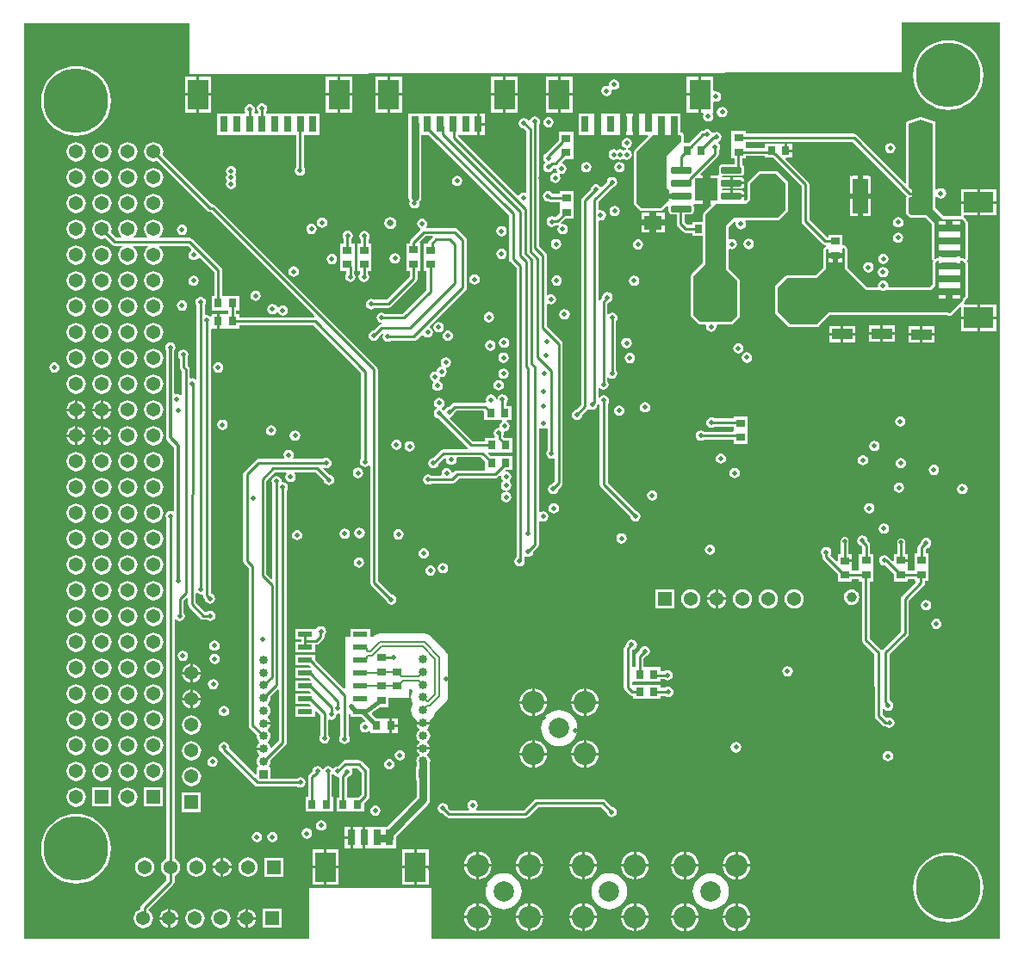
<source format=gbl>
G04*
G04 #@! TF.GenerationSoftware,Altium Limited,Altium Designer,24.2.2 (26)*
G04*
G04 Layer_Physical_Order=6*
G04 Layer_Color=16711680*
%FSLAX44Y44*%
%MOMM*%
G71*
G04*
G04 #@! TF.SameCoordinates,65AE983B-3A35-48A2-B31D-578204411B82*
G04*
G04*
G04 #@! TF.FilePolarity,Positive*
G04*
G01*
G75*
%ADD13C,0.2500*%
%ADD16C,0.2540*%
%ADD18C,0.3810*%
%ADD26R,3.0000X2.1000*%
%ADD27R,1.6000X0.8000*%
%ADD28R,0.8000X0.9000*%
%ADD32R,0.9000X0.8000*%
%ADD43R,1.8000X1.4000*%
%ADD79C,0.3000*%
%ADD81C,0.7620*%
%ADD82C,0.5080*%
%ADD84C,1.5240*%
%ADD85C,1.3700*%
%ADD86R,1.3700X1.3700*%
%ADD88C,0.8500*%
%ADD89R,0.8500X0.8500*%
%ADD90R,1.3700X1.3700*%
%ADD91C,6.3500*%
%ADD92C,0.5000*%
%ADD93C,0.6604*%
%ADD94C,0.9906*%
%ADD106C,2.0066*%
%ADD107C,2.2098*%
%ADD108C,0.1473*%
%ADD109R,1.4900X3.4200*%
G04:AMPARAMS|DCode=110|XSize=2.33mm|YSize=3.07mm|CornerRadius=0.2913mm|HoleSize=0mm|Usage=FLASHONLY|Rotation=180.000|XOffset=0mm|YOffset=0mm|HoleType=Round|Shape=RoundedRectangle|*
%AMROUNDEDRECTD110*
21,1,2.3300,2.4875,0,0,180.0*
21,1,1.7475,3.0700,0,0,180.0*
1,1,0.5825,-0.8738,1.2437*
1,1,0.5825,0.8738,1.2437*
1,1,0.5825,0.8738,-1.2437*
1,1,0.5825,-0.8738,-1.2437*
%
%ADD110ROUNDEDRECTD110*%
%ADD111R,2.0500X1.1000*%
%ADD112R,2.9210X3.2512*%
%ADD113R,2.1000X3.0000*%
%ADD114R,0.8000X1.6000*%
%ADD115R,0.8000X1.6000*%
%ADD116R,2.1000X3.0000*%
%ADD117R,1.4605X0.5334*%
%ADD118R,2.2900X2.2900*%
G04:AMPARAMS|DCode=119|XSize=1.97mm|YSize=0.6mm|CornerRadius=0.075mm|HoleSize=0mm|Usage=FLASHONLY|Rotation=0.000|XOffset=0mm|YOffset=0mm|HoleType=Round|Shape=RoundedRectangle|*
%AMROUNDEDRECTD119*
21,1,1.9700,0.4500,0,0,0.0*
21,1,1.8200,0.6000,0,0,0.0*
1,1,0.1500,0.9100,-0.2250*
1,1,0.1500,-0.9100,-0.2250*
1,1,0.1500,-0.9100,0.2250*
1,1,0.1500,0.9100,0.2250*
%
%ADD119ROUNDEDRECTD119*%
%ADD120C,0.1539*%
G36*
X959000Y150000D02*
X959000Y0D01*
X400000D01*
Y50000D01*
X280000D01*
Y0D01*
X0D01*
Y901000D01*
X162500D01*
Y851000D01*
X862500Y852500D01*
Y901700D01*
X959000Y901700D01*
X959000Y150000D01*
D02*
G37*
%LPC*%
G36*
X579750Y845949D02*
X577784Y845558D01*
X576116Y844444D01*
X575003Y842776D01*
X574611Y840810D01*
X574703Y840347D01*
X574690Y840317D01*
X573603Y839370D01*
X572250Y839639D01*
X570284Y839248D01*
X568616Y838134D01*
X567502Y836467D01*
X567111Y834500D01*
X567502Y832533D01*
X568616Y830866D01*
X570284Y829753D01*
X572250Y829361D01*
X574216Y829753D01*
X575884Y830866D01*
X576998Y832533D01*
X577389Y834500D01*
X577297Y834963D01*
X577310Y834993D01*
X578397Y835940D01*
X579750Y835671D01*
X581716Y836062D01*
X583384Y837176D01*
X584498Y838844D01*
X584889Y840810D01*
X584498Y842776D01*
X583384Y844444D01*
X581716Y845558D01*
X579750Y845949D01*
D02*
G37*
G36*
X484790Y848540D02*
X473020D01*
Y832270D01*
X484790D01*
Y848540D01*
D02*
G37*
G36*
X470480D02*
X458710D01*
Y832270D01*
X470480D01*
Y848540D01*
D02*
G37*
G36*
X371290D02*
X359520D01*
Y832270D01*
X371290D01*
Y848540D01*
D02*
G37*
G36*
X356980D02*
X345210D01*
Y832270D01*
X356980D01*
Y848540D01*
D02*
G37*
G36*
X322290D02*
X310520D01*
Y832270D01*
X322290D01*
Y848540D01*
D02*
G37*
G36*
X307980D02*
X296210D01*
Y832270D01*
X307980D01*
Y848540D01*
D02*
G37*
G36*
X183790D02*
X172020D01*
Y832270D01*
X183790D01*
Y848540D01*
D02*
G37*
G36*
X169480D02*
X157710D01*
Y832270D01*
X169480D01*
Y848540D01*
D02*
G37*
G36*
X662980Y848540D02*
X651210D01*
Y832270D01*
X662980D01*
Y848540D01*
D02*
G37*
G36*
X538790D02*
X527020D01*
Y832270D01*
X538790D01*
Y848540D01*
D02*
G37*
G36*
X524480D02*
X512710D01*
Y832270D01*
X524480D01*
Y848540D01*
D02*
G37*
G36*
X677290D02*
X665520D01*
Y831000D01*
Y813460D01*
X667307D01*
X667986Y812190D01*
X667502Y811467D01*
X667111Y809500D01*
X667502Y807533D01*
X668616Y805866D01*
X670284Y804753D01*
X672250Y804361D01*
X674217Y804753D01*
X675884Y805866D01*
X676998Y807533D01*
X677389Y809500D01*
X676998Y811467D01*
X676514Y812190D01*
X677193Y813460D01*
X677290D01*
Y823198D01*
X678560Y824106D01*
X679790Y823861D01*
X681757Y824252D01*
X683424Y825366D01*
X684538Y827033D01*
X684929Y829000D01*
X684538Y830966D01*
X683424Y832634D01*
X681757Y833748D01*
X679790Y834139D01*
X678560Y833894D01*
X677290Y834802D01*
Y848540D01*
D02*
G37*
G36*
X908200Y884596D02*
X902819Y884173D01*
X897571Y882913D01*
X892585Y880847D01*
X887982Y878027D01*
X883878Y874522D01*
X880373Y870417D01*
X877553Y865816D01*
X875488Y860829D01*
X874228Y855581D01*
X873804Y850200D01*
X874228Y844819D01*
X875488Y839571D01*
X877553Y834585D01*
X880373Y829983D01*
X883878Y825878D01*
X887982Y822373D01*
X892585Y819553D01*
X897571Y817487D01*
X902819Y816227D01*
X908200Y815804D01*
X913581Y816227D01*
X918829Y817487D01*
X923816Y819553D01*
X928418Y822373D01*
X932522Y825878D01*
X936027Y829983D01*
X938847Y834585D01*
X940913Y839571D01*
X942173Y844819D01*
X942596Y850200D01*
X942173Y855581D01*
X940913Y860829D01*
X938847Y865816D01*
X936027Y870417D01*
X932522Y874522D01*
X928418Y878027D01*
X923816Y880847D01*
X918829Y882913D01*
X913581Y884173D01*
X908200Y884596D01*
D02*
G37*
G36*
X484790Y829730D02*
X473020D01*
Y813460D01*
X484790D01*
Y829730D01*
D02*
G37*
G36*
X470480D02*
X458710D01*
Y813460D01*
X470480D01*
Y829730D01*
D02*
G37*
G36*
X371290D02*
X359520D01*
Y813460D01*
X371290D01*
Y829730D01*
D02*
G37*
G36*
X356980D02*
X345210D01*
Y813460D01*
X356980D01*
Y829730D01*
D02*
G37*
G36*
X322290D02*
X310520D01*
Y813460D01*
X322290D01*
Y829730D01*
D02*
G37*
G36*
X307980D02*
X296210D01*
Y813460D01*
X307980D01*
Y829730D01*
D02*
G37*
G36*
X183790D02*
X172020D01*
Y813460D01*
X183790D01*
Y829730D01*
D02*
G37*
G36*
X169480D02*
X157710D01*
Y813460D01*
X169480D01*
Y829730D01*
D02*
G37*
G36*
X662980Y829730D02*
X651210D01*
Y813460D01*
X662980D01*
Y829730D01*
D02*
G37*
G36*
X538790D02*
X527020D01*
Y813460D01*
X538790D01*
Y829730D01*
D02*
G37*
G36*
X524480D02*
X512710D01*
Y813460D01*
X524480D01*
Y829730D01*
D02*
G37*
G36*
X233500Y822639D02*
X231534Y822248D01*
X229866Y821134D01*
X228752Y819466D01*
X228361Y817500D01*
X228752Y815534D01*
X229615Y814242D01*
Y812540D01*
X226443D01*
X225764Y813810D01*
X226248Y814533D01*
X226639Y816500D01*
X226248Y818466D01*
X225134Y820134D01*
X223466Y821248D01*
X221500Y821639D01*
X219534Y821248D01*
X217866Y820134D01*
X216752Y818466D01*
X216361Y816500D01*
X216752Y814533D01*
X217236Y813810D01*
X216557Y812540D01*
X189710D01*
Y791460D01*
X267136D01*
Y759428D01*
X266252Y758107D01*
X265861Y756140D01*
X266252Y754174D01*
X267366Y752506D01*
X269034Y751392D01*
X271000Y751001D01*
X272966Y751392D01*
X274634Y752506D01*
X275748Y754174D01*
X276139Y756140D01*
X275748Y758107D01*
X274864Y759428D01*
Y791460D01*
X290290D01*
Y812540D01*
X237385D01*
Y814242D01*
X238248Y815534D01*
X238639Y817500D01*
X238248Y819466D01*
X237134Y821134D01*
X235466Y822248D01*
X233500Y822639D01*
D02*
G37*
G36*
X686000Y818889D02*
X684034Y818498D01*
X682366Y817384D01*
X681253Y815716D01*
X680861Y813750D01*
X681253Y811784D01*
X682366Y810116D01*
X684034Y809003D01*
X686000Y808611D01*
X687967Y809003D01*
X689634Y810116D01*
X690748Y811784D01*
X691139Y813750D01*
X690748Y815716D01*
X689634Y817384D01*
X687967Y818498D01*
X686000Y818889D01*
D02*
G37*
G36*
X452790Y812540D02*
X447520D01*
Y803270D01*
X452790D01*
Y812540D01*
D02*
G37*
G36*
X645290Y812540D02*
X616925D01*
Y802000D01*
X610575D01*
Y812540D01*
X604425D01*
Y802000D01*
Y791460D01*
X612888D01*
X613374Y790287D01*
X600169Y777081D01*
X599607Y776241D01*
X599410Y775250D01*
Y723750D01*
X599607Y722759D01*
X600169Y721919D01*
X604919Y717169D01*
X605759Y716607D01*
X606750Y716410D01*
X625250D01*
X626241Y716607D01*
X627081Y717169D01*
X631936Y722024D01*
X632257Y721991D01*
X633296Y720700D01*
Y716200D01*
X633551Y714916D01*
X634278Y713828D01*
X635366Y713101D01*
X636650Y712846D01*
X641115D01*
Y704000D01*
X641411Y702513D01*
X642253Y701253D01*
X647503Y696003D01*
X648763Y695161D01*
X650250Y694865D01*
X656460D01*
Y691710D01*
X667160D01*
X667160Y665573D01*
X655919Y654331D01*
X655357Y653491D01*
X655160Y652500D01*
Y614250D01*
X655357Y613259D01*
X655919Y612419D01*
X662669Y605669D01*
X663509Y605107D01*
X664500Y604910D01*
X669388D01*
X670338Y603640D01*
X670111Y602500D01*
X670502Y600533D01*
X671616Y598866D01*
X673283Y597752D01*
X675250Y597361D01*
X677216Y597752D01*
X678884Y598866D01*
X679998Y600533D01*
X680389Y602500D01*
X680162Y603640D01*
X681112Y604910D01*
X694750D01*
X695741Y605107D01*
X696581Y605669D01*
X702581Y611669D01*
X703143Y612509D01*
X703340Y613500D01*
Y647750D01*
X703143Y648741D01*
X702581Y649581D01*
X692340Y659823D01*
Y678336D01*
X693388Y678988D01*
X693610Y678987D01*
X695500Y678611D01*
X697467Y679003D01*
X699134Y680116D01*
X700248Y681784D01*
X700639Y683750D01*
X700248Y685716D01*
X699134Y687384D01*
X697467Y688498D01*
X695500Y688889D01*
X693610Y688513D01*
X693388Y688512D01*
X692340Y689164D01*
Y700427D01*
X698078Y706166D01*
X698435Y706113D01*
X698549Y706043D01*
X699349Y704693D01*
X699111Y703500D01*
X699502Y701534D01*
X700616Y699866D01*
X702283Y698753D01*
X704250Y698361D01*
X706217Y698753D01*
X707884Y699866D01*
X708998Y701534D01*
X709389Y703500D01*
X708998Y705467D01*
X708781Y705790D01*
X709380Y706910D01*
X740250D01*
X741241Y707107D01*
X742081Y707669D01*
X750081Y715669D01*
X750643Y716509D01*
X750840Y717500D01*
Y744000D01*
X750643Y744991D01*
X750081Y745831D01*
X741081Y754831D01*
X740241Y755393D01*
X739250Y755590D01*
X722750D01*
X721759Y755393D01*
X720919Y754831D01*
X711669Y745581D01*
X711107Y744741D01*
X710910Y743750D01*
Y728323D01*
X709094Y726507D01*
X708254Y726601D01*
X708040Y726870D01*
X707495Y727846D01*
X707704Y728900D01*
Y729880D01*
X695250D01*
Y731150D01*
X693980D01*
Y736755D01*
X686150D01*
X685774Y737449D01*
X686741Y738245D01*
X693980D01*
Y743850D01*
Y749454D01*
X686150D01*
X685774Y750149D01*
X686741Y750946D01*
X704350D01*
X705634Y751201D01*
X706722Y751928D01*
X707449Y753016D01*
X707704Y754300D01*
Y758800D01*
X707449Y760084D01*
X706722Y761172D01*
X705635Y761898D01*
Y767960D01*
X709290D01*
Y770615D01*
X727960D01*
Y768710D01*
X736046D01*
X763925Y740831D01*
Y706190D01*
X764221Y704703D01*
X765063Y703443D01*
X784503Y684003D01*
X785763Y683161D01*
X787250Y682865D01*
X787888D01*
X788013Y681595D01*
X787949Y681583D01*
X787109Y681021D01*
X786169Y680081D01*
X785607Y679241D01*
X785410Y678250D01*
Y661073D01*
X777677Y653340D01*
X749750D01*
X748759Y653143D01*
X747919Y652581D01*
X738419Y643081D01*
X737857Y642241D01*
X737660Y641250D01*
Y617250D01*
X737857Y616259D01*
X738419Y615419D01*
X750669Y603169D01*
X751509Y602607D01*
X752500Y602410D01*
X779000D01*
X779991Y602607D01*
X780831Y603169D01*
X791573Y613910D01*
X906999D01*
X907624Y613492D01*
X908615Y613295D01*
X909885D01*
X910876Y613492D01*
X911716Y614054D01*
X919537Y621874D01*
X920710Y621388D01*
Y612770D01*
X936980D01*
Y624540D01*
X923862D01*
X923376Y625713D01*
X924041Y626379D01*
X924603Y627219D01*
X924800Y628210D01*
Y628237D01*
X925173Y629138D01*
X925955Y629920D01*
X926581Y630339D01*
X927143Y631179D01*
X927340Y632170D01*
Y665250D01*
X927143Y666241D01*
X926581Y667081D01*
X926880Y668218D01*
X927081Y668419D01*
X927643Y669259D01*
X927840Y670250D01*
Y704622D01*
X927643Y705613D01*
X927081Y706454D01*
X926173Y707362D01*
X925926Y707958D01*
X925926Y707958D01*
X925365Y708798D01*
X923831Y710331D01*
X923831Y710331D01*
X923295Y710690D01*
X923640Y711960D01*
X936980D01*
Y723730D01*
X920710D01*
Y712360D01*
X920710Y711960D01*
X919800Y711090D01*
X904323D01*
X895840Y719573D01*
Y730115D01*
X897110Y730500D01*
X897366Y730116D01*
X899034Y729003D01*
X901000Y728611D01*
X902967Y729003D01*
X904634Y730116D01*
X905748Y731784D01*
X906139Y733750D01*
X905748Y735716D01*
X904634Y737384D01*
X902967Y738498D01*
X901000Y738889D01*
X899034Y738498D01*
X897366Y737384D01*
X897110Y737000D01*
X895840Y737385D01*
Y802500D01*
X895826Y802567D01*
X895836Y802635D01*
X895728Y803061D01*
X895643Y803491D01*
X895604Y803548D01*
X895588Y803615D01*
X895325Y803967D01*
X895081Y804331D01*
X895024Y804369D01*
X894983Y804425D01*
X894606Y804649D01*
X894241Y804893D01*
X894174Y804906D01*
X894115Y804941D01*
X882115Y809191D01*
X881738Y809246D01*
X881368Y809337D01*
X881242Y809318D01*
X881115Y809336D01*
X880745Y809242D01*
X880369Y809185D01*
X868619Y804935D01*
X868568Y804904D01*
X868509Y804893D01*
X868137Y804644D01*
X867754Y804413D01*
X867719Y804365D01*
X867669Y804331D01*
X867420Y803960D01*
X867155Y803599D01*
X867141Y803541D01*
X867107Y803491D01*
X867020Y803052D01*
X866913Y802618D01*
X866922Y802559D01*
X866910Y802500D01*
Y744243D01*
X865737Y743757D01*
X818247Y791247D01*
X816986Y792089D01*
X815500Y792385D01*
X709290D01*
Y795040D01*
X695210D01*
Y781960D01*
X695210D01*
Y781040D01*
X695210D01*
Y767960D01*
X697865D01*
Y762154D01*
X686150D01*
X684866Y761899D01*
X683778Y761172D01*
X683051Y760084D01*
X682795Y758800D01*
Y754300D01*
X683051Y753016D01*
X683222Y752760D01*
X682543Y751490D01*
X674310D01*
Y737500D01*
Y723510D01*
X674688D01*
X675174Y722337D01*
X667919Y715081D01*
X667357Y714241D01*
X667160Y713250D01*
Y705790D01*
X656460D01*
Y702635D01*
X651859D01*
X648885Y705609D01*
Y712846D01*
X654850D01*
X656134Y713101D01*
X657222Y713828D01*
X657949Y714916D01*
X658204Y716200D01*
Y720700D01*
X657949Y721984D01*
X657778Y722240D01*
X658457Y723510D01*
X666690D01*
Y737500D01*
Y751490D01*
X665151D01*
X664665Y752663D01*
X681497Y769495D01*
X682339Y770756D01*
X682635Y772242D01*
Y776242D01*
X683498Y777533D01*
X683889Y779500D01*
X683498Y781467D01*
X682384Y783134D01*
X682238Y783231D01*
X682475Y784600D01*
X683874Y785535D01*
X684988Y787202D01*
X685379Y789168D01*
X684988Y791135D01*
X683874Y792802D01*
X682207Y793916D01*
X680240Y794307D01*
X678274Y793916D01*
X677417Y793343D01*
X676005Y793928D01*
X675998Y793967D01*
X674884Y795634D01*
X673216Y796748D01*
X671250Y797139D01*
X669284Y796748D01*
X667616Y795634D01*
X667470Y795414D01*
X666779D01*
X665293Y795118D01*
X664033Y794276D01*
X653046Y783290D01*
X649023D01*
X648724Y783618D01*
X648203Y784560D01*
X648340Y785250D01*
Y790380D01*
X648337Y790394D01*
X648340Y790407D01*
X648239Y790889D01*
X648143Y791372D01*
X648135Y791383D01*
X648132Y791396D01*
X647672Y792475D01*
X647395Y792881D01*
X647121Y793291D01*
X647110Y793299D01*
X647103Y793310D01*
X646691Y793579D01*
X646281Y793853D01*
X646268Y793855D01*
X646257Y793863D01*
X645772Y793954D01*
X645290Y794050D01*
Y812540D01*
D02*
G37*
G36*
X515250Y808889D02*
X513284Y808498D01*
X511616Y807384D01*
X510502Y805716D01*
X510111Y803750D01*
X510502Y801784D01*
X511616Y800116D01*
X513284Y799002D01*
X515250Y798611D01*
X517216Y799002D01*
X518884Y800116D01*
X519998Y801784D01*
X520389Y803750D01*
X519998Y805716D01*
X518884Y807384D01*
X517216Y808498D01*
X515250Y808889D01*
D02*
G37*
G36*
X452790Y800730D02*
X447520D01*
Y791460D01*
X452790D01*
Y800730D01*
D02*
G37*
G36*
X598075Y812540D02*
X591925D01*
Y802000D01*
Y791460D01*
X598075D01*
Y802000D01*
Y812540D01*
D02*
G37*
G36*
X585575D02*
X566925D01*
Y802000D01*
Y791460D01*
X585575D01*
Y802000D01*
Y812540D01*
D02*
G37*
G36*
X560575D02*
X544710D01*
Y791460D01*
X560575D01*
Y802000D01*
Y812540D01*
D02*
G37*
G36*
X50800Y859196D02*
X45419Y858773D01*
X40171Y857513D01*
X35185Y855447D01*
X30582Y852627D01*
X26478Y849122D01*
X22973Y845017D01*
X20153Y840415D01*
X18087Y835429D01*
X16827Y830181D01*
X16404Y824800D01*
X16827Y819419D01*
X18087Y814171D01*
X20153Y809184D01*
X22973Y804583D01*
X26478Y800478D01*
X30582Y796973D01*
X35185Y794153D01*
X40171Y792087D01*
X45419Y790827D01*
X50800Y790404D01*
X56181Y790827D01*
X61429Y792087D01*
X66416Y794153D01*
X71017Y796973D01*
X75122Y800478D01*
X78627Y804583D01*
X81447Y809184D01*
X83513Y814171D01*
X84773Y819419D01*
X85196Y824800D01*
X84773Y830181D01*
X83513Y835429D01*
X81447Y840415D01*
X78627Y845017D01*
X75122Y849122D01*
X71017Y852627D01*
X66416Y855447D01*
X61429Y857513D01*
X56181Y858773D01*
X50800Y859196D01*
D02*
G37*
G36*
X592250Y788389D02*
X590284Y787998D01*
X588616Y786884D01*
X587503Y785217D01*
X587111Y783250D01*
X587503Y781283D01*
X588616Y779616D01*
X590284Y778503D01*
X591365Y778287D01*
Y776992D01*
X590134Y776748D01*
X588925Y775940D01*
X587716Y776748D01*
X585750Y777139D01*
X583783Y776748D01*
X582575Y775940D01*
X581367Y776748D01*
X579400Y777139D01*
X577434Y776748D01*
X575766Y775634D01*
X574652Y773967D01*
X574261Y772000D01*
X574652Y770033D01*
X575766Y768366D01*
X577434Y767253D01*
X579400Y766861D01*
X581367Y767253D01*
X582575Y768060D01*
X583783Y767253D01*
X585750Y766861D01*
X587716Y767253D01*
X588925Y768060D01*
X590134Y767253D01*
X592100Y766861D01*
X594067Y767253D01*
X595734Y768366D01*
X596848Y770033D01*
X597239Y772000D01*
X596848Y773967D01*
X595734Y775634D01*
X594067Y776748D01*
X592985Y776963D01*
Y778258D01*
X594216Y778503D01*
X595884Y779616D01*
X596998Y781283D01*
X597389Y783250D01*
X596998Y785217D01*
X595884Y786884D01*
X594216Y787998D01*
X592250Y788389D01*
D02*
G37*
G36*
X851250Y783389D02*
X849284Y782998D01*
X847616Y781884D01*
X846503Y780217D01*
X846111Y778250D01*
X846503Y776283D01*
X847616Y774616D01*
X849284Y773503D01*
X851250Y773111D01*
X853216Y773503D01*
X854884Y774616D01*
X855998Y776283D01*
X856389Y778250D01*
X855998Y780217D01*
X854884Y781884D01*
X853216Y782998D01*
X851250Y783389D01*
D02*
G37*
G36*
X101600Y784171D02*
X99149Y783848D01*
X96865Y782902D01*
X94903Y781397D01*
X93398Y779436D01*
X92452Y777151D01*
X92129Y774700D01*
X92452Y772249D01*
X93398Y769965D01*
X94903Y768003D01*
X96865Y766498D01*
X99149Y765552D01*
X101600Y765229D01*
X104051Y765552D01*
X106336Y766498D01*
X108297Y768003D01*
X109802Y769965D01*
X110748Y772249D01*
X111071Y774700D01*
X110748Y777151D01*
X109802Y779436D01*
X108297Y781397D01*
X106336Y782902D01*
X104051Y783848D01*
X101600Y784171D01*
D02*
G37*
G36*
X76200D02*
X73749Y783848D01*
X71465Y782902D01*
X69503Y781397D01*
X67998Y779436D01*
X67052Y777151D01*
X66729Y774700D01*
X67052Y772249D01*
X67998Y769965D01*
X69503Y768003D01*
X71465Y766498D01*
X73749Y765552D01*
X76200Y765229D01*
X78651Y765552D01*
X80935Y766498D01*
X82897Y768003D01*
X84402Y769965D01*
X85348Y772249D01*
X85671Y774700D01*
X85348Y777151D01*
X84402Y779436D01*
X82897Y781397D01*
X80935Y782902D01*
X78651Y783848D01*
X76200Y784171D01*
D02*
G37*
G36*
X50800D02*
X48349Y783848D01*
X46065Y782902D01*
X44103Y781397D01*
X42598Y779436D01*
X41652Y777151D01*
X41329Y774700D01*
X41652Y772249D01*
X42598Y769965D01*
X44103Y768003D01*
X46065Y766498D01*
X48349Y765552D01*
X50800Y765229D01*
X53251Y765552D01*
X55535Y766498D01*
X57497Y768003D01*
X59002Y769965D01*
X59948Y772249D01*
X60271Y774700D01*
X59948Y777151D01*
X59002Y779436D01*
X57497Y781397D01*
X55535Y782902D01*
X53251Y783848D01*
X50800Y784171D01*
D02*
G37*
G36*
X585000Y764639D02*
X583033Y764248D01*
X581366Y763134D01*
X580252Y761467D01*
X579861Y759500D01*
X580252Y757533D01*
X581366Y755866D01*
X583033Y754753D01*
X585000Y754361D01*
X586967Y754753D01*
X588634Y755866D01*
X589748Y757533D01*
X590139Y759500D01*
X589748Y761467D01*
X588634Y763134D01*
X586967Y764248D01*
X585000Y764639D01*
D02*
G37*
G36*
X552250Y764639D02*
X550284Y764248D01*
X548616Y763134D01*
X547502Y761467D01*
X547111Y759500D01*
X547502Y757533D01*
X548616Y755866D01*
X550284Y754752D01*
X552250Y754361D01*
X554216Y754752D01*
X555884Y755866D01*
X556998Y757533D01*
X557389Y759500D01*
X556998Y761467D01*
X555884Y763134D01*
X554216Y764248D01*
X552250Y764639D01*
D02*
G37*
G36*
X539540Y794290D02*
X525460D01*
Y786204D01*
X512854Y773597D01*
X512246Y772688D01*
X511496Y772187D01*
X510382Y770520D01*
X509991Y768554D01*
X510382Y766587D01*
X511496Y764920D01*
X511818Y764705D01*
Y763435D01*
X511366Y763134D01*
X510252Y761467D01*
X509861Y759500D01*
X510252Y757533D01*
X511366Y755866D01*
X513033Y754753D01*
X515000Y754361D01*
X516967Y754753D01*
X518634Y755866D01*
X519748Y757533D01*
X520051Y759057D01*
X520109Y759115D01*
X521505D01*
X522452Y758342D01*
X522645Y757999D01*
X523002Y756201D01*
X523765Y755059D01*
X523001Y753916D01*
X521978Y754120D01*
X520011Y753729D01*
X518344Y752615D01*
X517230Y750948D01*
X516839Y748981D01*
X517230Y747015D01*
X518344Y745348D01*
X520011Y744234D01*
X521978Y743842D01*
X523944Y744234D01*
X525611Y745348D01*
X526725Y747015D01*
X527117Y748981D01*
X526725Y750948D01*
X525963Y752089D01*
X526726Y753232D01*
X527750Y753029D01*
X529716Y753420D01*
X531384Y754534D01*
X532498Y756201D01*
X532889Y758167D01*
X532498Y760134D01*
X531384Y761801D01*
X529716Y762915D01*
X529081Y763041D01*
X528663Y764419D01*
X531454Y767210D01*
X539540D01*
Y780290D01*
X539540Y780290D01*
Y781210D01*
X539540D01*
X539540Y781560D01*
Y794290D01*
D02*
G37*
G36*
X704350Y749454D02*
X696520D01*
Y745120D01*
X707704D01*
Y746100D01*
X707449Y747384D01*
X706722Y748472D01*
X705634Y749199D01*
X704350Y749454D01*
D02*
G37*
G36*
X425500Y751139D02*
X423534Y750748D01*
X421866Y749634D01*
X420752Y747967D01*
X420361Y746000D01*
X420752Y744034D01*
X421866Y742366D01*
X423534Y741253D01*
X425500Y740861D01*
X427467Y741253D01*
X429134Y742366D01*
X430248Y744034D01*
X430639Y746000D01*
X430248Y747967D01*
X429134Y749634D01*
X427467Y750748D01*
X425500Y751139D01*
D02*
G37*
G36*
X577750Y749889D02*
X575784Y749498D01*
X574116Y748384D01*
X573003Y746717D01*
X572699Y745193D01*
X567766Y740260D01*
X566201Y740491D01*
X565547Y741470D01*
X563880Y742584D01*
X561913Y742976D01*
X559947Y742584D01*
X558280Y741470D01*
X557166Y739803D01*
X556776Y737846D01*
X548503Y729573D01*
X547661Y728313D01*
X547365Y726826D01*
Y525609D01*
X542807Y521051D01*
X541283Y520748D01*
X539616Y519634D01*
X538503Y517966D01*
X538111Y516000D01*
X538503Y514034D01*
X539616Y512366D01*
X541283Y511252D01*
X543250Y510861D01*
X545216Y511252D01*
X546884Y512366D01*
X547998Y514034D01*
X548301Y515557D01*
X553997Y521253D01*
X555548Y521474D01*
X555643Y521431D01*
X556283Y521003D01*
X558250Y520611D01*
X560216Y521003D01*
X561884Y522116D01*
X562998Y523783D01*
X563389Y525750D01*
X563343Y525980D01*
X563614Y526401D01*
X565173Y526610D01*
X565615Y526196D01*
Y447250D01*
X565911Y445763D01*
X566753Y444503D01*
X595699Y415557D01*
X596003Y414034D01*
X597116Y412366D01*
X598783Y411252D01*
X600750Y410861D01*
X602716Y411252D01*
X604384Y412366D01*
X605498Y414034D01*
X605889Y416000D01*
X605498Y417966D01*
X604384Y419634D01*
X602716Y420748D01*
X601193Y421051D01*
X573385Y448859D01*
Y526742D01*
X574248Y528033D01*
X574639Y530000D01*
X574248Y531967D01*
X573134Y533634D01*
X571466Y534748D01*
X569500Y535139D01*
X567533Y534748D01*
X565866Y533634D01*
X565405Y532943D01*
X564135Y533328D01*
Y542048D01*
X565405Y542433D01*
X565616Y542116D01*
X567284Y541002D01*
X569250Y540611D01*
X571217Y541002D01*
X572884Y542116D01*
X573998Y543783D01*
X574389Y545750D01*
X573998Y547716D01*
X573135Y549008D01*
Y552224D01*
X574405Y552674D01*
X575784Y551753D01*
X577750Y551361D01*
X579716Y551753D01*
X581384Y552866D01*
X582498Y554534D01*
X582889Y556500D01*
X582498Y558466D01*
X581760Y559571D01*
Y608055D01*
X582748Y609534D01*
X583139Y611500D01*
X582748Y613466D01*
X581634Y615134D01*
X579967Y616248D01*
X578000Y616639D01*
X576034Y616248D01*
X574405Y615159D01*
X574171Y615204D01*
X573135Y615576D01*
Y625225D01*
X574524Y626615D01*
X575216Y626753D01*
X576884Y627866D01*
X577998Y629534D01*
X578389Y631500D01*
X577998Y633466D01*
X576884Y635134D01*
X575216Y636248D01*
X573250Y636639D01*
X571283Y636248D01*
X569616Y635134D01*
X568502Y633466D01*
X568111Y631500D01*
X568163Y631241D01*
X566503Y629581D01*
X565661Y628321D01*
X565405Y627032D01*
X564135Y627157D01*
Y706398D01*
X565405Y707341D01*
X566560Y707111D01*
X568526Y707502D01*
X570194Y708616D01*
X571308Y710284D01*
X571699Y712250D01*
X571308Y714217D01*
X570194Y715884D01*
X568526Y716998D01*
X566560Y717389D01*
X565405Y717159D01*
X564135Y718102D01*
Y725641D01*
X578193Y739699D01*
X579716Y740003D01*
X581384Y741116D01*
X582498Y742784D01*
X582889Y744750D01*
X582498Y746717D01*
X581384Y748384D01*
X579716Y749498D01*
X577750Y749889D01*
D02*
G37*
G36*
X127000Y758771D02*
X124549Y758448D01*
X122265Y757502D01*
X120303Y755997D01*
X118798Y754035D01*
X117852Y751751D01*
X117529Y749300D01*
X117852Y746849D01*
X118798Y744565D01*
X120303Y742603D01*
X122265Y741098D01*
X124549Y740152D01*
X127000Y739829D01*
X129451Y740152D01*
X131736Y741098D01*
X133697Y742603D01*
X135202Y744565D01*
X136148Y746849D01*
X136471Y749300D01*
X136148Y751751D01*
X135202Y754035D01*
X133697Y755997D01*
X131736Y757502D01*
X129451Y758448D01*
X127000Y758771D01*
D02*
G37*
G36*
X101600D02*
X99149Y758448D01*
X96865Y757502D01*
X94903Y755997D01*
X93398Y754035D01*
X92452Y751751D01*
X92129Y749300D01*
X92452Y746849D01*
X93398Y744565D01*
X94903Y742603D01*
X96865Y741098D01*
X99149Y740152D01*
X101600Y739829D01*
X104051Y740152D01*
X106336Y741098D01*
X108297Y742603D01*
X109802Y744565D01*
X110748Y746849D01*
X111071Y749300D01*
X110748Y751751D01*
X109802Y754035D01*
X108297Y755997D01*
X106336Y757502D01*
X104051Y758448D01*
X101600Y758771D01*
D02*
G37*
G36*
X76200D02*
X73749Y758448D01*
X71465Y757502D01*
X69503Y755997D01*
X67998Y754035D01*
X67052Y751751D01*
X66729Y749300D01*
X67052Y746849D01*
X67998Y744565D01*
X69503Y742603D01*
X71465Y741098D01*
X73749Y740152D01*
X76200Y739829D01*
X78651Y740152D01*
X80935Y741098D01*
X82897Y742603D01*
X84402Y744565D01*
X85348Y746849D01*
X85671Y749300D01*
X85348Y751751D01*
X84402Y754035D01*
X82897Y755997D01*
X80935Y757502D01*
X78651Y758448D01*
X76200Y758771D01*
D02*
G37*
G36*
X50800D02*
X48349Y758448D01*
X46065Y757502D01*
X44103Y755997D01*
X42598Y754035D01*
X41652Y751751D01*
X41329Y749300D01*
X41652Y746849D01*
X42598Y744565D01*
X44103Y742603D01*
X46065Y741098D01*
X48349Y740152D01*
X50800Y739829D01*
X53251Y740152D01*
X55535Y741098D01*
X57497Y742603D01*
X59002Y744565D01*
X59948Y746849D01*
X60271Y749300D01*
X59948Y751751D01*
X59002Y754035D01*
X57497Y755997D01*
X55535Y757502D01*
X53251Y758448D01*
X50800Y758771D01*
D02*
G37*
G36*
X707704Y742580D02*
X696520D01*
Y738245D01*
X704350D01*
X705634Y738501D01*
X706722Y739228D01*
X707449Y740316D01*
X707704Y741600D01*
Y742580D01*
D02*
G37*
G36*
X203200Y760789D02*
X201234Y760398D01*
X199566Y759284D01*
X198452Y757617D01*
X198061Y755650D01*
X198452Y753683D01*
X199260Y752475D01*
X198452Y751266D01*
X198061Y749300D01*
X198452Y747334D01*
X199260Y746125D01*
X198452Y744917D01*
X198061Y742950D01*
X198452Y740984D01*
X199566Y739316D01*
X201234Y738202D01*
X203200Y737811D01*
X205166Y738202D01*
X206834Y739316D01*
X207948Y740984D01*
X208339Y742950D01*
X207948Y744917D01*
X207140Y746125D01*
X207948Y747334D01*
X208339Y749300D01*
X207948Y751266D01*
X207140Y752475D01*
X207948Y753683D01*
X208339Y755650D01*
X207948Y757617D01*
X206834Y759284D01*
X205166Y760398D01*
X203200Y760789D01*
D02*
G37*
G36*
X704350Y736755D02*
X696520D01*
Y732420D01*
X707704D01*
Y733400D01*
X707449Y734684D01*
X706722Y735772D01*
X705634Y736499D01*
X704350Y736755D01*
D02*
G37*
G36*
X955790Y738040D02*
X939520D01*
Y726270D01*
X955790D01*
Y738040D01*
D02*
G37*
G36*
X936980D02*
X920710D01*
Y726270D01*
X936980D01*
Y738040D01*
D02*
G37*
G36*
X127000Y733371D02*
X124549Y733048D01*
X122265Y732102D01*
X120303Y730597D01*
X118798Y728635D01*
X117852Y726351D01*
X117529Y723900D01*
X117852Y721449D01*
X118798Y719165D01*
X120303Y717203D01*
X122265Y715698D01*
X124549Y714752D01*
X127000Y714429D01*
X129451Y714752D01*
X131736Y715698D01*
X133697Y717203D01*
X135202Y719165D01*
X136148Y721449D01*
X136471Y723900D01*
X136148Y726351D01*
X135202Y728635D01*
X133697Y730597D01*
X131736Y732102D01*
X129451Y733048D01*
X127000Y733371D01*
D02*
G37*
G36*
X101600D02*
X99149Y733048D01*
X96865Y732102D01*
X94903Y730597D01*
X93398Y728635D01*
X92452Y726351D01*
X92129Y723900D01*
X92452Y721449D01*
X93398Y719165D01*
X94903Y717203D01*
X96865Y715698D01*
X99149Y714752D01*
X101600Y714429D01*
X104051Y714752D01*
X106336Y715698D01*
X108297Y717203D01*
X109802Y719165D01*
X110748Y721449D01*
X111071Y723900D01*
X110748Y726351D01*
X109802Y728635D01*
X108297Y730597D01*
X106336Y732102D01*
X104051Y733048D01*
X101600Y733371D01*
D02*
G37*
G36*
X76200D02*
X73749Y733048D01*
X71465Y732102D01*
X69503Y730597D01*
X67998Y728635D01*
X67052Y726351D01*
X66729Y723900D01*
X67052Y721449D01*
X67998Y719165D01*
X69503Y717203D01*
X71465Y715698D01*
X73749Y714752D01*
X76200Y714429D01*
X78651Y714752D01*
X80935Y715698D01*
X82897Y717203D01*
X84402Y719165D01*
X85348Y721449D01*
X85671Y723900D01*
X85348Y726351D01*
X84402Y728635D01*
X82897Y730597D01*
X80935Y732102D01*
X78651Y733048D01*
X76200Y733371D01*
D02*
G37*
G36*
X50800D02*
X48349Y733048D01*
X46065Y732102D01*
X44103Y730597D01*
X42598Y728635D01*
X41652Y726351D01*
X41329Y723900D01*
X41652Y721449D01*
X42598Y719165D01*
X44103Y717203D01*
X46065Y715698D01*
X48349Y714752D01*
X50800Y714429D01*
X53251Y714752D01*
X55535Y715698D01*
X57497Y717203D01*
X59002Y719165D01*
X59948Y721449D01*
X60271Y723900D01*
X59948Y726351D01*
X59002Y728635D01*
X57497Y730597D01*
X55535Y732102D01*
X53251Y733048D01*
X50800Y733371D01*
D02*
G37*
G36*
X955790Y723730D02*
X939520D01*
Y711960D01*
X955790D01*
Y723730D01*
D02*
G37*
G36*
X580250Y721389D02*
X578284Y720998D01*
X576616Y719884D01*
X575503Y718216D01*
X575111Y716250D01*
X575503Y714284D01*
X576616Y712616D01*
X578284Y711503D01*
X580250Y711111D01*
X582216Y711503D01*
X583884Y712616D01*
X584998Y714284D01*
X585389Y716250D01*
X584998Y718216D01*
X583884Y719884D01*
X582216Y720998D01*
X580250Y721389D01*
D02*
G37*
G36*
X514750Y736139D02*
X512784Y735748D01*
X511116Y734634D01*
X510003Y732967D01*
X509611Y731000D01*
X510003Y729034D01*
X511116Y727366D01*
X512784Y726252D01*
X514750Y725861D01*
X515235Y725958D01*
X515679Y725661D01*
X517166Y725365D01*
X526210D01*
Y723060D01*
X526210Y722710D01*
Y721790D01*
X526210Y721440D01*
Y714204D01*
X522362Y710355D01*
X521054D01*
X520466Y710748D01*
X518500Y711139D01*
X516534Y710748D01*
X514866Y709634D01*
X513752Y707967D01*
X513361Y706000D01*
X513752Y704034D01*
X514866Y702366D01*
X516534Y701252D01*
X518500Y700861D01*
X520466Y701252D01*
X522134Y702366D01*
X522280Y702586D01*
X523971D01*
X524330Y702657D01*
X525093Y701515D01*
X524375Y700439D01*
X523983Y698472D01*
X524375Y696506D01*
X525489Y694839D01*
X527156Y693725D01*
X529122Y693334D01*
X531089Y693725D01*
X532756Y694839D01*
X533870Y696506D01*
X534261Y698472D01*
X533870Y700439D01*
X532756Y702106D01*
X531089Y703220D01*
X529122Y703611D01*
X528222Y703432D01*
X527596Y704602D01*
X531704Y708710D01*
X540290D01*
Y721440D01*
X540290Y721790D01*
Y722710D01*
X540290Y723060D01*
Y735790D01*
X526210D01*
Y733135D01*
X519385D01*
X518384Y734634D01*
X516716Y735748D01*
X514750Y736139D01*
D02*
G37*
G36*
X629540Y714540D02*
X621175D01*
Y708175D01*
X629540D01*
Y714540D01*
D02*
G37*
G36*
X614825D02*
X606460D01*
Y708175D01*
X614825D01*
Y714540D01*
D02*
G37*
G36*
X292750Y710069D02*
X290784Y709678D01*
X289116Y708564D01*
X288002Y706897D01*
X287611Y704930D01*
X288002Y702963D01*
X289116Y701296D01*
X290784Y700182D01*
X292750Y699791D01*
X294716Y700182D01*
X296384Y701296D01*
X297498Y702963D01*
X297889Y704930D01*
X297498Y706897D01*
X296384Y708564D01*
X294716Y709678D01*
X292750Y710069D01*
D02*
G37*
G36*
X359750Y710456D02*
X357471Y710003D01*
X355538Y708712D01*
X354247Y706779D01*
X353794Y704500D01*
X354247Y702221D01*
X355538Y700288D01*
X357471Y698997D01*
X359750Y698544D01*
X362029Y698997D01*
X363962Y700288D01*
X365253Y702221D01*
X365706Y704500D01*
X365253Y706779D01*
X363962Y708712D01*
X362029Y710003D01*
X359750Y710456D01*
D02*
G37*
G36*
X629540Y701825D02*
X621175D01*
Y695460D01*
X629540D01*
Y701825D01*
D02*
G37*
G36*
X614825D02*
X606460D01*
Y695460D01*
X614825D01*
Y701825D01*
D02*
G37*
G36*
X282250Y703889D02*
X280284Y703498D01*
X278616Y702384D01*
X277502Y700716D01*
X277111Y698750D01*
X277502Y696784D01*
X278616Y695116D01*
X280284Y694002D01*
X282250Y693611D01*
X284216Y694002D01*
X285884Y695116D01*
X286998Y696784D01*
X287389Y698750D01*
X286998Y700716D01*
X285884Y702384D01*
X284216Y703498D01*
X282250Y703889D01*
D02*
G37*
G36*
X155000Y703191D02*
X153034Y702800D01*
X151366Y701686D01*
X150252Y700018D01*
X149861Y698052D01*
X150252Y696086D01*
X151366Y694418D01*
X153034Y693304D01*
X155000Y692913D01*
X156966Y693304D01*
X158634Y694418D01*
X159748Y696086D01*
X160139Y698052D01*
X159748Y700018D01*
X158634Y701686D01*
X156966Y702800D01*
X155000Y703191D01*
D02*
G37*
G36*
X469000Y701639D02*
X467034Y701248D01*
X465366Y700134D01*
X464253Y698466D01*
X463861Y696500D01*
X464253Y694533D01*
X465366Y692866D01*
X467034Y691752D01*
X469000Y691361D01*
X470966Y691752D01*
X472634Y692866D01*
X473748Y694533D01*
X474139Y696500D01*
X473748Y698466D01*
X472634Y700134D01*
X470966Y701248D01*
X469000Y701639D01*
D02*
G37*
G36*
X50800Y707971D02*
X48349Y707648D01*
X46065Y706702D01*
X44103Y705197D01*
X42598Y703235D01*
X41652Y700951D01*
X41329Y698500D01*
X41652Y696049D01*
X42598Y693764D01*
X44103Y691803D01*
X46065Y690298D01*
X48349Y689352D01*
X50800Y689029D01*
X53251Y689352D01*
X55535Y690298D01*
X57497Y691803D01*
X59002Y693764D01*
X59948Y696049D01*
X60271Y698500D01*
X59948Y700951D01*
X59002Y703235D01*
X57497Y705197D01*
X55535Y706702D01*
X53251Y707648D01*
X50800Y707971D01*
D02*
G37*
G36*
X712000Y689139D02*
X710033Y688748D01*
X708366Y687634D01*
X707253Y685966D01*
X706861Y684000D01*
X707253Y682033D01*
X708366Y680366D01*
X710033Y679252D01*
X712000Y678861D01*
X713967Y679252D01*
X715634Y680366D01*
X716748Y682033D01*
X717139Y684000D01*
X716748Y685966D01*
X715634Y687634D01*
X713967Y688748D01*
X712000Y689139D01*
D02*
G37*
G36*
X522750Y688889D02*
X520784Y688498D01*
X519116Y687384D01*
X518002Y685716D01*
X517611Y683750D01*
X518002Y681784D01*
X519116Y680116D01*
X520784Y679003D01*
X522750Y678611D01*
X524716Y679003D01*
X526384Y680116D01*
X527498Y681784D01*
X527889Y683750D01*
X527498Y685716D01*
X526384Y687384D01*
X524716Y688498D01*
X522750Y688889D01*
D02*
G37*
G36*
X603250Y688639D02*
X601283Y688248D01*
X599616Y687134D01*
X598503Y685467D01*
X598111Y683500D01*
X598503Y681534D01*
X599616Y679866D01*
X601283Y678753D01*
X603250Y678361D01*
X605216Y678753D01*
X606884Y679866D01*
X607998Y681534D01*
X608389Y683500D01*
X607998Y685467D01*
X606884Y687134D01*
X605216Y688248D01*
X603250Y688639D01*
D02*
G37*
G36*
X469000Y679389D02*
X467034Y678998D01*
X465366Y677884D01*
X464253Y676217D01*
X463861Y674250D01*
X464253Y672283D01*
X465366Y670616D01*
X467034Y669502D01*
X469000Y669111D01*
X470966Y669502D01*
X472634Y670616D01*
X473748Y672283D01*
X474139Y674250D01*
X473748Y676217D01*
X472634Y677884D01*
X470966Y678998D01*
X469000Y679389D01*
D02*
G37*
G36*
X364250Y674889D02*
X362284Y674498D01*
X360616Y673384D01*
X359502Y671717D01*
X359111Y669750D01*
X359502Y667784D01*
X360616Y666116D01*
X362284Y665003D01*
X364250Y664611D01*
X366217Y665003D01*
X367884Y666116D01*
X368998Y667784D01*
X369389Y669750D01*
X368998Y671717D01*
X367884Y673384D01*
X366217Y674498D01*
X364250Y674889D01*
D02*
G37*
G36*
X302250Y674389D02*
X300284Y673998D01*
X298616Y672884D01*
X297502Y671217D01*
X297111Y669250D01*
X297502Y667283D01*
X298616Y665616D01*
X300284Y664502D01*
X302250Y664111D01*
X304216Y664502D01*
X305884Y665616D01*
X306998Y667283D01*
X307389Y669250D01*
X306998Y671217D01*
X305884Y672884D01*
X304216Y673998D01*
X302250Y674389D01*
D02*
G37*
G36*
X76200Y682571D02*
X73749Y682248D01*
X71465Y681302D01*
X69503Y679797D01*
X67998Y677835D01*
X67052Y675551D01*
X66729Y673100D01*
X67052Y670649D01*
X67998Y668364D01*
X69503Y666403D01*
X71465Y664898D01*
X73749Y663952D01*
X76200Y663629D01*
X78651Y663952D01*
X80935Y664898D01*
X82897Y666403D01*
X84402Y668364D01*
X85348Y670649D01*
X85671Y673100D01*
X85348Y675551D01*
X84402Y677835D01*
X82897Y679797D01*
X80935Y681302D01*
X78651Y682248D01*
X76200Y682571D01*
D02*
G37*
G36*
X50800D02*
X48349Y682248D01*
X46065Y681302D01*
X44103Y679797D01*
X42598Y677835D01*
X41652Y675551D01*
X41329Y673100D01*
X41652Y670649D01*
X42598Y668364D01*
X44103Y666403D01*
X46065Y664898D01*
X48349Y663952D01*
X50800Y663629D01*
X53251Y663952D01*
X55535Y664898D01*
X57497Y666403D01*
X59002Y668364D01*
X59948Y670649D01*
X60271Y673100D01*
X59948Y675551D01*
X59002Y677835D01*
X57497Y679797D01*
X55535Y681302D01*
X53251Y682248D01*
X50800Y682571D01*
D02*
G37*
G36*
X264690Y661983D02*
X262724Y661592D01*
X261056Y660478D01*
X259942Y658811D01*
X259551Y656844D01*
X259942Y654877D01*
X261056Y653210D01*
X262724Y652096D01*
X264690Y651705D01*
X266656Y652096D01*
X268324Y653210D01*
X269438Y654877D01*
X269829Y656844D01*
X269438Y658811D01*
X268324Y660478D01*
X266656Y661592D01*
X264690Y661983D01*
D02*
G37*
G36*
X334250Y696889D02*
X332284Y696498D01*
X330616Y695384D01*
X329502Y693717D01*
X329111Y691750D01*
X329502Y689783D01*
X330365Y688492D01*
Y684540D01*
X327210D01*
Y671810D01*
X327210Y671460D01*
Y670540D01*
X327210Y670190D01*
Y657460D01*
X329908D01*
Y655050D01*
X329045Y653759D01*
X328653Y651792D01*
X329045Y649826D01*
X330159Y648159D01*
X331826Y647045D01*
X333792Y646654D01*
X335759Y647045D01*
X337426Y648159D01*
X338540Y649826D01*
X338931Y651792D01*
X338540Y653759D01*
X337677Y655050D01*
Y657460D01*
X341290D01*
Y670190D01*
X341290Y670540D01*
Y671460D01*
X341290Y671810D01*
Y684540D01*
X338135D01*
Y688492D01*
X338998Y689783D01*
X339389Y691750D01*
X338998Y693717D01*
X337884Y695384D01*
X336217Y696498D01*
X334250Y696889D01*
D02*
G37*
G36*
X317750Y697139D02*
X315784Y696748D01*
X314116Y695634D01*
X313002Y693967D01*
X312611Y692000D01*
X313002Y690033D01*
X313615Y689116D01*
Y684290D01*
X310460D01*
Y671560D01*
X310460Y671210D01*
Y670290D01*
X310460Y669940D01*
Y657210D01*
X316615D01*
Y655008D01*
X315753Y653717D01*
X315361Y651750D01*
X315753Y649783D01*
X316866Y648116D01*
X318533Y647002D01*
X320500Y646611D01*
X322467Y647002D01*
X324134Y648116D01*
X325248Y649783D01*
X325639Y651750D01*
X325248Y653717D01*
X324385Y655008D01*
Y657210D01*
X324540D01*
Y669940D01*
X324540Y670290D01*
Y671210D01*
X324540Y671560D01*
Y684290D01*
X321385D01*
Y688368D01*
X322498Y690033D01*
X322889Y692000D01*
X322498Y693967D01*
X321384Y695634D01*
X319716Y696748D01*
X317750Y697139D01*
D02*
G37*
G36*
X442500Y654215D02*
X440533Y653824D01*
X438866Y652710D01*
X437752Y651043D01*
X437361Y649077D01*
X437752Y647110D01*
X438866Y645443D01*
X440533Y644329D01*
X442500Y643938D01*
X444467Y644329D01*
X446134Y645443D01*
X447248Y647110D01*
X447639Y649077D01*
X447248Y651043D01*
X446134Y652710D01*
X444467Y653824D01*
X442500Y654215D01*
D02*
G37*
G36*
X523250Y653139D02*
X521283Y652748D01*
X519616Y651634D01*
X518502Y649967D01*
X518111Y648000D01*
X518502Y646033D01*
X519616Y644366D01*
X521283Y643252D01*
X523250Y642861D01*
X525216Y643252D01*
X526884Y644366D01*
X527998Y646033D01*
X528389Y648000D01*
X527998Y649967D01*
X526884Y651634D01*
X525216Y652748D01*
X523250Y653139D01*
D02*
G37*
G36*
X599500Y652889D02*
X597533Y652498D01*
X595866Y651384D01*
X594753Y649716D01*
X594361Y647750D01*
X594753Y645783D01*
X595866Y644116D01*
X597533Y643002D01*
X599500Y642611D01*
X601466Y643002D01*
X603134Y644116D01*
X604248Y645783D01*
X604639Y647750D01*
X604248Y649716D01*
X603134Y651384D01*
X601466Y652498D01*
X599500Y652889D01*
D02*
G37*
G36*
X166370Y652839D02*
X164403Y652448D01*
X162736Y651334D01*
X161622Y649667D01*
X161231Y647700D01*
X161622Y645733D01*
X162736Y644066D01*
X164403Y642952D01*
X166370Y642561D01*
X168337Y642952D01*
X170004Y644066D01*
X171118Y645733D01*
X171509Y647700D01*
X171118Y649667D01*
X170004Y651334D01*
X168337Y652448D01*
X166370Y652839D01*
D02*
G37*
G36*
X127000Y657171D02*
X124549Y656848D01*
X122265Y655902D01*
X120303Y654397D01*
X118798Y652436D01*
X117852Y650151D01*
X117529Y647700D01*
X117852Y645249D01*
X118798Y642964D01*
X120303Y641003D01*
X122265Y639498D01*
X124549Y638552D01*
X127000Y638229D01*
X129451Y638552D01*
X131736Y639498D01*
X133697Y641003D01*
X135202Y642964D01*
X136148Y645249D01*
X136471Y647700D01*
X136148Y650151D01*
X135202Y652436D01*
X133697Y654397D01*
X131736Y655902D01*
X129451Y656848D01*
X127000Y657171D01*
D02*
G37*
G36*
X101600D02*
X99149Y656848D01*
X96865Y655902D01*
X94903Y654397D01*
X93398Y652436D01*
X92452Y650151D01*
X92129Y647700D01*
X92452Y645249D01*
X93398Y642964D01*
X94903Y641003D01*
X96865Y639498D01*
X99149Y638552D01*
X101600Y638229D01*
X104051Y638552D01*
X106336Y639498D01*
X108297Y641003D01*
X109802Y642964D01*
X110748Y645249D01*
X111071Y647700D01*
X110748Y650151D01*
X109802Y652436D01*
X108297Y654397D01*
X106336Y655902D01*
X104051Y656848D01*
X101600Y657171D01*
D02*
G37*
G36*
X76200D02*
X73749Y656848D01*
X71465Y655902D01*
X69503Y654397D01*
X67998Y652436D01*
X67052Y650151D01*
X66729Y647700D01*
X67052Y645249D01*
X67998Y642964D01*
X69503Y641003D01*
X71465Y639498D01*
X73749Y638552D01*
X76200Y638229D01*
X78651Y638552D01*
X80935Y639498D01*
X82897Y641003D01*
X84402Y642964D01*
X85348Y645249D01*
X85671Y647700D01*
X85348Y650151D01*
X84402Y652436D01*
X82897Y654397D01*
X80935Y655902D01*
X78651Y656848D01*
X76200Y657171D01*
D02*
G37*
G36*
X50800D02*
X48349Y656848D01*
X46065Y655902D01*
X44103Y654397D01*
X42598Y652436D01*
X41652Y650151D01*
X41329Y647700D01*
X41652Y645249D01*
X42598Y642964D01*
X44103Y641003D01*
X46065Y639498D01*
X48349Y638552D01*
X50800Y638229D01*
X53251Y638552D01*
X55535Y639498D01*
X57497Y641003D01*
X59002Y642964D01*
X59948Y645249D01*
X60271Y647700D01*
X59948Y650151D01*
X59002Y652436D01*
X57497Y654397D01*
X55535Y655902D01*
X53251Y656848D01*
X50800Y657171D01*
D02*
G37*
G36*
X227330Y638107D02*
X225364Y637716D01*
X223696Y636602D01*
X222582Y634935D01*
X222191Y632968D01*
X222582Y631002D01*
X223696Y629334D01*
X225364Y628220D01*
X227330Y627829D01*
X229296Y628220D01*
X230964Y629334D01*
X232078Y631002D01*
X232469Y632968D01*
X232078Y634935D01*
X230964Y636602D01*
X229296Y637716D01*
X227330Y638107D01*
D02*
G37*
G36*
X444980Y812540D02*
X377210D01*
Y791460D01*
X377276D01*
Y730250D01*
X377768Y727772D01*
X378917Y726053D01*
X378792Y725866D01*
X378401Y723900D01*
X378792Y721934D01*
X379906Y720266D01*
X381573Y719152D01*
X383540Y718761D01*
X385507Y719152D01*
X387174Y720266D01*
X388288Y721934D01*
X388679Y723900D01*
X388326Y725671D01*
X388328Y725672D01*
X389732Y727772D01*
X390224Y730250D01*
Y791460D01*
X397296D01*
X476365Y712391D01*
Y669250D01*
X476661Y667763D01*
X477503Y666503D01*
X483615Y660391D01*
Y375717D01*
X483116Y375384D01*
X482002Y373717D01*
X481611Y371750D01*
X482002Y369784D01*
X483116Y368116D01*
X484784Y367002D01*
X486750Y366611D01*
X488717Y367002D01*
X490384Y368116D01*
X491498Y369784D01*
X491889Y371750D01*
X491498Y373717D01*
X491385Y373885D01*
Y376007D01*
X492505Y376606D01*
X493033Y376252D01*
X495000Y375861D01*
X496967Y376252D01*
X498634Y377366D01*
X499748Y379034D01*
X500051Y380557D01*
X504747Y385253D01*
X505589Y386513D01*
X505885Y388000D01*
Y410911D01*
X507155Y411590D01*
X508033Y411003D01*
X510000Y410611D01*
X511967Y411003D01*
X513634Y412116D01*
X514748Y413783D01*
X515139Y415750D01*
X514748Y417716D01*
X513634Y419384D01*
X511967Y420498D01*
X510000Y420889D01*
X508033Y420498D01*
X507155Y419910D01*
X505885Y420589D01*
Y502411D01*
X507155Y503090D01*
X508033Y502502D01*
X510000Y502111D01*
X511967Y502502D01*
X512845Y503090D01*
X514115Y502411D01*
Y481008D01*
X513252Y479716D01*
X512861Y477750D01*
X513252Y475784D01*
X514366Y474116D01*
X516034Y473003D01*
X518000Y472611D01*
X519967Y473003D01*
X520245Y473189D01*
X521365Y472590D01*
Y450359D01*
X518783Y447777D01*
X518033Y447628D01*
X516366Y446514D01*
X515252Y444846D01*
X514861Y442880D01*
X515252Y440914D01*
X516366Y439246D01*
X518033Y438132D01*
X520000Y437741D01*
X521967Y438132D01*
X523634Y439246D01*
X524748Y440914D01*
X525139Y442880D01*
X525095Y443101D01*
X527997Y446003D01*
X528839Y447263D01*
X529135Y448750D01*
Y585674D01*
X528839Y587160D01*
X527997Y588420D01*
X513565Y602853D01*
Y624708D01*
X514835Y625387D01*
X515784Y624752D01*
X517750Y624361D01*
X519716Y624752D01*
X521384Y625866D01*
X522498Y627533D01*
X522889Y629500D01*
X522498Y631466D01*
X521384Y633134D01*
X519716Y634248D01*
X517750Y634639D01*
X515784Y634248D01*
X514835Y633614D01*
X513565Y634292D01*
Y672570D01*
X513269Y674057D01*
X512427Y675317D01*
X505695Y682049D01*
Y801242D01*
X506558Y802533D01*
X506949Y804500D01*
X506558Y806467D01*
X505444Y808134D01*
X503777Y809248D01*
X501810Y809639D01*
X499843Y809248D01*
X498176Y808134D01*
X497062Y806467D01*
X496881Y805555D01*
X495533Y805287D01*
X494800Y806384D01*
X493133Y807498D01*
X491167Y807889D01*
X489200Y807498D01*
X487533Y806384D01*
X486419Y804716D01*
X486028Y802750D01*
X486419Y800783D01*
X487533Y799116D01*
X489200Y798002D01*
X490723Y797699D01*
X493365Y795058D01*
Y734808D01*
X492095Y734071D01*
X490500Y734389D01*
X488534Y733998D01*
X486866Y732884D01*
X486181Y731859D01*
X484634Y731609D01*
X426283Y789961D01*
Y791460D01*
X444980D01*
Y802000D01*
Y812540D01*
D02*
G37*
G36*
X155000Y628649D02*
X153034Y628258D01*
X151366Y627144D01*
X150252Y625476D01*
X149861Y623510D01*
X150252Y621544D01*
X151366Y619876D01*
X153034Y618762D01*
X155000Y618371D01*
X156966Y618762D01*
X158634Y619876D01*
X159748Y621544D01*
X160139Y623510D01*
X159748Y625476D01*
X158634Y627144D01*
X156966Y628258D01*
X155000Y628649D01*
D02*
G37*
G36*
X391000Y709139D02*
X389034Y708748D01*
X387366Y707634D01*
X386252Y705966D01*
X385861Y704000D01*
X386252Y702033D01*
X387366Y700366D01*
X389034Y699252D01*
X389183Y699223D01*
X389601Y697845D01*
X379753Y687997D01*
X378911Y686737D01*
X378615Y685250D01*
Y684790D01*
X375460D01*
Y672060D01*
X375460Y671710D01*
Y670790D01*
X375460Y670440D01*
Y657710D01*
X378615D01*
Y651359D01*
X356362Y629105D01*
X343554D01*
X342966Y629498D01*
X341000Y629889D01*
X339034Y629498D01*
X337366Y628384D01*
X336252Y626716D01*
X335861Y624750D01*
X336252Y622784D01*
X337366Y621116D01*
X339034Y620002D01*
X341000Y619611D01*
X342966Y620002D01*
X344634Y621116D01*
X344780Y621336D01*
X357971D01*
X359457Y621632D01*
X360718Y622474D01*
X385247Y647003D01*
X386089Y648263D01*
X386385Y649750D01*
Y657710D01*
X389540D01*
Y670440D01*
X389540Y670790D01*
Y671710D01*
X389540Y672060D01*
Y684790D01*
X389193D01*
X388707Y685963D01*
X394609Y691865D01*
X401076D01*
X401602Y690595D01*
X398075Y687069D01*
X397233Y685809D01*
X396981Y684540D01*
X392460D01*
Y671810D01*
X392460Y671460D01*
Y670540D01*
X392460Y670190D01*
Y657460D01*
X395115D01*
Y638859D01*
X371641Y615385D01*
X354754D01*
X353462Y616248D01*
X351496Y616639D01*
X349529Y616248D01*
X347862Y615134D01*
X346748Y613466D01*
X346357Y611500D01*
X346748Y609534D01*
X347862Y607866D01*
X349529Y606752D01*
X350766Y606507D01*
X351006Y605229D01*
X350776Y605090D01*
X349513Y604839D01*
X348253Y603997D01*
X343058Y598801D01*
X341534Y598498D01*
X339867Y597384D01*
X338753Y595717D01*
X338362Y593751D01*
X338753Y591784D01*
X339867Y590117D01*
X341534Y589003D01*
X343501Y588612D01*
X345467Y589003D01*
X347134Y590117D01*
X348248Y591784D01*
X348551Y593307D01*
X351885Y596641D01*
X352213Y596567D01*
X352784Y595135D01*
X352504Y594716D01*
X352113Y592750D01*
X352504Y590784D01*
X353618Y589116D01*
X355285Y588003D01*
X357252Y587611D01*
X359218Y588003D01*
X360509Y588865D01*
X382750D01*
X384237Y589161D01*
X385497Y590003D01*
X390551Y595058D01*
X391981Y594691D01*
X392866Y593366D01*
X394534Y592253D01*
X396500Y591861D01*
X398466Y592253D01*
X400134Y593366D01*
X401248Y595033D01*
X401639Y597000D01*
X401248Y598966D01*
X400134Y600634D01*
X398809Y601519D01*
X398442Y602949D01*
X433747Y638253D01*
X434589Y639513D01*
X434885Y641000D01*
Y687500D01*
X434589Y688987D01*
X433747Y690247D01*
X425497Y698497D01*
X424237Y699339D01*
X422750Y699635D01*
X395650D01*
X394993Y700905D01*
X395748Y702033D01*
X396139Y704000D01*
X395748Y705966D01*
X394634Y707634D01*
X392966Y708748D01*
X391000Y709139D01*
D02*
G37*
G36*
X243840Y624899D02*
X241873Y624508D01*
X240206Y623394D01*
X239092Y621726D01*
X238701Y619760D01*
X239092Y617794D01*
X240206Y616126D01*
X241873Y615012D01*
X243840Y614621D01*
X245807Y615012D01*
X247474Y616126D01*
X247907Y616776D01*
X249252Y616524D01*
X250366Y614856D01*
X252034Y613742D01*
X254000Y613351D01*
X255966Y613742D01*
X257634Y614856D01*
X258748Y616524D01*
X259139Y618490D01*
X258748Y620457D01*
X257634Y622124D01*
X255966Y623238D01*
X254000Y623629D01*
X252034Y623238D01*
X250366Y622124D01*
X249933Y621474D01*
X248588Y621726D01*
X247474Y623394D01*
X245807Y624508D01*
X243840Y624899D01*
D02*
G37*
G36*
X127000Y631771D02*
X124549Y631448D01*
X122265Y630502D01*
X120303Y628997D01*
X118798Y627035D01*
X117852Y624751D01*
X117529Y622300D01*
X117852Y619849D01*
X118798Y617565D01*
X120303Y615603D01*
X122265Y614098D01*
X124549Y613152D01*
X127000Y612829D01*
X129451Y613152D01*
X131736Y614098D01*
X133697Y615603D01*
X135202Y617565D01*
X136148Y619849D01*
X136471Y622300D01*
X136148Y624751D01*
X135202Y627035D01*
X133697Y628997D01*
X131736Y630502D01*
X129451Y631448D01*
X127000Y631771D01*
D02*
G37*
G36*
X101600D02*
X99149Y631448D01*
X96865Y630502D01*
X94903Y628997D01*
X93398Y627035D01*
X92452Y624751D01*
X92129Y622300D01*
X92452Y619849D01*
X93398Y617565D01*
X94903Y615603D01*
X96865Y614098D01*
X99149Y613152D01*
X101600Y612829D01*
X104051Y613152D01*
X106336Y614098D01*
X108297Y615603D01*
X109802Y617565D01*
X110748Y619849D01*
X111071Y622300D01*
X110748Y624751D01*
X109802Y627035D01*
X108297Y628997D01*
X106336Y630502D01*
X104051Y631448D01*
X101600Y631771D01*
D02*
G37*
G36*
X76200D02*
X73749Y631448D01*
X71465Y630502D01*
X69503Y628997D01*
X67998Y627035D01*
X67052Y624751D01*
X66729Y622300D01*
X67052Y619849D01*
X67998Y617565D01*
X69503Y615603D01*
X71465Y614098D01*
X73749Y613152D01*
X76200Y612829D01*
X78651Y613152D01*
X80935Y614098D01*
X82897Y615603D01*
X84402Y617565D01*
X85348Y619849D01*
X85671Y622300D01*
X85348Y624751D01*
X84402Y627035D01*
X82897Y628997D01*
X80935Y630502D01*
X78651Y631448D01*
X76200Y631771D01*
D02*
G37*
G36*
X50800D02*
X48349Y631448D01*
X46065Y630502D01*
X44103Y628997D01*
X42598Y627035D01*
X41652Y624751D01*
X41329Y622300D01*
X41652Y619849D01*
X42598Y617565D01*
X44103Y615603D01*
X46065Y614098D01*
X48349Y613152D01*
X50800Y612829D01*
X53251Y613152D01*
X55535Y614098D01*
X57497Y615603D01*
X59002Y617565D01*
X59948Y619849D01*
X60271Y622300D01*
X59948Y624751D01*
X59002Y627035D01*
X57497Y628997D01*
X55535Y630502D01*
X53251Y631448D01*
X50800Y631771D01*
D02*
G37*
G36*
X955790Y624540D02*
X939520D01*
Y612770D01*
X955790D01*
Y624540D01*
D02*
G37*
G36*
X127000Y784171D02*
X124549Y783848D01*
X122265Y782902D01*
X120303Y781397D01*
X118798Y779436D01*
X117852Y777151D01*
X117529Y774700D01*
X117852Y772249D01*
X118798Y769965D01*
X120303Y768003D01*
X122265Y766498D01*
X124549Y765552D01*
X127000Y765229D01*
X129451Y765552D01*
X130302Y765904D01*
X179679Y716527D01*
X180939Y715685D01*
X182426Y715389D01*
X183194D01*
X285429Y613155D01*
X284903Y611885D01*
X211040D01*
Y615040D01*
X208385D01*
Y618710D01*
X211040D01*
Y632790D01*
X198310D01*
X197960Y632790D01*
X197040D01*
X196690Y632790D01*
X194385D01*
Y657894D01*
X194089Y659380D01*
X193247Y660640D01*
X165101Y688786D01*
X163841Y689628D01*
X162355Y689924D01*
X133334D01*
X132903Y691194D01*
X133697Y691803D01*
X135202Y693764D01*
X136148Y696049D01*
X136471Y698500D01*
X136148Y700951D01*
X135202Y703235D01*
X133697Y705197D01*
X131736Y706702D01*
X129451Y707648D01*
X127000Y707971D01*
X124549Y707648D01*
X122265Y706702D01*
X120303Y705197D01*
X118798Y703235D01*
X117852Y700951D01*
X117529Y698500D01*
X117852Y696049D01*
X118798Y693764D01*
X120303Y691803D01*
X121097Y691194D01*
X120666Y689924D01*
X107934D01*
X107503Y691194D01*
X108297Y691803D01*
X109802Y693764D01*
X110748Y696049D01*
X111071Y698500D01*
X110748Y700951D01*
X109802Y703235D01*
X108297Y705197D01*
X106336Y706702D01*
X104051Y707648D01*
X101600Y707971D01*
X99149Y707648D01*
X96865Y706702D01*
X94903Y705197D01*
X93398Y703235D01*
X92452Y700951D01*
X92129Y698500D01*
X92452Y696049D01*
X93398Y693764D01*
X94903Y691803D01*
X95697Y691194D01*
X95266Y689924D01*
X90270D01*
X84996Y695198D01*
X85348Y696049D01*
X85671Y698500D01*
X85348Y700951D01*
X84402Y703235D01*
X82897Y705197D01*
X80935Y706702D01*
X78651Y707648D01*
X76200Y707971D01*
X73749Y707648D01*
X71465Y706702D01*
X69503Y705197D01*
X67998Y703235D01*
X67052Y700951D01*
X66729Y698500D01*
X67052Y696049D01*
X67998Y693764D01*
X69503Y691803D01*
X71465Y690298D01*
X73749Y689352D01*
X76200Y689029D01*
X78651Y689352D01*
X79502Y689704D01*
X85914Y683292D01*
X87174Y682450D01*
X88661Y682154D01*
X95889D01*
X96320Y680884D01*
X94903Y679797D01*
X93398Y677835D01*
X92452Y675551D01*
X92129Y673100D01*
X92452Y670649D01*
X93398Y668364D01*
X94903Y666403D01*
X96865Y664898D01*
X99149Y663952D01*
X101600Y663629D01*
X104051Y663952D01*
X106336Y664898D01*
X108297Y666403D01*
X109802Y668364D01*
X110748Y670649D01*
X111071Y673100D01*
X110748Y675551D01*
X109802Y677835D01*
X108297Y679797D01*
X106880Y680884D01*
X107311Y682154D01*
X121289D01*
X121720Y680884D01*
X120303Y679797D01*
X118798Y677835D01*
X117852Y675551D01*
X117529Y673100D01*
X117852Y670649D01*
X118798Y668364D01*
X120303Y666403D01*
X122265Y664898D01*
X124549Y663952D01*
X127000Y663629D01*
X129451Y663952D01*
X131736Y664898D01*
X133697Y666403D01*
X135202Y668364D01*
X136148Y670649D01*
X136471Y673100D01*
X136148Y675551D01*
X135202Y677835D01*
X133697Y679797D01*
X132280Y680884D01*
X132711Y682154D01*
X160746D01*
X163947Y678953D01*
X163716Y677388D01*
X162736Y676734D01*
X161622Y675067D01*
X161231Y673100D01*
X161622Y671133D01*
X162736Y669466D01*
X164403Y668352D01*
X166370Y667961D01*
X168337Y668352D01*
X170004Y669466D01*
X170658Y670446D01*
X172223Y670677D01*
X186615Y656285D01*
Y632790D01*
X183960D01*
Y618710D01*
X196690D01*
X197040Y618710D01*
X197960D01*
X198310Y618710D01*
X200615D01*
Y615040D01*
X198310D01*
X197960Y615040D01*
X197040D01*
X196690Y615040D01*
X191770D01*
Y608000D01*
Y600960D01*
X196690D01*
X197040Y600960D01*
X197960D01*
X198310Y600960D01*
X211040D01*
Y604115D01*
X283891D01*
X331115Y556891D01*
Y472758D01*
X330252Y471466D01*
X329861Y469500D01*
X330252Y467533D01*
X331366Y465866D01*
X333033Y464753D01*
X335000Y464361D01*
X336967Y464753D01*
X338405Y465714D01*
X339675Y465313D01*
Y351190D01*
X339971Y349703D01*
X340813Y348443D01*
X355699Y333557D01*
X356002Y332034D01*
X357116Y330366D01*
X358783Y329252D01*
X360750Y328861D01*
X362716Y329252D01*
X364384Y330366D01*
X365498Y332034D01*
X365889Y334000D01*
X365498Y335966D01*
X364384Y337634D01*
X362716Y338748D01*
X361193Y339051D01*
X347445Y352799D01*
Y560517D01*
X347149Y562004D01*
X346307Y563264D01*
X187550Y722021D01*
X186290Y722863D01*
X184803Y723159D01*
X184035D01*
X135796Y771398D01*
X136148Y772249D01*
X136471Y774700D01*
X136148Y777151D01*
X135202Y779436D01*
X133697Y781397D01*
X131736Y782902D01*
X129451Y783848D01*
X127000Y784171D01*
D02*
G37*
G36*
X531000Y619889D02*
X529034Y619498D01*
X527366Y618384D01*
X526252Y616716D01*
X525861Y614750D01*
X526252Y612784D01*
X527366Y611116D01*
X529034Y610003D01*
X531000Y609611D01*
X532966Y610003D01*
X534634Y611116D01*
X535748Y612784D01*
X536139Y614750D01*
X535748Y616716D01*
X534634Y618384D01*
X532966Y619498D01*
X531000Y619889D01*
D02*
G37*
G36*
X456750Y617139D02*
X454784Y616748D01*
X453116Y615634D01*
X452002Y613966D01*
X451611Y612000D01*
X452002Y610033D01*
X453116Y608366D01*
X454784Y607253D01*
X456750Y606861D01*
X458717Y607253D01*
X460384Y608366D01*
X461498Y610033D01*
X461889Y612000D01*
X461498Y613966D01*
X460384Y615634D01*
X458717Y616748D01*
X456750Y617139D01*
D02*
G37*
G36*
X173250Y632139D02*
X171283Y631748D01*
X169616Y630634D01*
X168502Y628966D01*
X168111Y627000D01*
X168502Y625033D01*
X169365Y623742D01*
Y551609D01*
X168095Y550930D01*
X167157Y551557D01*
X165190Y551949D01*
X163655Y551643D01*
X162385Y552408D01*
Y560920D01*
X162089Y562407D01*
X161247Y563667D01*
X160525Y564388D01*
Y572447D01*
X160918Y573033D01*
X161309Y575000D01*
X160918Y576967D01*
X159804Y578634D01*
X158137Y579748D01*
X156170Y580139D01*
X154204Y579748D01*
X152536Y578634D01*
X151422Y576967D01*
X151031Y575000D01*
X151422Y573033D01*
X152536Y571366D01*
X152756Y571220D01*
Y562779D01*
X153052Y561293D01*
X153894Y560032D01*
X154615Y559311D01*
Y535355D01*
X153990Y535016D01*
X153345Y534847D01*
X151826Y535862D01*
X149860Y536253D01*
X148709Y536024D01*
X147439Y536969D01*
Y578999D01*
X148298Y580284D01*
X148689Y582250D01*
X148298Y584216D01*
X147184Y585884D01*
X145517Y586998D01*
X143550Y587389D01*
X141583Y586998D01*
X139916Y585884D01*
X138802Y584216D01*
X138411Y582250D01*
X138802Y580284D01*
X139201Y579687D01*
Y493690D01*
X139514Y492114D01*
X140407Y490777D01*
X147131Y484054D01*
Y421400D01*
X146011Y420801D01*
X145716Y420998D01*
X143750Y421389D01*
X141784Y420998D01*
X140116Y419884D01*
X139002Y418217D01*
X138611Y416250D01*
X139002Y414283D01*
X139790Y413104D01*
Y79466D01*
X138864Y79082D01*
X136903Y77577D01*
X135398Y75616D01*
X134452Y73331D01*
X134129Y70880D01*
X134452Y68429D01*
X135398Y66144D01*
X136903Y64183D01*
X138864Y62678D01*
X139715Y62325D01*
Y58209D01*
X115233Y33727D01*
X114391Y32467D01*
X114095Y30980D01*
Y29347D01*
X112105Y28522D01*
X110143Y27017D01*
X108638Y25055D01*
X107692Y22771D01*
X107369Y20320D01*
X107692Y17869D01*
X108638Y15584D01*
X110143Y13623D01*
X112105Y12118D01*
X114389Y11172D01*
X116840Y10849D01*
X119291Y11172D01*
X121575Y12118D01*
X123537Y13623D01*
X125042Y15584D01*
X125988Y17869D01*
X126311Y20320D01*
X125988Y22771D01*
X125042Y25055D01*
X123537Y27017D01*
X122033Y28171D01*
X121978Y29485D01*
X146347Y53853D01*
X147189Y55113D01*
X147485Y56600D01*
Y62325D01*
X148336Y62678D01*
X150297Y64183D01*
X151802Y66144D01*
X152748Y68429D01*
X153071Y70880D01*
X152748Y73331D01*
X151802Y75616D01*
X150297Y77577D01*
X148336Y79082D01*
X147560Y79404D01*
Y314410D01*
X148830Y314795D01*
X149116Y314366D01*
X150784Y313252D01*
X152750Y312861D01*
X154717Y313252D01*
X156384Y314366D01*
X157498Y316033D01*
X157889Y318000D01*
X157498Y319967D01*
X156635Y321258D01*
Y333251D01*
X159692Y336308D01*
X160865Y335822D01*
Y329250D01*
X161161Y327763D01*
X162003Y326503D01*
X173253Y315253D01*
X174513Y314411D01*
X176000Y314115D01*
X179492D01*
X180784Y313252D01*
X182750Y312861D01*
X184716Y313252D01*
X186384Y314366D01*
X187498Y316033D01*
X187889Y318000D01*
X187498Y319967D01*
X186384Y321634D01*
X184716Y322748D01*
X182750Y323139D01*
X180784Y322748D01*
X179492Y321885D01*
X177609D01*
X168635Y330859D01*
Y339974D01*
X169905Y340424D01*
X171283Y339502D01*
X173250Y339111D01*
X174405Y339341D01*
X175675Y338398D01*
Y337940D01*
X175971Y336454D01*
X176813Y335193D01*
X177449Y334557D01*
X177752Y333033D01*
X178866Y331366D01*
X180534Y330252D01*
X182500Y329861D01*
X184466Y330252D01*
X186134Y331366D01*
X187248Y333033D01*
X187639Y335000D01*
X187248Y336967D01*
X186134Y338634D01*
X184466Y339748D01*
X183445Y339951D01*
Y599903D01*
X183960Y600960D01*
X189230D01*
Y608000D01*
Y615040D01*
X183960D01*
Y613349D01*
X182690Y612720D01*
X181527Y613498D01*
X179560Y613889D01*
X178405Y613659D01*
X177135Y614602D01*
Y623742D01*
X177998Y625033D01*
X178389Y627000D01*
X177998Y628966D01*
X176884Y630634D01*
X175217Y631748D01*
X173250Y632139D01*
D02*
G37*
G36*
X955790Y610230D02*
X939520D01*
Y598460D01*
X955790D01*
Y610230D01*
D02*
G37*
G36*
X936980D02*
X920710D01*
Y598460D01*
X936980D01*
Y610230D01*
D02*
G37*
G36*
X855540Y603790D02*
X844020D01*
Y597020D01*
X855540D01*
Y603790D01*
D02*
G37*
G36*
X841480D02*
X829960D01*
Y597020D01*
X841480D01*
Y603790D01*
D02*
G37*
G36*
X407250Y607139D02*
X405284Y606748D01*
X403616Y605634D01*
X402502Y603966D01*
X402111Y602000D01*
X402502Y600033D01*
X403616Y598366D01*
X405284Y597253D01*
X407250Y596861D01*
X409216Y597253D01*
X410884Y598366D01*
X411998Y600033D01*
X412389Y602000D01*
X411998Y603966D01*
X410884Y605634D01*
X409216Y606748D01*
X407250Y607139D01*
D02*
G37*
G36*
X816790Y603290D02*
X805270D01*
Y596520D01*
X816790D01*
Y603290D01*
D02*
G37*
G36*
X802730D02*
X791210D01*
Y596520D01*
X802730D01*
Y603290D01*
D02*
G37*
G36*
X894540Y603040D02*
X883020D01*
Y596270D01*
X894540D01*
Y603040D01*
D02*
G37*
G36*
X880480D02*
X868960D01*
Y596270D01*
X880480D01*
Y603040D01*
D02*
G37*
G36*
X416250Y598889D02*
X414283Y598498D01*
X412616Y597384D01*
X411502Y595717D01*
X411111Y593750D01*
X411502Y591783D01*
X412616Y590116D01*
X414283Y589002D01*
X416250Y588611D01*
X418217Y589002D01*
X419884Y590116D01*
X420998Y591783D01*
X421389Y593750D01*
X420998Y595717D01*
X419884Y597384D01*
X418217Y598498D01*
X416250Y598889D01*
D02*
G37*
G36*
X855540Y594480D02*
X844020D01*
Y587710D01*
X855540D01*
Y594480D01*
D02*
G37*
G36*
X841480D02*
X829960D01*
Y587710D01*
X841480D01*
Y594480D01*
D02*
G37*
G36*
X127000Y606371D02*
X124549Y606048D01*
X122265Y605102D01*
X120303Y603597D01*
X118798Y601636D01*
X117852Y599351D01*
X117529Y596900D01*
X117852Y594449D01*
X118798Y592164D01*
X120303Y590203D01*
X122265Y588698D01*
X124549Y587752D01*
X127000Y587429D01*
X129451Y587752D01*
X131736Y588698D01*
X133697Y590203D01*
X135202Y592164D01*
X136148Y594449D01*
X136471Y596900D01*
X136148Y599351D01*
X135202Y601636D01*
X133697Y603597D01*
X131736Y605102D01*
X129451Y606048D01*
X127000Y606371D01*
D02*
G37*
G36*
X101600D02*
X99149Y606048D01*
X96865Y605102D01*
X94903Y603597D01*
X93398Y601636D01*
X92452Y599351D01*
X92129Y596900D01*
X92452Y594449D01*
X93398Y592164D01*
X94903Y590203D01*
X96865Y588698D01*
X99149Y587752D01*
X101600Y587429D01*
X104051Y587752D01*
X106336Y588698D01*
X108297Y590203D01*
X109802Y592164D01*
X110748Y594449D01*
X111071Y596900D01*
X110748Y599351D01*
X109802Y601636D01*
X108297Y603597D01*
X106336Y605102D01*
X104051Y606048D01*
X101600Y606371D01*
D02*
G37*
G36*
X76200D02*
X73749Y606048D01*
X71465Y605102D01*
X69503Y603597D01*
X67998Y601636D01*
X67052Y599351D01*
X66729Y596900D01*
X67052Y594449D01*
X67998Y592164D01*
X69503Y590203D01*
X71465Y588698D01*
X73749Y587752D01*
X76200Y587429D01*
X78651Y587752D01*
X80935Y588698D01*
X82897Y590203D01*
X84402Y592164D01*
X85348Y594449D01*
X85671Y596900D01*
X85348Y599351D01*
X84402Y601636D01*
X82897Y603597D01*
X80935Y605102D01*
X78651Y606048D01*
X76200Y606371D01*
D02*
G37*
G36*
X50800D02*
X48349Y606048D01*
X46065Y605102D01*
X44103Y603597D01*
X42598Y601636D01*
X41652Y599351D01*
X41329Y596900D01*
X41652Y594449D01*
X42598Y592164D01*
X44103Y590203D01*
X46065Y588698D01*
X48349Y587752D01*
X50800Y587429D01*
X53251Y587752D01*
X55535Y588698D01*
X57497Y590203D01*
X59002Y592164D01*
X59948Y594449D01*
X60271Y596900D01*
X59948Y599351D01*
X59002Y601636D01*
X57497Y603597D01*
X55535Y605102D01*
X53251Y606048D01*
X50800Y606371D01*
D02*
G37*
G36*
X816790Y593980D02*
X805270D01*
Y587210D01*
X816790D01*
Y593980D01*
D02*
G37*
G36*
X802730D02*
X791210D01*
Y587210D01*
X802730D01*
Y593980D01*
D02*
G37*
G36*
X894540Y593730D02*
X883020D01*
Y586960D01*
X894540D01*
Y593730D01*
D02*
G37*
G36*
X880480D02*
X868960D01*
Y586960D01*
X880480D01*
Y593730D01*
D02*
G37*
G36*
X471500Y591889D02*
X469534Y591498D01*
X467866Y590384D01*
X466753Y588717D01*
X466361Y586750D01*
X466753Y584784D01*
X467866Y583116D01*
X469534Y582002D01*
X471500Y581611D01*
X473466Y582002D01*
X475134Y583116D01*
X476248Y584784D01*
X476639Y586750D01*
X476248Y588717D01*
X475134Y590384D01*
X473466Y591498D01*
X471500Y591889D01*
D02*
G37*
G36*
X592000Y591639D02*
X590033Y591248D01*
X588366Y590134D01*
X587253Y588466D01*
X586861Y586500D01*
X587253Y584534D01*
X588366Y582866D01*
X590033Y581753D01*
X592000Y581361D01*
X593966Y581753D01*
X595634Y582866D01*
X596748Y584534D01*
X597139Y586500D01*
X596748Y588466D01*
X595634Y590134D01*
X593966Y591248D01*
X592000Y591639D01*
D02*
G37*
G36*
X458000Y589199D02*
X456034Y588808D01*
X454366Y587694D01*
X453252Y586026D01*
X452861Y584060D01*
X453252Y582094D01*
X454366Y580426D01*
X456034Y579313D01*
X458000Y578921D01*
X459967Y579313D01*
X461634Y580426D01*
X462748Y582094D01*
X463139Y584060D01*
X462748Y586026D01*
X461634Y587694D01*
X459967Y588808D01*
X458000Y589199D01*
D02*
G37*
G36*
X701940Y586389D02*
X699974Y585998D01*
X698306Y584884D01*
X697193Y583217D01*
X696801Y581250D01*
X697193Y579283D01*
X698306Y577616D01*
X699974Y576502D01*
X701940Y576111D01*
X703906Y576502D01*
X705574Y577616D01*
X706688Y579283D01*
X707079Y581250D01*
X706688Y583217D01*
X705574Y584884D01*
X703906Y585998D01*
X701940Y586389D01*
D02*
G37*
G36*
X710250Y577389D02*
X708283Y576998D01*
X706616Y575884D01*
X705502Y574216D01*
X705111Y572250D01*
X705502Y570284D01*
X706616Y568616D01*
X708283Y567502D01*
X710250Y567111D01*
X712216Y567502D01*
X713884Y568616D01*
X714998Y570284D01*
X715389Y572250D01*
X714998Y574216D01*
X713884Y575884D01*
X712216Y576998D01*
X710250Y577389D01*
D02*
G37*
G36*
X471000Y577139D02*
X469034Y576748D01*
X467366Y575634D01*
X466253Y573966D01*
X465861Y572000D01*
X466253Y570033D01*
X467366Y568366D01*
X469034Y567253D01*
X471000Y566861D01*
X472966Y567253D01*
X474634Y568366D01*
X475748Y570033D01*
X476139Y572000D01*
X475748Y573966D01*
X474634Y575634D01*
X472966Y576748D01*
X471000Y577139D01*
D02*
G37*
G36*
X595250Y576889D02*
X593284Y576498D01*
X591616Y575384D01*
X590503Y573717D01*
X590111Y571750D01*
X590503Y569784D01*
X591616Y568116D01*
X593284Y567002D01*
X595250Y566611D01*
X597216Y567002D01*
X598884Y568116D01*
X599998Y569784D01*
X600389Y571750D01*
X599998Y573717D01*
X598884Y575384D01*
X597216Y576498D01*
X595250Y576889D01*
D02*
G37*
G36*
X127000Y580971D02*
X124549Y580648D01*
X122265Y579702D01*
X120303Y578197D01*
X118798Y576236D01*
X117852Y573951D01*
X117529Y571500D01*
X117852Y569049D01*
X118798Y566764D01*
X120303Y564803D01*
X122265Y563298D01*
X124549Y562352D01*
X127000Y562029D01*
X129451Y562352D01*
X131736Y563298D01*
X133697Y564803D01*
X135202Y566764D01*
X136148Y569049D01*
X136471Y571500D01*
X136148Y573951D01*
X135202Y576236D01*
X133697Y578197D01*
X131736Y579702D01*
X129451Y580648D01*
X127000Y580971D01*
D02*
G37*
G36*
X101600D02*
X99149Y580648D01*
X96865Y579702D01*
X94903Y578197D01*
X93398Y576236D01*
X92452Y573951D01*
X92129Y571500D01*
X92452Y569049D01*
X93398Y566764D01*
X94903Y564803D01*
X96865Y563298D01*
X99149Y562352D01*
X101600Y562029D01*
X104051Y562352D01*
X106336Y563298D01*
X108297Y564803D01*
X109802Y566764D01*
X110748Y569049D01*
X111071Y571500D01*
X110748Y573951D01*
X109802Y576236D01*
X108297Y578197D01*
X106336Y579702D01*
X104051Y580648D01*
X101600Y580971D01*
D02*
G37*
G36*
X76200D02*
X73749Y580648D01*
X71465Y579702D01*
X69503Y578197D01*
X67998Y576236D01*
X67052Y573951D01*
X66729Y571500D01*
X67052Y569049D01*
X67998Y566764D01*
X69503Y564803D01*
X71465Y563298D01*
X73749Y562352D01*
X76200Y562029D01*
X78651Y562352D01*
X80935Y563298D01*
X82897Y564803D01*
X84402Y566764D01*
X85348Y569049D01*
X85671Y571500D01*
X85348Y573951D01*
X84402Y576236D01*
X82897Y578197D01*
X80935Y579702D01*
X78651Y580648D01*
X76200Y580971D01*
D02*
G37*
G36*
X50800D02*
X48349Y580648D01*
X46065Y579702D01*
X44103Y578197D01*
X42598Y576236D01*
X41652Y573951D01*
X41329Y571500D01*
X41652Y569049D01*
X42598Y566764D01*
X44103Y564803D01*
X46065Y563298D01*
X48349Y562352D01*
X50800Y562029D01*
X53251Y562352D01*
X55535Y563298D01*
X57497Y564803D01*
X59002Y566764D01*
X59948Y569049D01*
X60271Y571500D01*
X59948Y573951D01*
X59002Y576236D01*
X57497Y578197D01*
X55535Y579702D01*
X53251Y580648D01*
X50800Y580971D01*
D02*
G37*
G36*
X414310Y572449D02*
X412343Y572058D01*
X410676Y570944D01*
X409562Y569277D01*
X409171Y567310D01*
X409562Y565344D01*
X410061Y564597D01*
X410057Y564525D01*
X409418Y563273D01*
X408033Y562998D01*
X406366Y561884D01*
X405252Y560216D01*
X404885Y558371D01*
X403802Y558586D01*
X401836Y558195D01*
X400169Y557081D01*
X399055Y555414D01*
X398664Y553448D01*
X399055Y551481D01*
X400169Y549814D01*
X401639Y548831D01*
X401845Y548645D01*
X402066Y547359D01*
X401405Y546369D01*
X401013Y544402D01*
X401405Y542436D01*
X402519Y540769D01*
X404186Y539655D01*
X406152Y539263D01*
X408119Y539655D01*
X409786Y540769D01*
X410900Y542436D01*
X411291Y544402D01*
X410900Y546369D01*
X409786Y548036D01*
X408316Y549018D01*
X408109Y549205D01*
X407888Y550490D01*
X408550Y551481D01*
X408917Y553327D01*
X410000Y553111D01*
X411967Y553502D01*
X413634Y554616D01*
X414748Y556283D01*
X415139Y558250D01*
X414748Y560216D01*
X414249Y560963D01*
X414253Y561035D01*
X414892Y562287D01*
X416277Y562562D01*
X417944Y563676D01*
X419058Y565344D01*
X419449Y567310D01*
X419058Y569277D01*
X417944Y570944D01*
X416277Y572058D01*
X414310Y572449D01*
D02*
G37*
G36*
X190500Y567639D02*
X188533Y567248D01*
X186866Y566134D01*
X185752Y564467D01*
X185361Y562500D01*
X185752Y560533D01*
X186866Y558866D01*
X188533Y557752D01*
X190500Y557361D01*
X192467Y557752D01*
X194134Y558866D01*
X195248Y560533D01*
X195639Y562500D01*
X195248Y564467D01*
X194134Y566134D01*
X192467Y567248D01*
X190500Y567639D01*
D02*
G37*
G36*
X29500Y567639D02*
X27534Y567248D01*
X25866Y566134D01*
X24752Y564467D01*
X24361Y562500D01*
X24752Y560533D01*
X25866Y558866D01*
X27534Y557752D01*
X29500Y557361D01*
X31467Y557752D01*
X33134Y558866D01*
X34248Y560533D01*
X34639Y562500D01*
X34248Y564467D01*
X33134Y566134D01*
X31467Y567248D01*
X29500Y567639D01*
D02*
G37*
G36*
X471000Y561389D02*
X469034Y560998D01*
X467366Y559884D01*
X466253Y558217D01*
X465861Y556250D01*
X466253Y554283D01*
X467366Y552616D01*
X469034Y551502D01*
X471000Y551111D01*
X472966Y551502D01*
X474634Y552616D01*
X475748Y554283D01*
X476139Y556250D01*
X475748Y558217D01*
X474634Y559884D01*
X472966Y560998D01*
X471000Y561389D01*
D02*
G37*
G36*
X466250Y550139D02*
X464283Y549748D01*
X462616Y548634D01*
X461502Y546967D01*
X461111Y545000D01*
X461502Y543033D01*
X462616Y541366D01*
X464283Y540252D01*
X466250Y539861D01*
X468217Y540252D01*
X469884Y541366D01*
X470998Y543033D01*
X471389Y545000D01*
X470998Y546967D01*
X469884Y548634D01*
X468217Y549748D01*
X466250Y550139D01*
D02*
G37*
G36*
X127000Y555571D02*
X124549Y555248D01*
X122265Y554302D01*
X120303Y552797D01*
X118798Y550835D01*
X117852Y548551D01*
X117529Y546100D01*
X117852Y543649D01*
X118798Y541365D01*
X120303Y539403D01*
X122265Y537898D01*
X124549Y536952D01*
X127000Y536629D01*
X129451Y536952D01*
X131736Y537898D01*
X133697Y539403D01*
X135202Y541365D01*
X136148Y543649D01*
X136471Y546100D01*
X136148Y548551D01*
X135202Y550835D01*
X133697Y552797D01*
X131736Y554302D01*
X129451Y555248D01*
X127000Y555571D01*
D02*
G37*
G36*
X101600D02*
X99149Y555248D01*
X96865Y554302D01*
X94903Y552797D01*
X93398Y550835D01*
X92452Y548551D01*
X92129Y546100D01*
X92452Y543649D01*
X93398Y541365D01*
X94903Y539403D01*
X96865Y537898D01*
X99149Y536952D01*
X101600Y536629D01*
X104051Y536952D01*
X106336Y537898D01*
X108297Y539403D01*
X109802Y541365D01*
X110748Y543649D01*
X111071Y546100D01*
X110748Y548551D01*
X109802Y550835D01*
X108297Y552797D01*
X106336Y554302D01*
X104051Y555248D01*
X101600Y555571D01*
D02*
G37*
G36*
X76200D02*
X73749Y555248D01*
X71465Y554302D01*
X69503Y552797D01*
X67998Y550835D01*
X67052Y548551D01*
X66729Y546100D01*
X67052Y543649D01*
X67998Y541365D01*
X69503Y539403D01*
X71465Y537898D01*
X73749Y536952D01*
X76200Y536629D01*
X78651Y536952D01*
X80935Y537898D01*
X82897Y539403D01*
X84402Y541365D01*
X85348Y543649D01*
X85671Y546100D01*
X85348Y548551D01*
X84402Y550835D01*
X82897Y552797D01*
X80935Y554302D01*
X78651Y555248D01*
X76200Y555571D01*
D02*
G37*
G36*
X50800D02*
X48349Y555248D01*
X46065Y554302D01*
X44103Y552797D01*
X42598Y550835D01*
X41652Y548551D01*
X41329Y546100D01*
X41652Y543649D01*
X42598Y541365D01*
X44103Y539403D01*
X46065Y537898D01*
X48349Y536952D01*
X50800Y536629D01*
X53251Y536952D01*
X55535Y537898D01*
X57497Y539403D01*
X59002Y541365D01*
X59948Y543649D01*
X60271Y546100D01*
X59948Y548551D01*
X59002Y550835D01*
X57497Y552797D01*
X55535Y554302D01*
X53251Y555248D01*
X50800Y555571D01*
D02*
G37*
G36*
X470000Y535889D02*
X468033Y535498D01*
X466366Y534384D01*
X465252Y532716D01*
X465017Y531530D01*
X463722D01*
X463498Y532657D01*
X462384Y534324D01*
X460717Y535438D01*
X458750Y535829D01*
X456783Y535438D01*
X455116Y534324D01*
X454002Y532657D01*
X453611Y530690D01*
X453975Y528862D01*
X453632Y528301D01*
X453136Y527734D01*
X452530Y527855D01*
X423144D01*
X421657Y527559D01*
X420397Y526717D01*
X417394Y523714D01*
X415870Y523411D01*
X414203Y522297D01*
X413089Y520630D01*
X413030Y520331D01*
X411682Y520063D01*
X411134Y520884D01*
X410232Y521486D01*
X410191Y521616D01*
X410319Y522955D01*
X411534Y523767D01*
X412648Y525434D01*
X413039Y527400D01*
X412648Y529367D01*
X411534Y531034D01*
X409867Y532148D01*
X407900Y532539D01*
X405934Y532148D01*
X404267Y531034D01*
X403153Y529367D01*
X402762Y527400D01*
X403153Y525434D01*
X404267Y523767D01*
X405168Y523165D01*
X405209Y523034D01*
X405081Y521695D01*
X403866Y520884D01*
X402752Y519216D01*
X402361Y517250D01*
X402752Y515284D01*
X403866Y513616D01*
X405533Y512502D01*
X407057Y512199D01*
X436003Y483253D01*
X436151Y483155D01*
X435765Y481885D01*
X411750D01*
X410263Y481589D01*
X409003Y480747D01*
X401557Y473301D01*
X400033Y472998D01*
X398366Y471884D01*
X397252Y470216D01*
X396861Y468250D01*
X397252Y466283D01*
X398366Y464616D01*
X400033Y463503D01*
X402000Y463111D01*
X403966Y463503D01*
X405634Y464616D01*
X406748Y466283D01*
X407051Y467807D01*
X412823Y473579D01*
X413876Y473514D01*
X414747Y472373D01*
X414611Y471690D01*
X415002Y469724D01*
X416116Y468056D01*
X417784Y466942D01*
X419750Y466551D01*
X421716Y466942D01*
X423384Y468056D01*
X424498Y469724D01*
X424889Y471690D01*
X424659Y472845D01*
X425602Y474115D01*
X448641D01*
X452710Y470046D01*
Y461460D01*
X451575Y461135D01*
X425304D01*
X423817Y460839D01*
X422557Y459997D01*
X421580Y459020D01*
X420202Y459438D01*
X419998Y460466D01*
X418884Y462134D01*
X417216Y463248D01*
X415250Y463639D01*
X413284Y463248D01*
X411616Y462134D01*
X410503Y460466D01*
X410111Y458500D01*
X410341Y457345D01*
X409398Y456075D01*
X400348D01*
X398966Y456998D01*
X397000Y457389D01*
X395033Y456998D01*
X393366Y455884D01*
X392253Y454216D01*
X391861Y452250D01*
X392253Y450284D01*
X393366Y448616D01*
X395033Y447503D01*
X397000Y447111D01*
X398966Y447503D01*
X400168Y448305D01*
X420244D01*
X421731Y448601D01*
X422991Y449443D01*
X426913Y453365D01*
X462500D01*
X463987Y453661D01*
X465247Y454503D01*
X467395Y456651D01*
X468565Y456026D01*
X468361Y455000D01*
X468753Y453033D01*
X469866Y451366D01*
X470108Y451205D01*
Y450184D01*
X469960Y449776D01*
X468918Y448217D01*
X468527Y446250D01*
X468918Y444283D01*
X470032Y442616D01*
X471699Y441502D01*
X472773Y441289D01*
Y439994D01*
X471534Y439748D01*
X469866Y438634D01*
X468753Y436967D01*
X468361Y435000D01*
X468753Y433033D01*
X469866Y431366D01*
X471534Y430252D01*
X473500Y429861D01*
X475466Y430252D01*
X477134Y431366D01*
X478248Y433033D01*
X478639Y435000D01*
X478248Y436967D01*
X477134Y438634D01*
X475466Y439748D01*
X474393Y439961D01*
Y441256D01*
X475632Y441502D01*
X477299Y442616D01*
X478413Y444283D01*
X478804Y446250D01*
X478413Y448217D01*
X477299Y449884D01*
X477057Y450045D01*
Y451066D01*
X477205Y451474D01*
X478248Y453033D01*
X478639Y455000D01*
X478248Y456967D01*
X477134Y458634D01*
X475466Y459748D01*
X473757Y460088D01*
X473214Y460864D01*
X473027Y461340D01*
X473099Y461460D01*
X479790D01*
Y475540D01*
X467060D01*
X466710Y475540D01*
Y475540D01*
X465790D01*
Y475540D01*
X458204D01*
X455957Y477787D01*
X456443Y478960D01*
X465790D01*
X465790Y478960D01*
X466710D01*
Y478960D01*
X467060Y478960D01*
X479790D01*
Y493040D01*
X472204D01*
X470855Y494388D01*
Y495447D01*
X471248Y496034D01*
X471639Y498000D01*
X471431Y499043D01*
X472000Y499611D01*
X473966Y500003D01*
X475634Y501116D01*
X476748Y502784D01*
X477139Y504750D01*
X476748Y506716D01*
X475634Y508384D01*
X474053Y509440D01*
X474040Y509533D01*
X474793Y510710D01*
X478790D01*
Y524790D01*
X473885D01*
Y527492D01*
X474748Y528783D01*
X475139Y530750D01*
X474748Y532716D01*
X473634Y534384D01*
X471967Y535498D01*
X470000Y535889D01*
D02*
G37*
G36*
X77470Y530004D02*
Y521970D01*
X85504D01*
X85348Y523151D01*
X84402Y525435D01*
X82897Y527397D01*
X80935Y528902D01*
X78651Y529848D01*
X77470Y530004D01*
D02*
G37*
G36*
X52070D02*
Y521970D01*
X60104D01*
X59948Y523151D01*
X59002Y525435D01*
X57497Y527397D01*
X55535Y528902D01*
X53251Y529848D01*
X52070Y530004D01*
D02*
G37*
G36*
X74930Y530004D02*
X73749Y529848D01*
X71465Y528902D01*
X69503Y527397D01*
X67998Y525435D01*
X67052Y523151D01*
X66896Y521970D01*
X74930D01*
Y530004D01*
D02*
G37*
G36*
X49530D02*
X48349Y529848D01*
X46065Y528902D01*
X44103Y527397D01*
X42598Y525435D01*
X41652Y523151D01*
X41496Y521970D01*
X49530D01*
Y530004D01*
D02*
G37*
G36*
X610250Y528389D02*
X608284Y527998D01*
X606616Y526884D01*
X605502Y525216D01*
X605111Y523250D01*
X605502Y521283D01*
X606616Y519616D01*
X608284Y518502D01*
X610250Y518111D01*
X612216Y518502D01*
X613884Y519616D01*
X614998Y521283D01*
X615389Y523250D01*
X614998Y525216D01*
X613884Y526884D01*
X612216Y527998D01*
X610250Y528389D01*
D02*
G37*
G36*
X584750Y525139D02*
X582784Y524748D01*
X581116Y523634D01*
X580002Y521967D01*
X579611Y520000D01*
X580002Y518033D01*
X581116Y516366D01*
X582784Y515252D01*
X584750Y514861D01*
X586716Y515252D01*
X588384Y516366D01*
X589498Y518033D01*
X589889Y520000D01*
X589498Y521967D01*
X588384Y523634D01*
X586716Y524748D01*
X584750Y525139D01*
D02*
G37*
G36*
X711040Y514290D02*
X696960D01*
Y512135D01*
X678508D01*
X677216Y512998D01*
X675250Y513389D01*
X673283Y512998D01*
X671616Y511884D01*
X670502Y510216D01*
X670111Y508250D01*
X670502Y506283D01*
X671616Y504616D01*
X673283Y503502D01*
X675250Y503111D01*
X677216Y503502D01*
X678508Y504365D01*
X696960D01*
Y501560D01*
X696960Y501210D01*
Y500290D01*
X695920Y499385D01*
X668258D01*
X666966Y500248D01*
X665000Y500639D01*
X663034Y500248D01*
X661366Y499134D01*
X660253Y497467D01*
X659861Y495500D01*
X660253Y493534D01*
X661366Y491866D01*
X663034Y490752D01*
X665000Y490361D01*
X666966Y490752D01*
X668258Y491615D01*
X696960D01*
Y487210D01*
X711040D01*
Y499940D01*
X711040Y500290D01*
Y501210D01*
X711040Y501560D01*
Y514290D01*
D02*
G37*
G36*
X85504Y519430D02*
X77470D01*
Y511396D01*
X78651Y511552D01*
X80935Y512498D01*
X82897Y514003D01*
X84402Y515965D01*
X85348Y518249D01*
X85504Y519430D01*
D02*
G37*
G36*
X60104D02*
X52070D01*
Y511396D01*
X53251Y511552D01*
X55535Y512498D01*
X57497Y514003D01*
X59002Y515965D01*
X59948Y518249D01*
X60104Y519430D01*
D02*
G37*
G36*
X74930D02*
X66896D01*
X67052Y518249D01*
X67998Y515965D01*
X69503Y514003D01*
X71465Y512498D01*
X73749Y511552D01*
X74930Y511396D01*
Y519430D01*
D02*
G37*
G36*
X49530D02*
X41496D01*
X41652Y518249D01*
X42598Y515965D01*
X44103Y514003D01*
X46065Y512498D01*
X48349Y511552D01*
X49530Y511396D01*
Y519430D01*
D02*
G37*
G36*
X127000Y530171D02*
X124549Y529848D01*
X122265Y528902D01*
X120303Y527397D01*
X118798Y525435D01*
X117852Y523151D01*
X117529Y520700D01*
X117852Y518249D01*
X118798Y515965D01*
X120303Y514003D01*
X122265Y512498D01*
X124549Y511552D01*
X127000Y511229D01*
X129451Y511552D01*
X131736Y512498D01*
X133697Y514003D01*
X135202Y515965D01*
X136148Y518249D01*
X136471Y520700D01*
X136148Y523151D01*
X135202Y525435D01*
X133697Y527397D01*
X131736Y528902D01*
X129451Y529848D01*
X127000Y530171D01*
D02*
G37*
G36*
X101600D02*
X99149Y529848D01*
X96865Y528902D01*
X94903Y527397D01*
X93398Y525435D01*
X92452Y523151D01*
X92129Y520700D01*
X92452Y518249D01*
X93398Y515965D01*
X94903Y514003D01*
X96865Y512498D01*
X99149Y511552D01*
X101600Y511229D01*
X104051Y511552D01*
X106336Y512498D01*
X108297Y514003D01*
X109802Y515965D01*
X110748Y518249D01*
X111071Y520700D01*
X110748Y523151D01*
X109802Y525435D01*
X108297Y527397D01*
X106336Y528902D01*
X104051Y529848D01*
X101600Y530171D01*
D02*
G37*
G36*
X861060Y514409D02*
X859093Y514018D01*
X857426Y512904D01*
X856312Y511236D01*
X855921Y509270D01*
X856312Y507304D01*
X857426Y505636D01*
X859093Y504522D01*
X861060Y504131D01*
X863027Y504522D01*
X864694Y505636D01*
X865808Y507304D01*
X866199Y509270D01*
X865808Y511236D01*
X864694Y512904D01*
X863027Y514018D01*
X861060Y514409D01*
D02*
G37*
G36*
X194750Y511139D02*
X192784Y510748D01*
X191116Y509634D01*
X190002Y507966D01*
X189611Y506000D01*
X190002Y504034D01*
X191116Y502366D01*
X192784Y501252D01*
X194750Y500861D01*
X196716Y501252D01*
X198384Y502366D01*
X199498Y504034D01*
X199889Y506000D01*
X199498Y507966D01*
X198384Y509634D01*
X196716Y510748D01*
X194750Y511139D01*
D02*
G37*
G36*
X77470Y504604D02*
Y496570D01*
X85504D01*
X85348Y497751D01*
X84402Y500036D01*
X82897Y501997D01*
X80935Y503502D01*
X78651Y504448D01*
X77470Y504604D01*
D02*
G37*
G36*
X52070D02*
Y496570D01*
X60104D01*
X59948Y497751D01*
X59002Y500036D01*
X57497Y501997D01*
X55535Y503502D01*
X53251Y504448D01*
X52070Y504604D01*
D02*
G37*
G36*
X74930Y504604D02*
X73749Y504448D01*
X71465Y503502D01*
X69503Y501997D01*
X67998Y500036D01*
X67052Y497751D01*
X66896Y496570D01*
X74930D01*
Y504604D01*
D02*
G37*
G36*
X49530D02*
X48349Y504448D01*
X46065Y503502D01*
X44103Y501997D01*
X42598Y500036D01*
X41652Y497751D01*
X41496Y496570D01*
X49530D01*
Y504604D01*
D02*
G37*
G36*
X242570Y505519D02*
X240604Y505128D01*
X238936Y504014D01*
X237822Y502346D01*
X237431Y500380D01*
X237822Y498414D01*
X238936Y496746D01*
X240604Y495632D01*
X242570Y495241D01*
X244536Y495632D01*
X246204Y496746D01*
X247318Y498414D01*
X247709Y500380D01*
X247318Y502346D01*
X246204Y504014D01*
X244536Y505128D01*
X242570Y505519D01*
D02*
G37*
G36*
X266060Y500389D02*
X264093Y499998D01*
X262426Y498884D01*
X261312Y497216D01*
X260921Y495250D01*
X261312Y493284D01*
X262426Y491616D01*
X264093Y490502D01*
X266060Y490111D01*
X268027Y490502D01*
X269694Y491616D01*
X270808Y493284D01*
X271199Y495250D01*
X270808Y497216D01*
X269694Y498884D01*
X268027Y499998D01*
X266060Y500389D01*
D02*
G37*
G36*
X85504Y494030D02*
X77470D01*
Y485996D01*
X78651Y486152D01*
X80935Y487098D01*
X82897Y488603D01*
X84402Y490564D01*
X85348Y492849D01*
X85504Y494030D01*
D02*
G37*
G36*
X60104D02*
X52070D01*
Y485996D01*
X53251Y486152D01*
X55535Y487098D01*
X57497Y488603D01*
X59002Y490564D01*
X59948Y492849D01*
X60104Y494030D01*
D02*
G37*
G36*
X74930D02*
X66896D01*
X67052Y492849D01*
X67998Y490564D01*
X69503Y488603D01*
X71465Y487098D01*
X73749Y486152D01*
X74930Y485996D01*
Y494030D01*
D02*
G37*
G36*
X49530D02*
X41496D01*
X41652Y492849D01*
X42598Y490564D01*
X44103Y488603D01*
X46065Y487098D01*
X48349Y486152D01*
X49530Y485996D01*
Y494030D01*
D02*
G37*
G36*
X127000Y504771D02*
X124549Y504448D01*
X122265Y503502D01*
X120303Y501997D01*
X118798Y500036D01*
X117852Y497751D01*
X117529Y495300D01*
X117852Y492849D01*
X118798Y490564D01*
X120303Y488603D01*
X122265Y487098D01*
X124549Y486152D01*
X127000Y485829D01*
X129451Y486152D01*
X131736Y487098D01*
X133697Y488603D01*
X135202Y490564D01*
X136148Y492849D01*
X136471Y495300D01*
X136148Y497751D01*
X135202Y500036D01*
X133697Y501997D01*
X131736Y503502D01*
X129451Y504448D01*
X127000Y504771D01*
D02*
G37*
G36*
X101600D02*
X99149Y504448D01*
X96865Y503502D01*
X94903Y501997D01*
X93398Y500036D01*
X92452Y497751D01*
X92129Y495300D01*
X92452Y492849D01*
X93398Y490564D01*
X94903Y488603D01*
X96865Y487098D01*
X99149Y486152D01*
X101600Y485829D01*
X104051Y486152D01*
X106336Y487098D01*
X108297Y488603D01*
X109802Y490564D01*
X110748Y492849D01*
X111071Y495300D01*
X110748Y497751D01*
X109802Y500036D01*
X108297Y501997D01*
X106336Y503502D01*
X104051Y504448D01*
X101600Y504771D01*
D02*
G37*
G36*
X365749Y491560D02*
X363783Y491169D01*
X362116Y490055D01*
X361002Y488388D01*
X360611Y486422D01*
X361002Y484455D01*
X362116Y482788D01*
X363783Y481674D01*
X365749Y481283D01*
X367716Y481674D01*
X369383Y482788D01*
X370497Y484455D01*
X370888Y486422D01*
X370497Y488388D01*
X369383Y490055D01*
X367716Y491169D01*
X365749Y491560D01*
D02*
G37*
G36*
X835660Y490279D02*
X833693Y489888D01*
X832026Y488774D01*
X830912Y487107D01*
X830521Y485140D01*
X830912Y483173D01*
X832026Y481506D01*
X833693Y480392D01*
X835660Y480001D01*
X837626Y480392D01*
X839294Y481506D01*
X840408Y483173D01*
X840799Y485140D01*
X840408Y487107D01*
X839294Y488774D01*
X837626Y489888D01*
X835660Y490279D01*
D02*
G37*
G36*
X378750Y490009D02*
X376783Y489618D01*
X375116Y488504D01*
X374002Y486837D01*
X373611Y484870D01*
X374002Y482904D01*
X375116Y481236D01*
X376783Y480122D01*
X378750Y479731D01*
X380717Y480122D01*
X382384Y481236D01*
X383498Y482904D01*
X383889Y484870D01*
X383498Y486837D01*
X382384Y488504D01*
X380717Y489618D01*
X378750Y490009D01*
D02*
G37*
G36*
X684723Y478036D02*
X682757Y477644D01*
X681089Y476530D01*
X679976Y474863D01*
X679584Y472897D01*
X679976Y470930D01*
X681089Y469263D01*
X682757Y468149D01*
X684723Y467758D01*
X686690Y468149D01*
X688357Y469263D01*
X689471Y470930D01*
X689862Y472897D01*
X689471Y474863D01*
X688357Y476530D01*
X686690Y477644D01*
X684723Y478036D01*
D02*
G37*
G36*
X824459Y476353D02*
X822492Y475962D01*
X820825Y474848D01*
X819711Y473181D01*
X819320Y471214D01*
X819711Y469248D01*
X820825Y467581D01*
X822492Y466467D01*
X824459Y466076D01*
X826425Y466467D01*
X828092Y467581D01*
X829206Y469248D01*
X829597Y471214D01*
X829206Y473181D01*
X828092Y474848D01*
X826425Y475962D01*
X824459Y476353D01*
D02*
G37*
G36*
X259750Y481639D02*
X257784Y481248D01*
X256116Y480134D01*
X255002Y478466D01*
X254611Y476500D01*
X255002Y474534D01*
X255590Y473655D01*
X254911Y472385D01*
X229988D01*
X228501Y472089D01*
X227241Y471247D01*
X216241Y460247D01*
X215399Y458987D01*
X215103Y457500D01*
Y372205D01*
X215399Y370718D01*
X216241Y369458D01*
X220615Y365084D01*
Y210410D01*
X220911Y208923D01*
X221753Y207663D01*
X228411Y201005D01*
X228253Y199808D01*
X228487Y198035D01*
X229171Y196384D01*
X230259Y194965D01*
X231100Y194320D01*
X231120Y194282D01*
Y192834D01*
X231100Y192796D01*
X230259Y192151D01*
X229171Y190732D01*
X228487Y189081D01*
X228421Y188578D01*
X235102D01*
Y186038D01*
X228421D01*
X228487Y185535D01*
X229171Y183884D01*
X230259Y182465D01*
X231100Y181820D01*
X231120Y181782D01*
Y180334D01*
X231100Y180296D01*
X230259Y179651D01*
X229171Y178232D01*
X228487Y176581D01*
X228253Y174808D01*
X228487Y173035D01*
X229171Y171384D01*
X229950Y170368D01*
X229415Y169098D01*
X228312D01*
Y162363D01*
X227139Y161877D01*
X201062Y187953D01*
X201241Y188852D01*
X200850Y190819D01*
X199736Y192486D01*
X198069Y193600D01*
X196102Y193991D01*
X194135Y193600D01*
X192468Y192486D01*
X191355Y190819D01*
X190963Y188852D01*
X191355Y186886D01*
X192468Y185218D01*
X193694Y184399D01*
X193826Y184202D01*
X226627Y151401D01*
X227887Y150559D01*
X229374Y150263D01*
X267844D01*
X269135Y149400D01*
X271102Y149009D01*
X273069Y149400D01*
X274736Y150514D01*
X275850Y152182D01*
X276241Y154148D01*
X275850Y156115D01*
X274736Y157782D01*
X273069Y158896D01*
X271102Y159287D01*
X269135Y158896D01*
X267844Y158033D01*
X241892D01*
Y169098D01*
X240789D01*
X240254Y170368D01*
X241033Y171384D01*
X241717Y173035D01*
X241951Y174808D01*
X241793Y176005D01*
X256747Y190959D01*
X257589Y192219D01*
X257885Y193706D01*
Y441242D01*
X258748Y442533D01*
X259139Y444500D01*
X258748Y446466D01*
X257634Y448134D01*
X255966Y449248D01*
X254131Y449613D01*
X253734Y449801D01*
X253016Y450520D01*
X253034Y450611D01*
X252643Y452577D01*
X251529Y454244D01*
X249862Y455358D01*
X247896Y455749D01*
X245929Y455358D01*
X244262Y454244D01*
X243148Y452577D01*
X242757Y450611D01*
X243148Y448644D01*
X243805Y447660D01*
Y354913D01*
X242632Y354427D01*
X237885Y359175D01*
Y450891D01*
X246359Y459365D01*
X257460D01*
X257866Y458095D01*
X256909Y456663D01*
X256518Y454697D01*
X256909Y452730D01*
X258023Y451063D01*
X259690Y449949D01*
X261657Y449558D01*
X263623Y449949D01*
X265290Y451063D01*
X266404Y452730D01*
X266796Y454697D01*
X266404Y456663D01*
X265447Y458095D01*
X265853Y459365D01*
X286391D01*
X294367Y451389D01*
X294670Y449866D01*
X295784Y448199D01*
X297451Y447085D01*
X299418Y446693D01*
X301384Y447085D01*
X303051Y448199D01*
X304165Y449866D01*
X304557Y451832D01*
X304165Y453799D01*
X303051Y455466D01*
X301384Y456580D01*
X299861Y456883D01*
X293482Y463262D01*
X294292Y464248D01*
X295033Y463752D01*
X297000Y463361D01*
X298967Y463752D01*
X300634Y464866D01*
X301748Y466534D01*
X302139Y468500D01*
X301748Y470466D01*
X300634Y472134D01*
X298967Y473248D01*
X297000Y473639D01*
X295033Y473248D01*
X293742Y472385D01*
X264589D01*
X263910Y473655D01*
X264498Y474534D01*
X264889Y476500D01*
X264498Y478466D01*
X263384Y480134D01*
X261716Y481248D01*
X259750Y481639D01*
D02*
G37*
G36*
X861588Y473537D02*
X859622Y473146D01*
X857954Y472032D01*
X856840Y470364D01*
X856449Y468398D01*
X856840Y466432D01*
X857954Y464764D01*
X859622Y463651D01*
X861588Y463259D01*
X863555Y463651D01*
X865222Y464764D01*
X866336Y466432D01*
X866727Y468398D01*
X866336Y470364D01*
X865222Y472032D01*
X863555Y473146D01*
X861588Y473537D01*
D02*
G37*
G36*
X127000Y479371D02*
X124549Y479048D01*
X122265Y478102D01*
X120303Y476597D01*
X118798Y474636D01*
X117852Y472351D01*
X117529Y469900D01*
X117852Y467449D01*
X118798Y465164D01*
X120303Y463203D01*
X122265Y461698D01*
X124549Y460752D01*
X127000Y460429D01*
X129451Y460752D01*
X131736Y461698D01*
X133697Y463203D01*
X135202Y465164D01*
X136148Y467449D01*
X136471Y469900D01*
X136148Y472351D01*
X135202Y474636D01*
X133697Y476597D01*
X131736Y478102D01*
X129451Y479048D01*
X127000Y479371D01*
D02*
G37*
G36*
X101600D02*
X99149Y479048D01*
X96865Y478102D01*
X94903Y476597D01*
X93398Y474636D01*
X92452Y472351D01*
X92129Y469900D01*
X92452Y467449D01*
X93398Y465164D01*
X94903Y463203D01*
X96865Y461698D01*
X99149Y460752D01*
X101600Y460429D01*
X104051Y460752D01*
X106336Y461698D01*
X108297Y463203D01*
X109802Y465164D01*
X110748Y467449D01*
X111071Y469900D01*
X110748Y472351D01*
X109802Y474636D01*
X108297Y476597D01*
X106336Y478102D01*
X104051Y479048D01*
X101600Y479371D01*
D02*
G37*
G36*
X76200D02*
X73749Y479048D01*
X71465Y478102D01*
X69503Y476597D01*
X67998Y474636D01*
X67052Y472351D01*
X66729Y469900D01*
X67052Y467449D01*
X67998Y465164D01*
X69503Y463203D01*
X71465Y461698D01*
X73749Y460752D01*
X76200Y460429D01*
X78651Y460752D01*
X80935Y461698D01*
X82897Y463203D01*
X84402Y465164D01*
X85348Y467449D01*
X85671Y469900D01*
X85348Y472351D01*
X84402Y474636D01*
X82897Y476597D01*
X80935Y478102D01*
X78651Y479048D01*
X76200Y479371D01*
D02*
G37*
G36*
X50800D02*
X48349Y479048D01*
X46065Y478102D01*
X44103Y476597D01*
X42598Y474636D01*
X41652Y472351D01*
X41329Y469900D01*
X41652Y467449D01*
X42598Y465164D01*
X44103Y463203D01*
X46065Y461698D01*
X48349Y460752D01*
X50800Y460429D01*
X53251Y460752D01*
X55535Y461698D01*
X57497Y463203D01*
X59002Y465164D01*
X59948Y467449D01*
X60271Y469900D01*
X59948Y472351D01*
X59002Y474636D01*
X57497Y476597D01*
X55535Y478102D01*
X53251Y479048D01*
X50800Y479371D01*
D02*
G37*
G36*
X894090Y466949D02*
X892123Y466558D01*
X890456Y465444D01*
X889342Y463777D01*
X888951Y461810D01*
X889342Y459843D01*
X890456Y458176D01*
X892123Y457062D01*
X894090Y456671D01*
X896057Y457062D01*
X897724Y458176D01*
X898838Y459843D01*
X899229Y461810D01*
X898838Y463777D01*
X897724Y465444D01*
X896057Y466558D01*
X894090Y466949D01*
D02*
G37*
G36*
X328000Y463889D02*
X326034Y463498D01*
X324366Y462384D01*
X323252Y460717D01*
X322861Y458750D01*
X323252Y456783D01*
X324366Y455116D01*
X326034Y454002D01*
X328000Y453611D01*
X329967Y454002D01*
X331634Y455116D01*
X332748Y456783D01*
X333139Y458750D01*
X332748Y460717D01*
X331634Y462384D01*
X329967Y463498D01*
X328000Y463889D01*
D02*
G37*
G36*
X698207Y463733D02*
X696240Y463342D01*
X694573Y462228D01*
X693459Y460561D01*
X693068Y458595D01*
X693459Y456628D01*
X694573Y454961D01*
X696240Y453847D01*
X698207Y453456D01*
X700173Y453847D01*
X701841Y454961D01*
X702954Y456628D01*
X703346Y458595D01*
X702954Y460561D01*
X701841Y462228D01*
X700173Y463342D01*
X698207Y463733D01*
D02*
G37*
G36*
X859790Y449379D02*
X857823Y448988D01*
X856156Y447874D01*
X855042Y446207D01*
X854651Y444240D01*
X855042Y442273D01*
X856156Y440606D01*
X857823Y439492D01*
X859790Y439101D01*
X861757Y439492D01*
X863424Y440606D01*
X864538Y442273D01*
X864929Y444240D01*
X864538Y446207D01*
X863424Y447874D01*
X861757Y448988D01*
X859790Y449379D01*
D02*
G37*
G36*
X922149Y447939D02*
X920182Y447548D01*
X918515Y446434D01*
X917401Y444767D01*
X917010Y442800D01*
X917401Y440834D01*
X918515Y439166D01*
X920182Y438052D01*
X922149Y437661D01*
X924115Y438052D01*
X925782Y439166D01*
X926896Y440834D01*
X927287Y442800D01*
X926896Y444767D01*
X925782Y446434D01*
X924115Y447548D01*
X922149Y447939D01*
D02*
G37*
G36*
X127000Y453971D02*
X124549Y453648D01*
X122265Y452702D01*
X120303Y451197D01*
X118798Y449235D01*
X117852Y446951D01*
X117529Y444500D01*
X117852Y442049D01*
X118798Y439765D01*
X120303Y437803D01*
X122265Y436298D01*
X124549Y435352D01*
X127000Y435029D01*
X129451Y435352D01*
X131736Y436298D01*
X133697Y437803D01*
X135202Y439765D01*
X136148Y442049D01*
X136471Y444500D01*
X136148Y446951D01*
X135202Y449235D01*
X133697Y451197D01*
X131736Y452702D01*
X129451Y453648D01*
X127000Y453971D01*
D02*
G37*
G36*
X101600D02*
X99149Y453648D01*
X96865Y452702D01*
X94903Y451197D01*
X93398Y449235D01*
X92452Y446951D01*
X92129Y444500D01*
X92452Y442049D01*
X93398Y439765D01*
X94903Y437803D01*
X96865Y436298D01*
X99149Y435352D01*
X101600Y435029D01*
X104051Y435352D01*
X106336Y436298D01*
X108297Y437803D01*
X109802Y439765D01*
X110748Y442049D01*
X111071Y444500D01*
X110748Y446951D01*
X109802Y449235D01*
X108297Y451197D01*
X106336Y452702D01*
X104051Y453648D01*
X101600Y453971D01*
D02*
G37*
G36*
X76200D02*
X73749Y453648D01*
X71465Y452702D01*
X69503Y451197D01*
X67998Y449235D01*
X67052Y446951D01*
X66729Y444500D01*
X67052Y442049D01*
X67998Y439765D01*
X69503Y437803D01*
X71465Y436298D01*
X73749Y435352D01*
X76200Y435029D01*
X78651Y435352D01*
X80935Y436298D01*
X82897Y437803D01*
X84402Y439765D01*
X85348Y442049D01*
X85671Y444500D01*
X85348Y446951D01*
X84402Y449235D01*
X82897Y451197D01*
X80935Y452702D01*
X78651Y453648D01*
X76200Y453971D01*
D02*
G37*
G36*
X50800D02*
X48349Y453648D01*
X46065Y452702D01*
X44103Y451197D01*
X42598Y449235D01*
X41652Y446951D01*
X41329Y444500D01*
X41652Y442049D01*
X42598Y439765D01*
X44103Y437803D01*
X46065Y436298D01*
X48349Y435352D01*
X50800Y435029D01*
X53251Y435352D01*
X55535Y436298D01*
X57497Y437803D01*
X59002Y439765D01*
X59948Y442049D01*
X60271Y444500D01*
X59948Y446951D01*
X59002Y449235D01*
X57497Y451197D01*
X55535Y452702D01*
X53251Y453648D01*
X50800Y453971D01*
D02*
G37*
G36*
X617250Y441639D02*
X615284Y441248D01*
X613616Y440134D01*
X612503Y438466D01*
X612111Y436500D01*
X612503Y434534D01*
X613616Y432866D01*
X615284Y431753D01*
X617250Y431361D01*
X619216Y431753D01*
X620884Y432866D01*
X621998Y434534D01*
X622389Y436500D01*
X621998Y438466D01*
X620884Y440134D01*
X619216Y441248D01*
X617250Y441639D01*
D02*
G37*
G36*
X520500Y429139D02*
X518534Y428748D01*
X516866Y427634D01*
X515752Y425966D01*
X515361Y424000D01*
X515752Y422034D01*
X516866Y420366D01*
X518534Y419253D01*
X520500Y418861D01*
X522467Y419253D01*
X524134Y420366D01*
X525248Y422034D01*
X525639Y424000D01*
X525248Y425966D01*
X524134Y427634D01*
X522467Y428748D01*
X520500Y429139D01*
D02*
G37*
G36*
X830500Y429019D02*
X828533Y428628D01*
X826866Y427514D01*
X825752Y425846D01*
X825361Y423880D01*
X825752Y421913D01*
X826866Y420246D01*
X828533Y419132D01*
X830500Y418741D01*
X832467Y419132D01*
X834134Y420246D01*
X835248Y421913D01*
X835639Y423880D01*
X835248Y425846D01*
X834134Y427514D01*
X832467Y428628D01*
X830500Y429019D01*
D02*
G37*
G36*
X127000Y428571D02*
X124549Y428248D01*
X122265Y427302D01*
X120303Y425797D01*
X118798Y423835D01*
X117852Y421551D01*
X117529Y419100D01*
X117852Y416649D01*
X118798Y414365D01*
X120303Y412403D01*
X122265Y410898D01*
X124549Y409952D01*
X127000Y409629D01*
X129451Y409952D01*
X131736Y410898D01*
X133697Y412403D01*
X135202Y414365D01*
X136148Y416649D01*
X136471Y419100D01*
X136148Y421551D01*
X135202Y423835D01*
X133697Y425797D01*
X131736Y427302D01*
X129451Y428248D01*
X127000Y428571D01*
D02*
G37*
G36*
X101600D02*
X99149Y428248D01*
X96865Y427302D01*
X94903Y425797D01*
X93398Y423835D01*
X92452Y421551D01*
X92129Y419100D01*
X92452Y416649D01*
X93398Y414365D01*
X94903Y412403D01*
X96865Y410898D01*
X99149Y409952D01*
X101600Y409629D01*
X104051Y409952D01*
X106336Y410898D01*
X108297Y412403D01*
X109802Y414365D01*
X110748Y416649D01*
X111071Y419100D01*
X110748Y421551D01*
X109802Y423835D01*
X108297Y425797D01*
X106336Y427302D01*
X104051Y428248D01*
X101600Y428571D01*
D02*
G37*
G36*
X76200D02*
X73749Y428248D01*
X71465Y427302D01*
X69503Y425797D01*
X67998Y423835D01*
X67052Y421551D01*
X66729Y419100D01*
X67052Y416649D01*
X67998Y414365D01*
X69503Y412403D01*
X71465Y410898D01*
X73749Y409952D01*
X76200Y409629D01*
X78651Y409952D01*
X80935Y410898D01*
X82897Y412403D01*
X84402Y414365D01*
X85348Y416649D01*
X85671Y419100D01*
X85348Y421551D01*
X84402Y423835D01*
X82897Y425797D01*
X80935Y427302D01*
X78651Y428248D01*
X76200Y428571D01*
D02*
G37*
G36*
X50800D02*
X48349Y428248D01*
X46065Y427302D01*
X44103Y425797D01*
X42598Y423835D01*
X41652Y421551D01*
X41329Y419100D01*
X41652Y416649D01*
X42598Y414365D01*
X44103Y412403D01*
X46065Y410898D01*
X48349Y409952D01*
X50800Y409629D01*
X53251Y409952D01*
X55535Y410898D01*
X57497Y412403D01*
X59002Y414365D01*
X59948Y416649D01*
X60271Y419100D01*
X59948Y421551D01*
X59002Y423835D01*
X57497Y425797D01*
X55535Y427302D01*
X53251Y428248D01*
X50800Y428571D01*
D02*
G37*
G36*
X845000Y409139D02*
X843034Y408748D01*
X841366Y407634D01*
X840252Y405966D01*
X839861Y404000D01*
X840252Y402034D01*
X841366Y400366D01*
X843034Y399252D01*
X845000Y398861D01*
X846966Y399252D01*
X848634Y400366D01*
X849748Y402034D01*
X850139Y404000D01*
X849748Y405966D01*
X848634Y407634D01*
X846966Y408748D01*
X845000Y409139D01*
D02*
G37*
G36*
X329455Y404698D02*
X327488Y404306D01*
X325821Y403192D01*
X324707Y401525D01*
X324316Y399559D01*
X324707Y397592D01*
X325821Y395925D01*
X327488Y394811D01*
X329455Y394420D01*
X331421Y394811D01*
X333088Y395925D01*
X334202Y397592D01*
X334594Y399559D01*
X334202Y401525D01*
X333088Y403192D01*
X331421Y404306D01*
X329455Y404698D01*
D02*
G37*
G36*
X314960Y403919D02*
X312994Y403528D01*
X311326Y402414D01*
X310212Y400746D01*
X309821Y398780D01*
X310212Y396814D01*
X311326Y395146D01*
X312994Y394032D01*
X314960Y393641D01*
X316926Y394032D01*
X318594Y395146D01*
X319708Y396814D01*
X320099Y398780D01*
X319708Y400746D01*
X318594Y402414D01*
X316926Y403528D01*
X314960Y403919D01*
D02*
G37*
G36*
X367750Y403389D02*
X365784Y402998D01*
X364116Y401884D01*
X363002Y400216D01*
X362611Y398250D01*
X363002Y396283D01*
X364116Y394616D01*
X365784Y393502D01*
X367750Y393111D01*
X369716Y393502D01*
X371384Y394616D01*
X372498Y396283D01*
X372889Y398250D01*
X372498Y400216D01*
X371384Y401884D01*
X369716Y402998D01*
X367750Y403389D01*
D02*
G37*
G36*
X268184Y402649D02*
X266217Y402258D01*
X264550Y401144D01*
X263436Y399477D01*
X263045Y397510D01*
X263436Y395544D01*
X264550Y393876D01*
X266217Y392762D01*
X268184Y392371D01*
X270151Y392762D01*
X271818Y393876D01*
X272932Y395544D01*
X273323Y397510D01*
X272932Y399477D01*
X271818Y401144D01*
X270151Y402258D01*
X268184Y402649D01*
D02*
G37*
G36*
X587000Y399389D02*
X585033Y398998D01*
X583366Y397884D01*
X582253Y396217D01*
X581861Y394250D01*
X582253Y392284D01*
X583366Y390616D01*
X585033Y389502D01*
X587000Y389111D01*
X588966Y389502D01*
X590634Y390616D01*
X591748Y392284D01*
X592139Y394250D01*
X591748Y396217D01*
X590634Y397884D01*
X588966Y398998D01*
X587000Y399389D01*
D02*
G37*
G36*
X127000Y403171D02*
X124549Y402848D01*
X122265Y401902D01*
X120303Y400397D01*
X118798Y398436D01*
X117852Y396151D01*
X117529Y393700D01*
X117852Y391249D01*
X118798Y388965D01*
X120303Y387003D01*
X122265Y385498D01*
X124549Y384552D01*
X127000Y384229D01*
X129451Y384552D01*
X131736Y385498D01*
X133697Y387003D01*
X135202Y388965D01*
X136148Y391249D01*
X136471Y393700D01*
X136148Y396151D01*
X135202Y398436D01*
X133697Y400397D01*
X131736Y401902D01*
X129451Y402848D01*
X127000Y403171D01*
D02*
G37*
G36*
X101600D02*
X99149Y402848D01*
X96865Y401902D01*
X94903Y400397D01*
X93398Y398436D01*
X92452Y396151D01*
X92129Y393700D01*
X92452Y391249D01*
X93398Y388965D01*
X94903Y387003D01*
X96865Y385498D01*
X99149Y384552D01*
X101600Y384229D01*
X104051Y384552D01*
X106336Y385498D01*
X108297Y387003D01*
X109802Y388965D01*
X110748Y391249D01*
X111071Y393700D01*
X110748Y396151D01*
X109802Y398436D01*
X108297Y400397D01*
X106336Y401902D01*
X104051Y402848D01*
X101600Y403171D01*
D02*
G37*
G36*
X76200D02*
X73749Y402848D01*
X71465Y401902D01*
X69503Y400397D01*
X67998Y398436D01*
X67052Y396151D01*
X66729Y393700D01*
X67052Y391249D01*
X67998Y388965D01*
X69503Y387003D01*
X71465Y385498D01*
X73749Y384552D01*
X76200Y384229D01*
X78651Y384552D01*
X80935Y385498D01*
X82897Y387003D01*
X84402Y388965D01*
X85348Y391249D01*
X85671Y393700D01*
X85348Y396151D01*
X84402Y398436D01*
X82897Y400397D01*
X80935Y401902D01*
X78651Y402848D01*
X76200Y403171D01*
D02*
G37*
G36*
X50800D02*
X48349Y402848D01*
X46065Y401902D01*
X44103Y400397D01*
X42598Y398436D01*
X41652Y396151D01*
X41329Y393700D01*
X41652Y391249D01*
X42598Y388965D01*
X44103Y387003D01*
X46065Y385498D01*
X48349Y384552D01*
X50800Y384229D01*
X53251Y384552D01*
X55535Y385498D01*
X57497Y387003D01*
X59002Y388965D01*
X59948Y391249D01*
X60271Y393700D01*
X59948Y396151D01*
X59002Y398436D01*
X57497Y400397D01*
X55535Y401902D01*
X53251Y402848D01*
X50800Y403171D01*
D02*
G37*
G36*
X673987Y388275D02*
X672021Y387884D01*
X670354Y386770D01*
X669240Y385103D01*
X668849Y383136D01*
X669240Y381170D01*
X670354Y379502D01*
X672021Y378388D01*
X673987Y377997D01*
X675954Y378388D01*
X677621Y379502D01*
X678735Y381170D01*
X679126Y383136D01*
X678735Y385103D01*
X677621Y386770D01*
X675954Y387884D01*
X673987Y388275D01*
D02*
G37*
G36*
X392596Y384703D02*
X390630Y384312D01*
X388962Y383198D01*
X387848Y381530D01*
X387457Y379564D01*
X387848Y377598D01*
X388962Y375930D01*
X390630Y374816D01*
X392596Y374425D01*
X394562Y374816D01*
X396230Y375930D01*
X397344Y377598D01*
X397735Y379564D01*
X397344Y381530D01*
X396230Y383198D01*
X394562Y384312D01*
X392596Y384703D01*
D02*
G37*
G36*
X328934Y375779D02*
X326968Y375387D01*
X325300Y374274D01*
X324186Y372607D01*
X323795Y370640D01*
X324186Y368674D01*
X325300Y367006D01*
X326968Y365892D01*
X328934Y365501D01*
X330900Y365892D01*
X332568Y367006D01*
X333682Y368674D01*
X334073Y370640D01*
X333682Y372607D01*
X332568Y374274D01*
X330900Y375387D01*
X328934Y375779D01*
D02*
G37*
G36*
X823750Y397139D02*
X821784Y396748D01*
X820116Y395634D01*
X819003Y393966D01*
X818611Y392000D01*
X819003Y390033D01*
X820116Y388366D01*
X821784Y387252D01*
X822476Y387115D01*
X823615Y385975D01*
Y379040D01*
X820460D01*
Y366310D01*
X820460Y365960D01*
Y365040D01*
X820460Y364690D01*
Y362385D01*
X813540D01*
Y364440D01*
X813540Y364790D01*
X813540D01*
Y365710D01*
X813540D01*
Y370980D01*
X806500D01*
Y373520D01*
X813540D01*
Y378790D01*
X810385D01*
Y391750D01*
X810089Y393237D01*
X809247Y394497D01*
X807987Y395339D01*
X806500Y395635D01*
X805014Y395339D01*
X803753Y394497D01*
X802911Y393237D01*
X802615Y391750D01*
Y378790D01*
X799460D01*
Y371943D01*
X798287Y371457D01*
X792181Y377562D01*
X792998Y378783D01*
X793389Y380750D01*
X792998Y382716D01*
X791884Y384384D01*
X790217Y385498D01*
X788250Y385889D01*
X786283Y385498D01*
X784616Y384384D01*
X783503Y382716D01*
X783111Y380750D01*
X783503Y378783D01*
X784365Y377492D01*
Y376000D01*
X784661Y374513D01*
X785503Y373253D01*
X799460Y359296D01*
Y351710D01*
X813540D01*
Y354615D01*
X820460D01*
Y351960D01*
X823115D01*
Y294500D01*
X823411Y293013D01*
X824253Y291753D01*
X835785Y280221D01*
Y248830D01*
X835865Y248428D01*
Y219500D01*
X836161Y218013D01*
X837003Y216753D01*
X843503Y210253D01*
X844763Y209411D01*
X846250Y209115D01*
X846992D01*
X848283Y208252D01*
X850250Y207861D01*
X852216Y208252D01*
X853884Y209366D01*
X854998Y211033D01*
X855389Y213000D01*
X854998Y214967D01*
X853884Y216634D01*
X852216Y217748D01*
X850250Y218139D01*
X848283Y217748D01*
X847512Y217232D01*
X843635Y221109D01*
Y226796D01*
X844905Y227181D01*
X845616Y226116D01*
X847283Y225002D01*
X849250Y224611D01*
X851217Y225002D01*
X852884Y226116D01*
X853998Y227784D01*
X854389Y229750D01*
X853998Y231716D01*
X852884Y233384D01*
X851217Y234498D01*
X850524Y234635D01*
X850475Y234685D01*
Y280231D01*
X868307Y298063D01*
X869149Y299323D01*
X869445Y300810D01*
Y333325D01*
X884247Y348127D01*
X885089Y349387D01*
X885385Y350874D01*
Y352210D01*
X889040D01*
Y364940D01*
X889040Y365290D01*
Y366210D01*
X889040Y366560D01*
Y379290D01*
X885885D01*
Y383641D01*
X886943Y384699D01*
X888466Y385003D01*
X890134Y386116D01*
X891248Y387784D01*
X891639Y389750D01*
X891248Y391716D01*
X890134Y393384D01*
X888466Y394498D01*
X886500Y394889D01*
X884533Y394498D01*
X882866Y393384D01*
X881752Y391716D01*
X881449Y390193D01*
X879253Y387997D01*
X878411Y386737D01*
X878115Y385250D01*
Y379290D01*
X874960D01*
Y366560D01*
X874960Y366210D01*
Y365290D01*
X874960Y364940D01*
Y362385D01*
X868790D01*
Y364690D01*
X868790Y365040D01*
X868790D01*
Y365960D01*
X868790D01*
Y371230D01*
X861750D01*
Y373770D01*
X868790D01*
Y379040D01*
X865885D01*
Y390500D01*
X865589Y391987D01*
X864747Y393247D01*
X863487Y394089D01*
X862000Y394385D01*
X860513Y394089D01*
X859253Y393247D01*
X858411Y391987D01*
X858115Y390500D01*
Y379040D01*
X854710D01*
Y372193D01*
X853537Y371707D01*
X849747Y375497D01*
X849258Y375824D01*
X848884Y376384D01*
X847216Y377498D01*
X845250Y377889D01*
X843283Y377498D01*
X841616Y376384D01*
X840502Y374716D01*
X840111Y372750D01*
X840502Y370784D01*
X841616Y369116D01*
X843283Y368002D01*
X845250Y367611D01*
X846414Y367843D01*
X854710Y359546D01*
Y351960D01*
X868790D01*
Y354615D01*
X874960D01*
Y352210D01*
X875683D01*
X876169Y351037D01*
X862813Y337681D01*
X861971Y336420D01*
X861675Y334934D01*
Y302419D01*
X843900Y284643D01*
X843628Y284465D01*
X842647D01*
X842352Y284641D01*
X830885Y296109D01*
Y351960D01*
X834540D01*
Y364690D01*
X834540Y365040D01*
Y365960D01*
X834540Y366310D01*
Y379040D01*
X831385D01*
Y387584D01*
X831089Y389071D01*
X830247Y390331D01*
X828837Y391741D01*
X828889Y392000D01*
X828498Y393966D01*
X827384Y395634D01*
X825716Y396748D01*
X823750Y397139D01*
D02*
G37*
G36*
X411500Y370139D02*
X409534Y369748D01*
X407866Y368634D01*
X406753Y366967D01*
X406361Y365000D01*
X406753Y363033D01*
X407866Y361366D01*
X409534Y360252D01*
X411500Y359861D01*
X413466Y360252D01*
X415134Y361366D01*
X416248Y363033D01*
X416639Y365000D01*
X416248Y366967D01*
X415134Y368634D01*
X413466Y369748D01*
X411500Y370139D01*
D02*
G37*
G36*
X127000Y377771D02*
X124549Y377448D01*
X122265Y376502D01*
X120303Y374997D01*
X118798Y373036D01*
X117852Y370751D01*
X117529Y368300D01*
X117852Y365849D01*
X118798Y363564D01*
X120303Y361603D01*
X122265Y360098D01*
X124549Y359152D01*
X127000Y358829D01*
X129451Y359152D01*
X131736Y360098D01*
X133697Y361603D01*
X135202Y363564D01*
X136148Y365849D01*
X136471Y368300D01*
X136148Y370751D01*
X135202Y373036D01*
X133697Y374997D01*
X131736Y376502D01*
X129451Y377448D01*
X127000Y377771D01*
D02*
G37*
G36*
X101600D02*
X99149Y377448D01*
X96865Y376502D01*
X94903Y374997D01*
X93398Y373036D01*
X92452Y370751D01*
X92129Y368300D01*
X92452Y365849D01*
X93398Y363564D01*
X94903Y361603D01*
X96865Y360098D01*
X99149Y359152D01*
X101600Y358829D01*
X104051Y359152D01*
X106336Y360098D01*
X108297Y361603D01*
X109802Y363564D01*
X110748Y365849D01*
X111071Y368300D01*
X110748Y370751D01*
X109802Y373036D01*
X108297Y374997D01*
X106336Y376502D01*
X104051Y377448D01*
X101600Y377771D01*
D02*
G37*
G36*
X76200D02*
X73749Y377448D01*
X71465Y376502D01*
X69503Y374997D01*
X67998Y373036D01*
X67052Y370751D01*
X66729Y368300D01*
X67052Y365849D01*
X67998Y363564D01*
X69503Y361603D01*
X71465Y360098D01*
X73749Y359152D01*
X76200Y358829D01*
X78651Y359152D01*
X80935Y360098D01*
X82897Y361603D01*
X84402Y363564D01*
X85348Y365849D01*
X85671Y368300D01*
X85348Y370751D01*
X84402Y373036D01*
X82897Y374997D01*
X80935Y376502D01*
X78651Y377448D01*
X76200Y377771D01*
D02*
G37*
G36*
X50800D02*
X48349Y377448D01*
X46065Y376502D01*
X44103Y374997D01*
X42598Y373036D01*
X41652Y370751D01*
X41329Y368300D01*
X41652Y365849D01*
X42598Y363564D01*
X44103Y361603D01*
X46065Y360098D01*
X48349Y359152D01*
X50800Y358829D01*
X53251Y359152D01*
X55535Y360098D01*
X57497Y361603D01*
X59002Y363564D01*
X59948Y365849D01*
X60271Y368300D01*
X59948Y370751D01*
X59002Y373036D01*
X57497Y374997D01*
X55535Y376502D01*
X53251Y377448D01*
X50800Y377771D01*
D02*
G37*
G36*
X399250Y367889D02*
X397284Y367498D01*
X395616Y366384D01*
X394502Y364716D01*
X394111Y362750D01*
X394502Y360784D01*
X395616Y359116D01*
X397284Y358003D01*
X399250Y357611D01*
X401217Y358003D01*
X402884Y359116D01*
X403998Y360784D01*
X404389Y362750D01*
X403998Y364716D01*
X402884Y366384D01*
X401217Y367498D01*
X399250Y367889D01*
D02*
G37*
G36*
X681970Y344054D02*
Y336020D01*
X690004D01*
X689848Y337201D01*
X688902Y339486D01*
X687397Y341447D01*
X685435Y342952D01*
X683151Y343898D01*
X681970Y344054D01*
D02*
G37*
G36*
X679430D02*
X678249Y343898D01*
X675965Y342952D01*
X674003Y341447D01*
X672498Y339486D01*
X671552Y337201D01*
X671396Y336020D01*
X679430D01*
Y344054D01*
D02*
G37*
G36*
X127000Y352371D02*
X124549Y352048D01*
X122265Y351102D01*
X120303Y349597D01*
X118798Y347635D01*
X117852Y345351D01*
X117529Y342900D01*
X117852Y340449D01*
X118798Y338164D01*
X120303Y336203D01*
X122265Y334698D01*
X124549Y333752D01*
X127000Y333429D01*
X129451Y333752D01*
X131736Y334698D01*
X133697Y336203D01*
X135202Y338164D01*
X136148Y340449D01*
X136471Y342900D01*
X136148Y345351D01*
X135202Y347635D01*
X133697Y349597D01*
X131736Y351102D01*
X129451Y352048D01*
X127000Y352371D01*
D02*
G37*
G36*
X101600D02*
X99149Y352048D01*
X96865Y351102D01*
X94903Y349597D01*
X93398Y347635D01*
X92452Y345351D01*
X92129Y342900D01*
X92452Y340449D01*
X93398Y338164D01*
X94903Y336203D01*
X96865Y334698D01*
X99149Y333752D01*
X101600Y333429D01*
X104051Y333752D01*
X106336Y334698D01*
X108297Y336203D01*
X109802Y338164D01*
X110748Y340449D01*
X111071Y342900D01*
X110748Y345351D01*
X109802Y347635D01*
X108297Y349597D01*
X106336Y351102D01*
X104051Y352048D01*
X101600Y352371D01*
D02*
G37*
G36*
X76200D02*
X73749Y352048D01*
X71465Y351102D01*
X69503Y349597D01*
X67998Y347635D01*
X67052Y345351D01*
X66729Y342900D01*
X67052Y340449D01*
X67998Y338164D01*
X69503Y336203D01*
X71465Y334698D01*
X73749Y333752D01*
X76200Y333429D01*
X78651Y333752D01*
X80935Y334698D01*
X82897Y336203D01*
X84402Y338164D01*
X85348Y340449D01*
X85671Y342900D01*
X85348Y345351D01*
X84402Y347635D01*
X82897Y349597D01*
X80935Y351102D01*
X78651Y352048D01*
X76200Y352371D01*
D02*
G37*
G36*
X50800D02*
X48349Y352048D01*
X46065Y351102D01*
X44103Y349597D01*
X42598Y347635D01*
X41652Y345351D01*
X41329Y342900D01*
X41652Y340449D01*
X42598Y338164D01*
X44103Y336203D01*
X46065Y334698D01*
X48349Y333752D01*
X50800Y333429D01*
X53251Y333752D01*
X55535Y334698D01*
X57497Y336203D01*
X59002Y338164D01*
X59948Y340449D01*
X60271Y342900D01*
X59948Y345351D01*
X59002Y347635D01*
X57497Y349597D01*
X55535Y351102D01*
X53251Y352048D01*
X50800Y352371D01*
D02*
G37*
G36*
X813250Y344058D02*
X811294Y343800D01*
X809471Y343045D01*
X807906Y341844D01*
X806705Y340279D01*
X805950Y338456D01*
X805692Y336500D01*
X805950Y334544D01*
X806705Y332721D01*
X807906Y331156D01*
X809471Y329955D01*
X811294Y329200D01*
X813250Y328942D01*
X815206Y329200D01*
X817029Y329955D01*
X818594Y331156D01*
X819795Y332721D01*
X820550Y334544D01*
X820808Y336500D01*
X820550Y338456D01*
X819795Y340279D01*
X818594Y341844D01*
X817029Y343045D01*
X815206Y343800D01*
X813250Y344058D01*
D02*
G37*
G36*
X690004Y333480D02*
X681970D01*
Y325446D01*
X683151Y325602D01*
X685435Y326548D01*
X687397Y328053D01*
X688902Y330014D01*
X689848Y332299D01*
X690004Y333480D01*
D02*
G37*
G36*
X679430D02*
X671396D01*
X671552Y332299D01*
X672498Y330014D01*
X674003Y328053D01*
X675965Y326548D01*
X678249Y325602D01*
X679430Y325446D01*
Y333480D01*
D02*
G37*
G36*
X639290Y344140D02*
X620510D01*
Y325360D01*
X639290D01*
Y344140D01*
D02*
G37*
G36*
X756900Y344221D02*
X754449Y343898D01*
X752165Y342952D01*
X750203Y341447D01*
X748698Y339486D01*
X747752Y337201D01*
X747429Y334750D01*
X747752Y332299D01*
X748698Y330014D01*
X750203Y328053D01*
X752165Y326548D01*
X754449Y325602D01*
X756900Y325279D01*
X759351Y325602D01*
X761636Y326548D01*
X763597Y328053D01*
X765102Y330014D01*
X766048Y332299D01*
X766371Y334750D01*
X766048Y337201D01*
X765102Y339486D01*
X763597Y341447D01*
X761636Y342952D01*
X759351Y343898D01*
X756900Y344221D01*
D02*
G37*
G36*
X731500D02*
X729049Y343898D01*
X726765Y342952D01*
X724803Y341447D01*
X723298Y339486D01*
X722352Y337201D01*
X722029Y334750D01*
X722352Y332299D01*
X723298Y330014D01*
X724803Y328053D01*
X726765Y326548D01*
X729049Y325602D01*
X731500Y325279D01*
X733951Y325602D01*
X736236Y326548D01*
X738197Y328053D01*
X739702Y330014D01*
X740648Y332299D01*
X740971Y334750D01*
X740648Y337201D01*
X739702Y339486D01*
X738197Y341447D01*
X736236Y342952D01*
X733951Y343898D01*
X731500Y344221D01*
D02*
G37*
G36*
X706100D02*
X703649Y343898D01*
X701365Y342952D01*
X699403Y341447D01*
X697898Y339486D01*
X696952Y337201D01*
X696629Y334750D01*
X696952Y332299D01*
X697898Y330014D01*
X699403Y328053D01*
X701365Y326548D01*
X703649Y325602D01*
X706100Y325279D01*
X708551Y325602D01*
X710835Y326548D01*
X712797Y328053D01*
X714302Y330014D01*
X715248Y332299D01*
X715571Y334750D01*
X715248Y337201D01*
X714302Y339486D01*
X712797Y341447D01*
X710835Y342952D01*
X708551Y343898D01*
X706100Y344221D01*
D02*
G37*
G36*
X655300D02*
X652849Y343898D01*
X650564Y342952D01*
X648603Y341447D01*
X647098Y339486D01*
X646152Y337201D01*
X645829Y334750D01*
X646152Y332299D01*
X647098Y330014D01*
X648603Y328053D01*
X650564Y326548D01*
X652849Y325602D01*
X655300Y325279D01*
X657751Y325602D01*
X660035Y326548D01*
X661997Y328053D01*
X663502Y330014D01*
X664448Y332299D01*
X664771Y334750D01*
X664448Y337201D01*
X663502Y339486D01*
X661997Y341447D01*
X660035Y342952D01*
X657751Y343898D01*
X655300Y344221D01*
D02*
G37*
G36*
X886500Y333639D02*
X884533Y333248D01*
X882866Y332134D01*
X881752Y330466D01*
X881361Y328500D01*
X881752Y326534D01*
X882866Y324866D01*
X884533Y323752D01*
X886500Y323361D01*
X888466Y323752D01*
X890134Y324866D01*
X891248Y326534D01*
X891639Y328500D01*
X891248Y330466D01*
X890134Y332134D01*
X888466Y333248D01*
X886500Y333639D01*
D02*
G37*
G36*
X127000Y326971D02*
X124549Y326648D01*
X122265Y325702D01*
X120303Y324197D01*
X118798Y322235D01*
X117852Y319951D01*
X117529Y317500D01*
X117852Y315049D01*
X118798Y312764D01*
X120303Y310803D01*
X122265Y309298D01*
X124549Y308352D01*
X127000Y308029D01*
X129451Y308352D01*
X131736Y309298D01*
X133697Y310803D01*
X135202Y312764D01*
X136148Y315049D01*
X136471Y317500D01*
X136148Y319951D01*
X135202Y322235D01*
X133697Y324197D01*
X131736Y325702D01*
X129451Y326648D01*
X127000Y326971D01*
D02*
G37*
G36*
X101600D02*
X99149Y326648D01*
X96865Y325702D01*
X94903Y324197D01*
X93398Y322235D01*
X92452Y319951D01*
X92129Y317500D01*
X92452Y315049D01*
X93398Y312764D01*
X94903Y310803D01*
X96865Y309298D01*
X99149Y308352D01*
X101600Y308029D01*
X104051Y308352D01*
X106336Y309298D01*
X108297Y310803D01*
X109802Y312764D01*
X110748Y315049D01*
X111071Y317500D01*
X110748Y319951D01*
X109802Y322235D01*
X108297Y324197D01*
X106336Y325702D01*
X104051Y326648D01*
X101600Y326971D01*
D02*
G37*
G36*
X76200D02*
X73749Y326648D01*
X71465Y325702D01*
X69503Y324197D01*
X67998Y322235D01*
X67052Y319951D01*
X66729Y317500D01*
X67052Y315049D01*
X67998Y312764D01*
X69503Y310803D01*
X71465Y309298D01*
X73749Y308352D01*
X76200Y308029D01*
X78651Y308352D01*
X80935Y309298D01*
X82897Y310803D01*
X84402Y312764D01*
X85348Y315049D01*
X85671Y317500D01*
X85348Y319951D01*
X84402Y322235D01*
X82897Y324197D01*
X80935Y325702D01*
X78651Y326648D01*
X76200Y326971D01*
D02*
G37*
G36*
X50800D02*
X48349Y326648D01*
X46065Y325702D01*
X44103Y324197D01*
X42598Y322235D01*
X41652Y319951D01*
X41329Y317500D01*
X41652Y315049D01*
X42598Y312764D01*
X44103Y310803D01*
X46065Y309298D01*
X48349Y308352D01*
X50800Y308029D01*
X53251Y308352D01*
X55535Y309298D01*
X57497Y310803D01*
X59002Y312764D01*
X59948Y315049D01*
X60271Y317500D01*
X59948Y319951D01*
X59002Y322235D01*
X57497Y324197D01*
X55535Y325702D01*
X53251Y326648D01*
X50800Y326971D01*
D02*
G37*
G36*
X896500Y315389D02*
X894533Y314998D01*
X892866Y313884D01*
X891752Y312216D01*
X891361Y310250D01*
X891752Y308284D01*
X892866Y306616D01*
X894533Y305502D01*
X896500Y305111D01*
X898466Y305502D01*
X900134Y306616D01*
X901248Y308284D01*
X901639Y310250D01*
X901248Y312216D01*
X900134Y313884D01*
X898466Y314998D01*
X896500Y315389D01*
D02*
G37*
G36*
X291500Y307949D02*
X289534Y307558D01*
X287866Y306444D01*
X286973Y305107D01*
X285703Y305115D01*
X285703Y305115D01*
X285703Y305115D01*
X266018D01*
Y294701D01*
X271976D01*
Y292415D01*
X266018D01*
Y282001D01*
X285703D01*
Y289673D01*
X286998D01*
X288485Y289969D01*
X289745Y290811D01*
X293776Y294842D01*
X294618Y296103D01*
X294914Y297589D01*
Y299030D01*
X295134Y299176D01*
X296248Y300844D01*
X296639Y302810D01*
X296248Y304776D01*
X295134Y306444D01*
X293466Y307558D01*
X291500Y307949D01*
D02*
G37*
G36*
X186750Y293889D02*
X184783Y293498D01*
X183116Y292384D01*
X182002Y290716D01*
X181611Y288750D01*
X182002Y286784D01*
X183116Y285116D01*
X184783Y284002D01*
X186750Y283611D01*
X188717Y284002D01*
X190384Y285116D01*
X191498Y286784D01*
X191889Y288750D01*
X191498Y290716D01*
X190384Y292384D01*
X188717Y293498D01*
X186750Y293889D01*
D02*
G37*
G36*
X127000Y301571D02*
X124549Y301248D01*
X122265Y300302D01*
X120303Y298797D01*
X118798Y296835D01*
X117852Y294551D01*
X117529Y292100D01*
X117852Y289649D01*
X118798Y287365D01*
X120303Y285403D01*
X122265Y283898D01*
X124549Y282952D01*
X127000Y282629D01*
X129451Y282952D01*
X131736Y283898D01*
X133697Y285403D01*
X135202Y287365D01*
X136148Y289649D01*
X136471Y292100D01*
X136148Y294551D01*
X135202Y296835D01*
X133697Y298797D01*
X131736Y300302D01*
X129451Y301248D01*
X127000Y301571D01*
D02*
G37*
G36*
X101600D02*
X99149Y301248D01*
X96865Y300302D01*
X94903Y298797D01*
X93398Y296835D01*
X92452Y294551D01*
X92129Y292100D01*
X92452Y289649D01*
X93398Y287365D01*
X94903Y285403D01*
X96865Y283898D01*
X99149Y282952D01*
X101600Y282629D01*
X104051Y282952D01*
X106336Y283898D01*
X108297Y285403D01*
X109802Y287365D01*
X110748Y289649D01*
X111071Y292100D01*
X110748Y294551D01*
X109802Y296835D01*
X108297Y298797D01*
X106336Y300302D01*
X104051Y301248D01*
X101600Y301571D01*
D02*
G37*
G36*
X76200D02*
X73749Y301248D01*
X71465Y300302D01*
X69503Y298797D01*
X67998Y296835D01*
X67052Y294551D01*
X66729Y292100D01*
X67052Y289649D01*
X67998Y287365D01*
X69503Y285403D01*
X71465Y283898D01*
X73749Y282952D01*
X76200Y282629D01*
X78651Y282952D01*
X80935Y283898D01*
X82897Y285403D01*
X84402Y287365D01*
X85348Y289649D01*
X85671Y292100D01*
X85348Y294551D01*
X84402Y296835D01*
X82897Y298797D01*
X80935Y300302D01*
X78651Y301248D01*
X76200Y301571D01*
D02*
G37*
G36*
X50800D02*
X48349Y301248D01*
X46065Y300302D01*
X44103Y298797D01*
X42598Y296835D01*
X41652Y294551D01*
X41329Y292100D01*
X41652Y289649D01*
X42598Y287365D01*
X44103Y285403D01*
X46065Y283898D01*
X48349Y282952D01*
X50800Y282629D01*
X53251Y282952D01*
X55535Y283898D01*
X57497Y285403D01*
X59002Y287365D01*
X59948Y289649D01*
X60271Y292100D01*
X59948Y294551D01*
X59002Y296835D01*
X57497Y298797D01*
X55535Y300302D01*
X53251Y301248D01*
X50800Y301571D01*
D02*
G37*
G36*
X155750Y283889D02*
X153784Y283498D01*
X152116Y282384D01*
X151002Y280716D01*
X150611Y278750D01*
X151002Y276784D01*
X152116Y275116D01*
X153784Y274002D01*
X155750Y273611D01*
X157717Y274002D01*
X159384Y275116D01*
X160498Y276784D01*
X160889Y278750D01*
X160498Y280716D01*
X159384Y282384D01*
X157717Y283498D01*
X155750Y283889D01*
D02*
G37*
G36*
X187000Y280889D02*
X185033Y280498D01*
X183366Y279384D01*
X182252Y277717D01*
X181861Y275750D01*
X182252Y273783D01*
X183366Y272116D01*
X185033Y271003D01*
X187000Y270611D01*
X188967Y271003D01*
X190634Y272116D01*
X191748Y273783D01*
X192139Y275750D01*
X191748Y277717D01*
X190634Y279384D01*
X188967Y280498D01*
X187000Y280889D01*
D02*
G37*
G36*
X165520Y270854D02*
Y262820D01*
X173554D01*
X173398Y264001D01*
X172452Y266285D01*
X170947Y268247D01*
X168986Y269752D01*
X166701Y270698D01*
X165520Y270854D01*
D02*
G37*
G36*
X162980D02*
X161799Y270698D01*
X159515Y269752D01*
X157553Y268247D01*
X156048Y266285D01*
X155102Y264001D01*
X154946Y262820D01*
X162980D01*
Y270854D01*
D02*
G37*
G36*
X750250Y268639D02*
X748283Y268248D01*
X746616Y267134D01*
X745502Y265466D01*
X745111Y263500D01*
X745502Y261534D01*
X746616Y259866D01*
X748283Y258752D01*
X750250Y258361D01*
X752216Y258752D01*
X753884Y259866D01*
X754998Y261534D01*
X755389Y263500D01*
X754998Y265466D01*
X753884Y267134D01*
X752216Y268248D01*
X750250Y268639D01*
D02*
G37*
G36*
X127000Y276171D02*
X124549Y275848D01*
X122265Y274902D01*
X120303Y273397D01*
X118798Y271436D01*
X117852Y269151D01*
X117529Y266700D01*
X117852Y264249D01*
X118798Y261964D01*
X120303Y260003D01*
X122265Y258498D01*
X124549Y257552D01*
X127000Y257229D01*
X129451Y257552D01*
X131736Y258498D01*
X133697Y260003D01*
X135202Y261964D01*
X136148Y264249D01*
X136471Y266700D01*
X136148Y269151D01*
X135202Y271436D01*
X133697Y273397D01*
X131736Y274902D01*
X129451Y275848D01*
X127000Y276171D01*
D02*
G37*
G36*
X101600D02*
X99149Y275848D01*
X96865Y274902D01*
X94903Y273397D01*
X93398Y271436D01*
X92452Y269151D01*
X92129Y266700D01*
X92452Y264249D01*
X93398Y261964D01*
X94903Y260003D01*
X96865Y258498D01*
X99149Y257552D01*
X101600Y257229D01*
X104051Y257552D01*
X106336Y258498D01*
X108297Y260003D01*
X109802Y261964D01*
X110748Y264249D01*
X111071Y266700D01*
X110748Y269151D01*
X109802Y271436D01*
X108297Y273397D01*
X106336Y274902D01*
X104051Y275848D01*
X101600Y276171D01*
D02*
G37*
G36*
X76200D02*
X73749Y275848D01*
X71465Y274902D01*
X69503Y273397D01*
X67998Y271436D01*
X67052Y269151D01*
X66729Y266700D01*
X67052Y264249D01*
X67998Y261964D01*
X69503Y260003D01*
X71465Y258498D01*
X73749Y257552D01*
X76200Y257229D01*
X78651Y257552D01*
X80935Y258498D01*
X82897Y260003D01*
X84402Y261964D01*
X85348Y264249D01*
X85671Y266700D01*
X85348Y269151D01*
X84402Y271436D01*
X82897Y273397D01*
X80935Y274902D01*
X78651Y275848D01*
X76200Y276171D01*
D02*
G37*
G36*
X50800D02*
X48349Y275848D01*
X46065Y274902D01*
X44103Y273397D01*
X42598Y271436D01*
X41652Y269151D01*
X41329Y266700D01*
X41652Y264249D01*
X42598Y261964D01*
X44103Y260003D01*
X46065Y258498D01*
X48349Y257552D01*
X50800Y257229D01*
X53251Y257552D01*
X55535Y258498D01*
X57497Y260003D01*
X59002Y261964D01*
X59948Y264249D01*
X60271Y266700D01*
X59948Y269151D01*
X59002Y271436D01*
X57497Y273397D01*
X55535Y274902D01*
X53251Y275848D01*
X50800Y276171D01*
D02*
G37*
G36*
X597000Y294699D02*
X595033Y294308D01*
X593366Y293194D01*
X592253Y291527D01*
X591949Y290003D01*
X590503Y288557D01*
X589661Y287297D01*
X589365Y285810D01*
Y247500D01*
X589661Y246013D01*
X590503Y244753D01*
X594753Y240503D01*
X596013Y239661D01*
X597500Y239365D01*
X598210D01*
Y236210D01*
X610940D01*
X611290Y236210D01*
X612210D01*
X612560Y236210D01*
X625290D01*
Y239365D01*
X629742D01*
X631034Y238502D01*
X633000Y238111D01*
X634967Y238502D01*
X636634Y239616D01*
X637748Y241283D01*
X638139Y243250D01*
X637748Y245217D01*
X636634Y246884D01*
X634967Y247998D01*
X633000Y248389D01*
X631034Y247998D01*
X629742Y247135D01*
X625290D01*
Y250290D01*
X612560D01*
X612210Y250290D01*
X611290D01*
X610940Y250290D01*
X598210D01*
Y250290D01*
X597135Y250760D01*
Y252990D01*
X598210Y253460D01*
X598405Y253460D01*
X610940D01*
X611290Y253460D01*
X612210D01*
X612560Y253460D01*
X625290D01*
Y255865D01*
X628992D01*
X630284Y255002D01*
X632250Y254611D01*
X634216Y255002D01*
X635884Y256116D01*
X636998Y257784D01*
X637389Y259750D01*
X636998Y261716D01*
X635884Y263384D01*
X634216Y264498D01*
X632250Y264889D01*
X630284Y264498D01*
X628992Y263635D01*
X625290D01*
Y267540D01*
X612560D01*
X612210Y267540D01*
X611290D01*
X610940Y267540D01*
X608635D01*
Y276641D01*
X610193Y278199D01*
X611716Y278502D01*
X613384Y279616D01*
X614498Y281283D01*
X614889Y283250D01*
X614498Y285217D01*
X613384Y286884D01*
X611716Y287998D01*
X609750Y288389D01*
X607784Y287998D01*
X606116Y286884D01*
X605002Y285217D01*
X604699Y283693D01*
X602003Y280997D01*
X601161Y279737D01*
X600865Y278250D01*
Y267540D01*
X598405D01*
X598210Y267540D01*
X597135Y268010D01*
Y284201D01*
X597443Y284509D01*
X598966Y284812D01*
X600634Y285926D01*
X601748Y287593D01*
X602139Y289560D01*
X601748Y291527D01*
X600634Y293194D01*
X598966Y294308D01*
X597000Y294699D01*
D02*
G37*
G36*
X173554Y260280D02*
X165520D01*
Y252246D01*
X166701Y252402D01*
X168986Y253348D01*
X170947Y254853D01*
X172452Y256814D01*
X173398Y259099D01*
X173554Y260280D01*
D02*
G37*
G36*
X162980D02*
X154946D01*
X155102Y259099D01*
X156048Y256814D01*
X157553Y254853D01*
X159515Y253348D01*
X161799Y252402D01*
X162980Y252246D01*
Y260280D01*
D02*
G37*
G36*
X340186Y305115D02*
X320501D01*
Y297495D01*
X315421D01*
Y276921D01*
Y264221D01*
Y251521D01*
Y246736D01*
X314248Y246250D01*
X285703Y274795D01*
Y279715D01*
X266018D01*
Y269301D01*
X280209D01*
X281322Y268188D01*
X280836Y267015D01*
X266018D01*
Y256601D01*
X280209D01*
X281322Y255488D01*
X280836Y254315D01*
X266018D01*
Y243901D01*
X280209D01*
X281322Y242788D01*
X280836Y241615D01*
X266018D01*
Y231201D01*
X280209D01*
X281322Y230088D01*
X280836Y228915D01*
X266018D01*
Y218501D01*
X285703D01*
Y224048D01*
X286876Y224534D01*
X291217Y220193D01*
Y200803D01*
X290354Y199511D01*
X289963Y197545D01*
X290354Y195578D01*
X291468Y193911D01*
X293136Y192797D01*
X295102Y192406D01*
X297069Y192797D01*
X298736Y193911D01*
X299850Y195578D01*
X300241Y197545D01*
X299850Y199511D01*
X298987Y200803D01*
Y215199D01*
X300257Y216053D01*
X301602Y215785D01*
X303568Y216176D01*
X305236Y217290D01*
X306350Y218957D01*
X306741Y220924D01*
X306662Y221321D01*
X307560Y222219D01*
X308102Y222111D01*
X309595Y222409D01*
X310865Y221624D01*
Y200258D01*
X310002Y198967D01*
X309611Y197000D01*
X310002Y195033D01*
X311116Y193366D01*
X312784Y192252D01*
X314750Y191861D01*
X316716Y192252D01*
X318384Y193366D01*
X319498Y195033D01*
X319889Y197000D01*
X319498Y198967D01*
X318635Y200258D01*
Y221536D01*
X319905Y222078D01*
X320501Y221573D01*
Y218501D01*
X331516D01*
X335224Y214897D01*
X334882Y214034D01*
X334656Y213678D01*
X332781Y213306D01*
X331114Y212192D01*
X330000Y210525D01*
X329609Y208558D01*
X330000Y206591D01*
X331114Y204924D01*
X332781Y203810D01*
X334748Y203419D01*
X336715Y203810D01*
X338382Y204924D01*
X338440Y205012D01*
X339710Y204627D01*
Y202960D01*
X352440D01*
X352790Y202960D01*
X353710D01*
X354060Y202960D01*
X358980D01*
Y210000D01*
Y217040D01*
X354060D01*
X353710Y217040D01*
X352790D01*
X352440Y217040D01*
X346024D01*
X341412Y221522D01*
X341510Y222789D01*
X349222Y228268D01*
X358142D01*
Y237188D01*
X378222D01*
Y246056D01*
X381015D01*
X381734Y244322D01*
X381936Y244058D01*
X381734Y243794D01*
X380537Y240907D01*
X380130Y237808D01*
X380537Y234709D01*
X381734Y231822D01*
X381936Y231558D01*
X381734Y231294D01*
X380537Y228407D01*
X380130Y225308D01*
X380537Y222209D01*
X381734Y219322D01*
X383636Y216842D01*
X385751Y215219D01*
X385487Y214580D01*
X385421Y214078D01*
X388195D01*
X389003Y213743D01*
X392102Y213335D01*
X395201Y213743D01*
X396010Y214078D01*
X398783D01*
X398717Y214580D01*
X398453Y215219D01*
X400568Y216842D01*
X402471Y219322D01*
X403666Y222209D01*
X403729Y222682D01*
X404841Y223535D01*
X414063Y232757D01*
X414063Y232757D01*
X415408Y234510D01*
X416253Y236551D01*
X416541Y238741D01*
Y277360D01*
X416253Y279551D01*
X415408Y281591D01*
X414063Y283344D01*
X399423Y297984D01*
X397671Y299328D01*
X395630Y300174D01*
X393440Y300462D01*
X393439Y300462D01*
X349141D01*
X346950Y300174D01*
X344910Y299328D01*
X343157Y297984D01*
X343157Y297983D01*
X342669Y297495D01*
X340186D01*
Y305115D01*
D02*
G37*
G36*
X185579Y255947D02*
X183613Y255555D01*
X181946Y254442D01*
X180832Y252775D01*
X180441Y250808D01*
X180832Y248841D01*
X181946Y247174D01*
X183613Y246060D01*
X185579Y245669D01*
X187546Y246060D01*
X189213Y247174D01*
X190327Y248841D01*
X190718Y250808D01*
X190327Y252775D01*
X189213Y254442D01*
X187546Y255555D01*
X185579Y255947D01*
D02*
G37*
G36*
X165520Y245454D02*
Y237420D01*
X173554D01*
X173398Y238601D01*
X172452Y240886D01*
X170947Y242847D01*
X168986Y244352D01*
X166701Y245298D01*
X165520Y245454D01*
D02*
G37*
G36*
X162980D02*
X161799Y245298D01*
X159515Y244352D01*
X157553Y242847D01*
X156048Y240886D01*
X155102Y238601D01*
X154946Y237420D01*
X162980D01*
Y245454D01*
D02*
G37*
G36*
X552420Y246439D02*
Y234170D01*
X564689D01*
X564389Y236448D01*
X563020Y239753D01*
X560842Y242592D01*
X558003Y244770D01*
X554697Y246139D01*
X552420Y246439D01*
D02*
G37*
G36*
X549880D02*
X547603Y246139D01*
X544297Y244770D01*
X541458Y242592D01*
X539280Y239753D01*
X537911Y236448D01*
X537611Y234170D01*
X549880D01*
Y246439D01*
D02*
G37*
G36*
X501620D02*
Y234170D01*
X513889D01*
X513589Y236448D01*
X512220Y239753D01*
X510042Y242592D01*
X507203Y244770D01*
X503898Y246139D01*
X501620Y246439D01*
D02*
G37*
G36*
X499080D02*
X496803Y246139D01*
X493497Y244770D01*
X490658Y242592D01*
X488480Y239753D01*
X487111Y236448D01*
X486811Y234170D01*
X499080D01*
Y246439D01*
D02*
G37*
G36*
X127000Y250771D02*
X124549Y250448D01*
X122265Y249502D01*
X120303Y247997D01*
X118798Y246035D01*
X117852Y243751D01*
X117529Y241300D01*
X117852Y238849D01*
X118798Y236565D01*
X120303Y234603D01*
X122265Y233098D01*
X124549Y232152D01*
X127000Y231829D01*
X129451Y232152D01*
X131736Y233098D01*
X133697Y234603D01*
X135202Y236565D01*
X136148Y238849D01*
X136471Y241300D01*
X136148Y243751D01*
X135202Y246035D01*
X133697Y247997D01*
X131736Y249502D01*
X129451Y250448D01*
X127000Y250771D01*
D02*
G37*
G36*
X101600D02*
X99149Y250448D01*
X96865Y249502D01*
X94903Y247997D01*
X93398Y246035D01*
X92452Y243751D01*
X92129Y241300D01*
X92452Y238849D01*
X93398Y236565D01*
X94903Y234603D01*
X96865Y233098D01*
X99149Y232152D01*
X101600Y231829D01*
X104051Y232152D01*
X106336Y233098D01*
X108297Y234603D01*
X109802Y236565D01*
X110748Y238849D01*
X111071Y241300D01*
X110748Y243751D01*
X109802Y246035D01*
X108297Y247997D01*
X106336Y249502D01*
X104051Y250448D01*
X101600Y250771D01*
D02*
G37*
G36*
X76200D02*
X73749Y250448D01*
X71465Y249502D01*
X69503Y247997D01*
X67998Y246035D01*
X67052Y243751D01*
X66729Y241300D01*
X67052Y238849D01*
X67998Y236565D01*
X69503Y234603D01*
X71465Y233098D01*
X73749Y232152D01*
X76200Y231829D01*
X78651Y232152D01*
X80935Y233098D01*
X82897Y234603D01*
X84402Y236565D01*
X85348Y238849D01*
X85671Y241300D01*
X85348Y243751D01*
X84402Y246035D01*
X82897Y247997D01*
X80935Y249502D01*
X78651Y250448D01*
X76200Y250771D01*
D02*
G37*
G36*
X50800D02*
X48349Y250448D01*
X46065Y249502D01*
X44103Y247997D01*
X42598Y246035D01*
X41652Y243751D01*
X41329Y241300D01*
X41652Y238849D01*
X42598Y236565D01*
X44103Y234603D01*
X46065Y233098D01*
X48349Y232152D01*
X50800Y231829D01*
X53251Y232152D01*
X55535Y233098D01*
X57497Y234603D01*
X59002Y236565D01*
X59948Y238849D01*
X60271Y241300D01*
X59948Y243751D01*
X59002Y246035D01*
X57497Y247997D01*
X55535Y249502D01*
X53251Y250448D01*
X50800Y250771D01*
D02*
G37*
G36*
X173554Y234880D02*
X165520D01*
Y226846D01*
X166701Y227002D01*
X168986Y227948D01*
X170947Y229453D01*
X172452Y231415D01*
X173398Y233699D01*
X173554Y234880D01*
D02*
G37*
G36*
X162980D02*
X154946D01*
X155102Y233699D01*
X156048Y231415D01*
X157553Y229453D01*
X159515Y227948D01*
X161799Y227002D01*
X162980Y226846D01*
Y234880D01*
D02*
G37*
G36*
X564689Y231630D02*
X552420D01*
Y219361D01*
X554697Y219661D01*
X558003Y221030D01*
X560842Y223208D01*
X563020Y226047D01*
X564389Y229353D01*
X564689Y231630D01*
D02*
G37*
G36*
X549880D02*
X537611D01*
X537911Y229353D01*
X539280Y226047D01*
X541458Y223208D01*
X544297Y221030D01*
X547603Y219661D01*
X549880Y219361D01*
Y231630D01*
D02*
G37*
G36*
X513889D02*
X501620D01*
Y219361D01*
X503898Y219661D01*
X507203Y221030D01*
X510042Y223208D01*
X512220Y226047D01*
X513589Y229353D01*
X513889Y231630D01*
D02*
G37*
G36*
X499080D02*
X486811D01*
X487111Y229353D01*
X488480Y226047D01*
X490658Y223208D01*
X493497Y221030D01*
X496803Y219661D01*
X499080Y219361D01*
Y231630D01*
D02*
G37*
G36*
X196102Y229537D02*
X194135Y229146D01*
X192468Y228032D01*
X191355Y226364D01*
X190963Y224398D01*
X191355Y222432D01*
X192468Y220764D01*
X194135Y219650D01*
X196102Y219259D01*
X198069Y219650D01*
X199736Y220764D01*
X200850Y222432D01*
X201241Y224398D01*
X200850Y226364D01*
X199736Y228032D01*
X198069Y229146D01*
X196102Y229537D01*
D02*
G37*
G36*
X361520Y217040D02*
Y211270D01*
X366790D01*
Y217040D01*
X361520D01*
D02*
G37*
G36*
X127000Y225371D02*
X124549Y225048D01*
X122265Y224102D01*
X120303Y222597D01*
X118798Y220636D01*
X117852Y218351D01*
X117529Y215900D01*
X117852Y213449D01*
X118798Y211164D01*
X120303Y209203D01*
X122265Y207698D01*
X124549Y206752D01*
X127000Y206429D01*
X129451Y206752D01*
X131736Y207698D01*
X133697Y209203D01*
X135202Y211164D01*
X136148Y213449D01*
X136471Y215900D01*
X136148Y218351D01*
X135202Y220636D01*
X133697Y222597D01*
X131736Y224102D01*
X129451Y225048D01*
X127000Y225371D01*
D02*
G37*
G36*
X101600D02*
X99149Y225048D01*
X96865Y224102D01*
X94903Y222597D01*
X93398Y220636D01*
X92452Y218351D01*
X92129Y215900D01*
X92452Y213449D01*
X93398Y211164D01*
X94903Y209203D01*
X96865Y207698D01*
X99149Y206752D01*
X101600Y206429D01*
X104051Y206752D01*
X106336Y207698D01*
X108297Y209203D01*
X109802Y211164D01*
X110748Y213449D01*
X111071Y215900D01*
X110748Y218351D01*
X109802Y220636D01*
X108297Y222597D01*
X106336Y224102D01*
X104051Y225048D01*
X101600Y225371D01*
D02*
G37*
G36*
X76200D02*
X73749Y225048D01*
X71465Y224102D01*
X69503Y222597D01*
X67998Y220636D01*
X67052Y218351D01*
X66729Y215900D01*
X67052Y213449D01*
X67998Y211164D01*
X69503Y209203D01*
X71465Y207698D01*
X73749Y206752D01*
X76200Y206429D01*
X78651Y206752D01*
X80935Y207698D01*
X82897Y209203D01*
X84402Y211164D01*
X85348Y213449D01*
X85671Y215900D01*
X85348Y218351D01*
X84402Y220636D01*
X82897Y222597D01*
X80935Y224102D01*
X78651Y225048D01*
X76200Y225371D01*
D02*
G37*
G36*
X50800D02*
X48349Y225048D01*
X46065Y224102D01*
X44103Y222597D01*
X42598Y220636D01*
X41652Y218351D01*
X41329Y215900D01*
X41652Y213449D01*
X42598Y211164D01*
X44103Y209203D01*
X46065Y207698D01*
X48349Y206752D01*
X50800Y206429D01*
X53251Y206752D01*
X55535Y207698D01*
X57497Y209203D01*
X59002Y211164D01*
X59948Y213449D01*
X60271Y215900D01*
X59948Y218351D01*
X59002Y220636D01*
X57497Y222597D01*
X55535Y224102D01*
X53251Y225048D01*
X50800Y225371D01*
D02*
G37*
G36*
X366790Y208730D02*
X361520D01*
Y202960D01*
X366790D01*
Y208730D01*
D02*
G37*
G36*
X164250Y220221D02*
X161799Y219898D01*
X159515Y218952D01*
X157553Y217447D01*
X156048Y215485D01*
X155102Y213201D01*
X154779Y210750D01*
X155102Y208299D01*
X156048Y206014D01*
X157553Y204053D01*
X159515Y202548D01*
X161799Y201602D01*
X164250Y201279D01*
X166701Y201602D01*
X168986Y202548D01*
X170947Y204053D01*
X172452Y206014D01*
X173398Y208299D01*
X173721Y210750D01*
X173398Y213201D01*
X172452Y215485D01*
X170947Y217447D01*
X168986Y218952D01*
X166701Y219898D01*
X164250Y220221D01*
D02*
G37*
G36*
X525750Y225238D02*
X522289Y224898D01*
X518962Y223888D01*
X515895Y222249D01*
X513207Y220043D01*
X511001Y217355D01*
X509362Y214288D01*
X508353Y210961D01*
X508012Y207500D01*
X508353Y204039D01*
X509362Y200712D01*
X511001Y197645D01*
X513207Y194957D01*
X515895Y192751D01*
X518962Y191112D01*
X522289Y190102D01*
X525750Y189762D01*
X529211Y190102D01*
X532538Y191112D01*
X535605Y192751D01*
X538293Y194957D01*
X540499Y197645D01*
X542138Y200712D01*
X543148Y204039D01*
X543488Y207500D01*
X543148Y210961D01*
X542138Y214288D01*
X540499Y217355D01*
X538293Y220043D01*
X535605Y222249D01*
X532538Y223888D01*
X529211Y224898D01*
X525750Y225238D01*
D02*
G37*
G36*
X398783Y211538D02*
X392102D01*
X385421D01*
X385487Y211035D01*
X386171Y209384D01*
X387259Y207965D01*
X388100Y207320D01*
X388121Y207281D01*
Y205834D01*
X388100Y205795D01*
X387259Y205151D01*
X386171Y203732D01*
X385487Y202080D01*
X385253Y200308D01*
X385487Y198535D01*
X386171Y196884D01*
X387259Y195465D01*
X388100Y194820D01*
X388121Y194781D01*
Y193334D01*
X388100Y193295D01*
X387259Y192651D01*
X386171Y191232D01*
X385487Y189580D01*
X385421Y189078D01*
X392102D01*
X398783D01*
X398717Y189580D01*
X398033Y191232D01*
X396945Y192651D01*
X396104Y193295D01*
X396083Y193334D01*
Y194781D01*
X396104Y194820D01*
X396945Y195465D01*
X398033Y196884D01*
X398717Y198535D01*
X398951Y200308D01*
X398717Y202080D01*
X398033Y203732D01*
X396945Y205151D01*
X396104Y205795D01*
X396083Y205834D01*
Y207281D01*
X396104Y207320D01*
X396945Y207965D01*
X398033Y209384D01*
X398717Y211035D01*
X398783Y211538D01*
D02*
G37*
G36*
X699516Y193861D02*
X697550Y193470D01*
X695882Y192356D01*
X694768Y190688D01*
X694377Y188722D01*
X694768Y186756D01*
X695882Y185088D01*
X697550Y183974D01*
X699516Y183583D01*
X701482Y183974D01*
X703150Y185088D01*
X704264Y186756D01*
X704655Y188722D01*
X704264Y190688D01*
X703150Y192356D01*
X701482Y193470D01*
X699516Y193861D01*
D02*
G37*
G36*
X552420Y195639D02*
Y183370D01*
X564689D01*
X564389Y185648D01*
X563020Y188953D01*
X560842Y191792D01*
X558003Y193970D01*
X554697Y195339D01*
X552420Y195639D01*
D02*
G37*
G36*
X549880D02*
X547603Y195339D01*
X544297Y193970D01*
X541458Y191792D01*
X539280Y188953D01*
X537911Y185648D01*
X537611Y183370D01*
X549880D01*
Y195639D01*
D02*
G37*
G36*
X501620D02*
Y183370D01*
X513889D01*
X513589Y185648D01*
X512220Y188953D01*
X510042Y191792D01*
X507203Y193970D01*
X503898Y195339D01*
X501620Y195639D01*
D02*
G37*
G36*
X499080D02*
X496803Y195339D01*
X493497Y193970D01*
X490658Y191792D01*
X488480Y188953D01*
X487111Y185648D01*
X486811Y183370D01*
X499080D01*
Y195639D01*
D02*
G37*
G36*
X127000Y199971D02*
X124549Y199648D01*
X122265Y198702D01*
X120303Y197197D01*
X118798Y195236D01*
X117852Y192951D01*
X117529Y190500D01*
X117852Y188049D01*
X118798Y185765D01*
X120303Y183803D01*
X122265Y182298D01*
X124549Y181352D01*
X127000Y181029D01*
X129451Y181352D01*
X131736Y182298D01*
X133697Y183803D01*
X135202Y185765D01*
X136148Y188049D01*
X136471Y190500D01*
X136148Y192951D01*
X135202Y195236D01*
X133697Y197197D01*
X131736Y198702D01*
X129451Y199648D01*
X127000Y199971D01*
D02*
G37*
G36*
X101600D02*
X99149Y199648D01*
X96865Y198702D01*
X94903Y197197D01*
X93398Y195236D01*
X92452Y192951D01*
X92129Y190500D01*
X92452Y188049D01*
X93398Y185765D01*
X94903Y183803D01*
X96865Y182298D01*
X99149Y181352D01*
X101600Y181029D01*
X104051Y181352D01*
X106336Y182298D01*
X108297Y183803D01*
X109802Y185765D01*
X110748Y188049D01*
X111071Y190500D01*
X110748Y192951D01*
X109802Y195236D01*
X108297Y197197D01*
X106336Y198702D01*
X104051Y199648D01*
X101600Y199971D01*
D02*
G37*
G36*
X76200D02*
X73749Y199648D01*
X71465Y198702D01*
X69503Y197197D01*
X67998Y195236D01*
X67052Y192951D01*
X66729Y190500D01*
X67052Y188049D01*
X67998Y185765D01*
X69503Y183803D01*
X71465Y182298D01*
X73749Y181352D01*
X76200Y181029D01*
X78651Y181352D01*
X80935Y182298D01*
X82897Y183803D01*
X84402Y185765D01*
X85348Y188049D01*
X85671Y190500D01*
X85348Y192951D01*
X84402Y195236D01*
X82897Y197197D01*
X80935Y198702D01*
X78651Y199648D01*
X76200Y199971D01*
D02*
G37*
G36*
X50800D02*
X48349Y199648D01*
X46065Y198702D01*
X44103Y197197D01*
X42598Y195236D01*
X41652Y192951D01*
X41329Y190500D01*
X41652Y188049D01*
X42598Y185765D01*
X44103Y183803D01*
X46065Y182298D01*
X48349Y181352D01*
X50800Y181029D01*
X53251Y181352D01*
X55535Y182298D01*
X57497Y183803D01*
X59002Y185765D01*
X59948Y188049D01*
X60271Y190500D01*
X59948Y192951D01*
X59002Y195236D01*
X57497Y197197D01*
X55535Y198702D01*
X53251Y199648D01*
X50800Y199971D01*
D02*
G37*
G36*
X164250Y194821D02*
X161799Y194498D01*
X159515Y193552D01*
X157553Y192047D01*
X156048Y190086D01*
X155102Y187801D01*
X154779Y185350D01*
X155102Y182899D01*
X156048Y180614D01*
X157553Y178653D01*
X159515Y177148D01*
X161799Y176202D01*
X164250Y175879D01*
X166701Y176202D01*
X168986Y177148D01*
X170947Y178653D01*
X172452Y180614D01*
X173398Y182899D01*
X173721Y185350D01*
X173398Y187801D01*
X172452Y190086D01*
X170947Y192047D01*
X168986Y193552D01*
X166701Y194498D01*
X164250Y194821D01*
D02*
G37*
G36*
X369024Y185949D02*
X367058Y185558D01*
X365391Y184444D01*
X364277Y182777D01*
X363886Y180810D01*
X364277Y178843D01*
X365391Y177176D01*
X367058Y176062D01*
X369024Y175671D01*
X370991Y176062D01*
X372658Y177176D01*
X373772Y178843D01*
X374163Y180810D01*
X373772Y182777D01*
X372658Y184444D01*
X370991Y185558D01*
X369024Y185949D01*
D02*
G37*
G36*
X849000Y185139D02*
X847033Y184748D01*
X845366Y183634D01*
X844252Y181966D01*
X843861Y180000D01*
X844252Y178034D01*
X845366Y176366D01*
X847033Y175252D01*
X849000Y174861D01*
X850966Y175252D01*
X852634Y176366D01*
X853748Y178034D01*
X854139Y180000D01*
X853748Y181966D01*
X852634Y183634D01*
X850966Y184748D01*
X849000Y185139D01*
D02*
G37*
G36*
X185000Y179639D02*
X183034Y179248D01*
X181366Y178134D01*
X180252Y176467D01*
X179861Y174500D01*
X180252Y172533D01*
X181366Y170866D01*
X183034Y169752D01*
X185000Y169361D01*
X186966Y169752D01*
X188634Y170866D01*
X189748Y172533D01*
X190139Y174500D01*
X189748Y176467D01*
X188634Y178134D01*
X186966Y179248D01*
X185000Y179639D01*
D02*
G37*
G36*
X564689Y180830D02*
X552420D01*
Y168561D01*
X554697Y168861D01*
X558003Y170230D01*
X560842Y172408D01*
X563020Y175247D01*
X564389Y178553D01*
X564689Y180830D01*
D02*
G37*
G36*
X549880D02*
X537611D01*
X537911Y178553D01*
X539280Y175247D01*
X541458Y172408D01*
X544297Y170230D01*
X547603Y168861D01*
X549880Y168561D01*
Y180830D01*
D02*
G37*
G36*
X513889D02*
X501620D01*
Y168561D01*
X503898Y168861D01*
X507203Y170230D01*
X510042Y172408D01*
X512220Y175247D01*
X513589Y178553D01*
X513889Y180830D01*
D02*
G37*
G36*
X499080D02*
X486811D01*
X487111Y178553D01*
X488480Y175247D01*
X490658Y172408D01*
X493497Y170230D01*
X496803Y168861D01*
X499080Y168561D01*
Y180830D01*
D02*
G37*
G36*
X328750Y176135D02*
X315500D01*
X314013Y175839D01*
X312753Y174997D01*
X307807Y170051D01*
X306283Y169748D01*
X304616Y168634D01*
X304139Y167919D01*
X302611D01*
X302134Y168634D01*
X300466Y169748D01*
X298500Y170139D01*
X296534Y169748D01*
X294866Y168634D01*
X294093Y167476D01*
X292657D01*
X291884Y168634D01*
X290217Y169748D01*
X288250Y170139D01*
X286283Y169748D01*
X284616Y168634D01*
X283503Y166966D01*
X283179Y165338D01*
X282145Y164304D01*
X281799Y164073D01*
X280003Y162277D01*
X279161Y161017D01*
X278865Y159530D01*
Y139790D01*
X276210D01*
Y125710D01*
X289290D01*
Y125710D01*
X290210D01*
Y125710D01*
X303290D01*
Y139790D01*
X302385D01*
Y161742D01*
X302611Y162081D01*
X304139D01*
X304616Y161366D01*
X306283Y160252D01*
X308210Y159869D01*
X308250Y159861D01*
X309365Y158788D01*
Y139540D01*
X306710D01*
Y125460D01*
X319790D01*
Y125460D01*
X320710D01*
Y125460D01*
X333790D01*
Y134046D01*
X337997Y138253D01*
X338839Y139513D01*
X339135Y141000D01*
Y165750D01*
X338839Y167237D01*
X337997Y168497D01*
X331497Y174997D01*
X330237Y175839D01*
X328750Y176135D01*
D02*
G37*
G36*
X358750Y177389D02*
X356783Y176998D01*
X355116Y175884D01*
X354002Y174216D01*
X353611Y172250D01*
X354002Y170284D01*
X355116Y168616D01*
X356783Y167502D01*
X358750Y167111D01*
X360717Y167502D01*
X362384Y168616D01*
X363498Y170284D01*
X363889Y172250D01*
X363498Y174216D01*
X362384Y175884D01*
X360717Y176998D01*
X358750Y177389D01*
D02*
G37*
G36*
X127000Y174571D02*
X124549Y174248D01*
X122265Y173302D01*
X120303Y171797D01*
X118798Y169835D01*
X117852Y167551D01*
X117529Y165100D01*
X117852Y162649D01*
X118798Y160364D01*
X120303Y158403D01*
X122265Y156898D01*
X124549Y155952D01*
X127000Y155629D01*
X129451Y155952D01*
X131736Y156898D01*
X133697Y158403D01*
X135202Y160364D01*
X136148Y162649D01*
X136471Y165100D01*
X136148Y167551D01*
X135202Y169835D01*
X133697Y171797D01*
X131736Y173302D01*
X129451Y174248D01*
X127000Y174571D01*
D02*
G37*
G36*
X101600D02*
X99149Y174248D01*
X96865Y173302D01*
X94903Y171797D01*
X93398Y169835D01*
X92452Y167551D01*
X92129Y165100D01*
X92452Y162649D01*
X93398Y160364D01*
X94903Y158403D01*
X96865Y156898D01*
X99149Y155952D01*
X101600Y155629D01*
X104051Y155952D01*
X106336Y156898D01*
X108297Y158403D01*
X109802Y160364D01*
X110748Y162649D01*
X111071Y165100D01*
X110748Y167551D01*
X109802Y169835D01*
X108297Y171797D01*
X106336Y173302D01*
X104051Y174248D01*
X101600Y174571D01*
D02*
G37*
G36*
X76200D02*
X73749Y174248D01*
X71465Y173302D01*
X69503Y171797D01*
X67998Y169835D01*
X67052Y167551D01*
X66729Y165100D01*
X67052Y162649D01*
X67998Y160364D01*
X69503Y158403D01*
X71465Y156898D01*
X73749Y155952D01*
X76200Y155629D01*
X78651Y155952D01*
X80935Y156898D01*
X82897Y158403D01*
X84402Y160364D01*
X85348Y162649D01*
X85671Y165100D01*
X85348Y167551D01*
X84402Y169835D01*
X82897Y171797D01*
X80935Y173302D01*
X78651Y174248D01*
X76200Y174571D01*
D02*
G37*
G36*
X50800D02*
X48349Y174248D01*
X46065Y173302D01*
X44103Y171797D01*
X42598Y169835D01*
X41652Y167551D01*
X41329Y165100D01*
X41652Y162649D01*
X42598Y160364D01*
X44103Y158403D01*
X46065Y156898D01*
X48349Y155952D01*
X50800Y155629D01*
X53251Y155952D01*
X55535Y156898D01*
X57497Y158403D01*
X59002Y160364D01*
X59948Y162649D01*
X60271Y165100D01*
X59948Y167551D01*
X59002Y169835D01*
X57497Y171797D01*
X55535Y173302D01*
X53251Y174248D01*
X50800Y174571D01*
D02*
G37*
G36*
X164250Y169421D02*
X161799Y169098D01*
X159515Y168152D01*
X157553Y166647D01*
X156048Y164685D01*
X155102Y162401D01*
X154779Y159950D01*
X155102Y157499D01*
X156048Y155215D01*
X157553Y153253D01*
X159515Y151748D01*
X161799Y150802D01*
X164250Y150479D01*
X166701Y150802D01*
X168986Y151748D01*
X170947Y153253D01*
X172452Y155215D01*
X173398Y157499D01*
X173721Y159950D01*
X173398Y162401D01*
X172452Y164685D01*
X170947Y166647D01*
X168986Y168152D01*
X166701Y169098D01*
X164250Y169421D01*
D02*
G37*
G36*
X136390Y149090D02*
X117610D01*
Y130310D01*
X136390D01*
Y149090D01*
D02*
G37*
G36*
X85590D02*
X66810D01*
Y130310D01*
X85590D01*
Y149090D01*
D02*
G37*
G36*
X101600Y149171D02*
X99149Y148848D01*
X96865Y147902D01*
X94903Y146397D01*
X93398Y144436D01*
X92452Y142151D01*
X92129Y139700D01*
X92452Y137249D01*
X93398Y134965D01*
X94903Y133003D01*
X96865Y131498D01*
X99149Y130552D01*
X101600Y130229D01*
X104051Y130552D01*
X106336Y131498D01*
X108297Y133003D01*
X109802Y134965D01*
X110748Y137249D01*
X111071Y139700D01*
X110748Y142151D01*
X109802Y144436D01*
X108297Y146397D01*
X106336Y147902D01*
X104051Y148848D01*
X101600Y149171D01*
D02*
G37*
G36*
X50800D02*
X48349Y148848D01*
X46065Y147902D01*
X44103Y146397D01*
X42598Y144436D01*
X41652Y142151D01*
X41329Y139700D01*
X41652Y137249D01*
X42598Y134965D01*
X44103Y133003D01*
X46065Y131498D01*
X48349Y130552D01*
X50800Y130229D01*
X53251Y130552D01*
X55535Y131498D01*
X57497Y133003D01*
X59002Y134965D01*
X59948Y137249D01*
X60271Y139700D01*
X59948Y142151D01*
X59002Y144436D01*
X57497Y146397D01*
X55535Y147902D01*
X53251Y148848D01*
X50800Y149171D01*
D02*
G37*
G36*
X568500Y137635D02*
X503576D01*
X502090Y137339D01*
X500830Y136497D01*
X491107Y126775D01*
X444488D01*
X444103Y128045D01*
X444324Y128192D01*
X445438Y129860D01*
X445829Y131826D01*
X445438Y133792D01*
X444324Y135460D01*
X442657Y136574D01*
X440690Y136965D01*
X438723Y136574D01*
X437056Y135460D01*
X435942Y133792D01*
X435551Y131826D01*
X435942Y129860D01*
X437056Y128192D01*
X437277Y128045D01*
X436892Y126775D01*
X418977D01*
X416531Y129221D01*
X416228Y130744D01*
X415114Y132412D01*
X413447Y133526D01*
X411480Y133917D01*
X409514Y133526D01*
X407846Y132412D01*
X406732Y130744D01*
X406341Y128778D01*
X406732Y126812D01*
X407846Y125144D01*
X409514Y124030D01*
X411037Y123727D01*
X414621Y120143D01*
X415881Y119301D01*
X417368Y119005D01*
X492716D01*
X494203Y119301D01*
X495463Y120143D01*
X505185Y129865D01*
X566891D01*
X572199Y124557D01*
X572503Y123034D01*
X573616Y121366D01*
X575284Y120252D01*
X577250Y119861D01*
X579216Y120252D01*
X580884Y121366D01*
X581998Y123034D01*
X582389Y125000D01*
X581998Y126966D01*
X580884Y128634D01*
X579216Y129748D01*
X577693Y130051D01*
X571247Y136497D01*
X569987Y137339D01*
X568500Y137635D01*
D02*
G37*
G36*
X173640Y143940D02*
X154860D01*
Y125160D01*
X173640D01*
Y143940D01*
D02*
G37*
G36*
X345044Y131519D02*
X343078Y131128D01*
X341410Y130014D01*
X340296Y128347D01*
X339905Y126380D01*
X340296Y124413D01*
X341410Y122746D01*
X343078Y121632D01*
X345044Y121241D01*
X347010Y121632D01*
X348678Y122746D01*
X349792Y124413D01*
X350183Y126380D01*
X349792Y128347D01*
X348678Y130014D01*
X347010Y131128D01*
X345044Y131519D01*
D02*
G37*
G36*
X291750Y116889D02*
X289783Y116498D01*
X288116Y115384D01*
X287002Y113716D01*
X286611Y111750D01*
X287002Y109783D01*
X288116Y108116D01*
X289783Y107002D01*
X291750Y106611D01*
X293717Y107002D01*
X295384Y108116D01*
X296498Y109783D01*
X296889Y111750D01*
X296498Y113716D01*
X295384Y115384D01*
X293717Y116498D01*
X291750Y116889D01*
D02*
G37*
G36*
X320230Y110540D02*
X314960D01*
Y101270D01*
X320230D01*
Y110540D01*
D02*
G37*
G36*
X277750Y109139D02*
X275784Y108748D01*
X274116Y107634D01*
X273002Y105967D01*
X272611Y104000D01*
X273002Y102034D01*
X274116Y100366D01*
X275784Y99252D01*
X277750Y98861D01*
X279716Y99252D01*
X281384Y100366D01*
X282498Y102034D01*
X282889Y104000D01*
X282498Y105967D01*
X281384Y107634D01*
X279716Y108748D01*
X277750Y109139D01*
D02*
G37*
G36*
X243897Y105526D02*
X241930Y105134D01*
X240263Y104021D01*
X239149Y102353D01*
X238758Y100387D01*
X239149Y98420D01*
X240263Y96753D01*
X241930Y95639D01*
X243897Y95248D01*
X245863Y95639D01*
X247530Y96753D01*
X248644Y98420D01*
X249036Y100387D01*
X248644Y102353D01*
X247530Y104021D01*
X245863Y105134D01*
X243897Y105526D01*
D02*
G37*
G36*
X228600Y105469D02*
X226633Y105078D01*
X224966Y103964D01*
X223852Y102296D01*
X223461Y100330D01*
X223852Y98364D01*
X224966Y96696D01*
X226633Y95582D01*
X228600Y95191D01*
X230567Y95582D01*
X232234Y96696D01*
X233348Y98364D01*
X233739Y100330D01*
X233348Y102296D01*
X232234Y103964D01*
X230567Y105078D01*
X228600Y105469D01*
D02*
G37*
G36*
X398783Y186538D02*
X392102D01*
X385421D01*
X385487Y186035D01*
X386171Y184384D01*
X387259Y182965D01*
X388100Y182320D01*
X388121Y182281D01*
Y180834D01*
X388100Y180795D01*
X387259Y180151D01*
X386171Y178732D01*
X385487Y177080D01*
X385253Y175308D01*
X385487Y173535D01*
X385628Y173195D01*
Y169598D01*
X385312D01*
Y156018D01*
X385628D01*
Y139784D01*
X356384Y110540D01*
X335270D01*
Y100000D01*
Y89460D01*
X365540D01*
Y101384D01*
X396680Y132524D01*
X398084Y134624D01*
X398576Y137102D01*
Y156018D01*
X398892D01*
Y169598D01*
X398576D01*
Y173195D01*
X398717Y173535D01*
X398951Y175308D01*
X398717Y177080D01*
X398033Y178732D01*
X396945Y180151D01*
X396104Y180795D01*
X396083Y180834D01*
Y182281D01*
X396104Y182320D01*
X396945Y182965D01*
X398033Y184384D01*
X398717Y186035D01*
X398783Y186538D01*
D02*
G37*
G36*
X332730Y110540D02*
X322770D01*
Y100000D01*
Y89460D01*
X332730D01*
Y100000D01*
Y110540D01*
D02*
G37*
G36*
X320230Y98730D02*
X314960D01*
Y89460D01*
X320230D01*
Y98730D01*
D02*
G37*
G36*
X601670Y85939D02*
Y73670D01*
X613939D01*
X613639Y75947D01*
X612270Y79253D01*
X610092Y82092D01*
X607253Y84270D01*
X603947Y85639D01*
X601670Y85939D01*
D02*
G37*
G36*
X599130D02*
X596853Y85639D01*
X593547Y84270D01*
X590708Y82092D01*
X588530Y79253D01*
X587161Y75947D01*
X586861Y73670D01*
X599130D01*
Y85939D01*
D02*
G37*
G36*
X550870D02*
Y73670D01*
X563139D01*
X562839Y75947D01*
X561470Y79253D01*
X559292Y82092D01*
X556453Y84270D01*
X553147Y85639D01*
X550870Y85939D01*
D02*
G37*
G36*
X548330D02*
X546053Y85639D01*
X542747Y84270D01*
X539908Y82092D01*
X537730Y79253D01*
X536361Y75947D01*
X536061Y73670D01*
X548330D01*
Y85939D01*
D02*
G37*
G36*
X497670D02*
Y73670D01*
X509939D01*
X509639Y75947D01*
X508270Y79253D01*
X506092Y82092D01*
X503253Y84270D01*
X499947Y85639D01*
X497670Y85939D01*
D02*
G37*
G36*
X495130D02*
X492853Y85639D01*
X489547Y84270D01*
X486708Y82092D01*
X484530Y79253D01*
X483161Y75947D01*
X482861Y73670D01*
X495130D01*
Y85939D01*
D02*
G37*
G36*
X446870D02*
Y73670D01*
X459139D01*
X458839Y75947D01*
X457470Y79253D01*
X455292Y82092D01*
X452453Y84270D01*
X449147Y85639D01*
X446870Y85939D01*
D02*
G37*
G36*
X444330D02*
X442053Y85639D01*
X438747Y84270D01*
X435908Y82092D01*
X433730Y79253D01*
X432361Y75947D01*
X432061Y73670D01*
X444330D01*
Y85939D01*
D02*
G37*
G36*
X701548Y85929D02*
Y73660D01*
X713817D01*
X713517Y75937D01*
X712148Y79243D01*
X709970Y82082D01*
X707131Y84260D01*
X703825Y85629D01*
X701548Y85929D01*
D02*
G37*
G36*
X650748D02*
Y73660D01*
X663017D01*
X662717Y75937D01*
X661348Y79243D01*
X659170Y82082D01*
X656331Y84260D01*
X653025Y85629D01*
X650748Y85929D01*
D02*
G37*
G36*
X699008D02*
X696731Y85629D01*
X693425Y84260D01*
X690586Y82082D01*
X688408Y79243D01*
X687039Y75937D01*
X686739Y73660D01*
X699008D01*
Y85929D01*
D02*
G37*
G36*
X648208D02*
X645931Y85629D01*
X642625Y84260D01*
X639786Y82082D01*
X637608Y79243D01*
X636239Y75937D01*
X635939Y73660D01*
X648208D01*
Y85929D01*
D02*
G37*
G36*
X309040Y88540D02*
X297270D01*
Y72270D01*
X309040D01*
Y88540D01*
D02*
G37*
G36*
X294730D02*
X282960D01*
Y72270D01*
X294730D01*
Y88540D01*
D02*
G37*
G36*
X397540D02*
X385770D01*
Y72270D01*
X397540D01*
Y88540D01*
D02*
G37*
G36*
X383230D02*
X371460D01*
Y72270D01*
X383230D01*
Y88540D01*
D02*
G37*
G36*
X195670Y80184D02*
Y72150D01*
X203704D01*
X203548Y73331D01*
X202602Y75616D01*
X201097Y77577D01*
X199135Y79082D01*
X196851Y80028D01*
X195670Y80184D01*
D02*
G37*
G36*
X193130D02*
X191949Y80028D01*
X189664Y79082D01*
X187703Y77577D01*
X186198Y75616D01*
X185252Y73331D01*
X185096Y72150D01*
X193130D01*
Y80184D01*
D02*
G37*
G36*
X203704Y69610D02*
X195670D01*
Y61576D01*
X196851Y61732D01*
X199135Y62678D01*
X201097Y64183D01*
X202602Y66144D01*
X203548Y68429D01*
X203704Y69610D01*
D02*
G37*
G36*
X193130D02*
X185096D01*
X185252Y68429D01*
X186198Y66144D01*
X187703Y64183D01*
X189664Y62678D01*
X191949Y61732D01*
X193130Y61576D01*
Y69610D01*
D02*
G37*
G36*
X254590Y80270D02*
X235810D01*
Y61490D01*
X254590D01*
Y80270D01*
D02*
G37*
G36*
X219800Y80351D02*
X217349Y80028D01*
X215065Y79082D01*
X213103Y77577D01*
X211598Y75616D01*
X210652Y73331D01*
X210329Y70880D01*
X210652Y68429D01*
X211598Y66144D01*
X213103Y64183D01*
X215065Y62678D01*
X217349Y61732D01*
X219800Y61409D01*
X222251Y61732D01*
X224536Y62678D01*
X226497Y64183D01*
X228002Y66144D01*
X228948Y68429D01*
X229271Y70880D01*
X228948Y73331D01*
X228002Y75616D01*
X226497Y77577D01*
X224536Y79082D01*
X222251Y80028D01*
X219800Y80351D01*
D02*
G37*
G36*
X169000D02*
X166549Y80028D01*
X164265Y79082D01*
X162303Y77577D01*
X160798Y75616D01*
X159852Y73331D01*
X159529Y70880D01*
X159852Y68429D01*
X160798Y66144D01*
X162303Y64183D01*
X164265Y62678D01*
X166549Y61732D01*
X169000Y61409D01*
X171451Y61732D01*
X173736Y62678D01*
X175697Y64183D01*
X177202Y66144D01*
X178148Y68429D01*
X178471Y70880D01*
X178148Y73331D01*
X177202Y75616D01*
X175697Y77577D01*
X173736Y79082D01*
X171451Y80028D01*
X169000Y80351D01*
D02*
G37*
G36*
X118200D02*
X115749Y80028D01*
X113464Y79082D01*
X111503Y77577D01*
X109998Y75616D01*
X109052Y73331D01*
X108729Y70880D01*
X109052Y68429D01*
X109998Y66144D01*
X111503Y64183D01*
X113464Y62678D01*
X115749Y61732D01*
X118200Y61409D01*
X120651Y61732D01*
X122935Y62678D01*
X124897Y64183D01*
X126402Y66144D01*
X127348Y68429D01*
X127671Y70880D01*
X127348Y73331D01*
X126402Y75616D01*
X124897Y77577D01*
X122935Y79082D01*
X120651Y80028D01*
X118200Y80351D01*
D02*
G37*
G36*
X613939Y71130D02*
X601670D01*
Y58861D01*
X603947Y59161D01*
X607253Y60530D01*
X610092Y62708D01*
X612270Y65547D01*
X613639Y68853D01*
X613939Y71130D01*
D02*
G37*
G36*
X599130D02*
X586861D01*
X587161Y68853D01*
X588530Y65547D01*
X590708Y62708D01*
X593547Y60530D01*
X596853Y59161D01*
X599130Y58861D01*
Y71130D01*
D02*
G37*
G36*
X563139D02*
X550870D01*
Y58861D01*
X553147Y59161D01*
X556453Y60530D01*
X559292Y62708D01*
X561470Y65547D01*
X562839Y68853D01*
X563139Y71130D01*
D02*
G37*
G36*
X548330D02*
X536061D01*
X536361Y68853D01*
X537730Y65547D01*
X539908Y62708D01*
X542747Y60530D01*
X546053Y59161D01*
X548330Y58861D01*
Y71130D01*
D02*
G37*
G36*
X509939D02*
X497670D01*
Y58861D01*
X499947Y59161D01*
X503253Y60530D01*
X506092Y62708D01*
X508270Y65547D01*
X509639Y68853D01*
X509939Y71130D01*
D02*
G37*
G36*
X495130D02*
X482861D01*
X483161Y68853D01*
X484530Y65547D01*
X486708Y62708D01*
X489547Y60530D01*
X492853Y59161D01*
X495130Y58861D01*
Y71130D01*
D02*
G37*
G36*
X459139D02*
X446870D01*
Y58861D01*
X449147Y59161D01*
X452453Y60530D01*
X455292Y62708D01*
X457470Y65547D01*
X458839Y68853D01*
X459139Y71130D01*
D02*
G37*
G36*
X444330D02*
X432061D01*
X432361Y68853D01*
X433730Y65547D01*
X435908Y62708D01*
X438747Y60530D01*
X442053Y59161D01*
X444330Y58861D01*
Y71130D01*
D02*
G37*
G36*
X713817Y71120D02*
X701548D01*
Y58851D01*
X703825Y59151D01*
X707131Y60520D01*
X709970Y62698D01*
X712148Y65537D01*
X713517Y68843D01*
X713817Y71120D01*
D02*
G37*
G36*
X663017D02*
X650748D01*
Y58851D01*
X653025Y59151D01*
X656331Y60520D01*
X659170Y62698D01*
X661348Y65537D01*
X662717Y68843D01*
X663017Y71120D01*
D02*
G37*
G36*
X699008D02*
X686739D01*
X687039Y68843D01*
X688408Y65537D01*
X690586Y62698D01*
X693425Y60520D01*
X696731Y59151D01*
X699008Y58851D01*
Y71120D01*
D02*
G37*
G36*
X648208D02*
X635939D01*
X636239Y68843D01*
X637608Y65537D01*
X639786Y62698D01*
X642625Y60520D01*
X645931Y59151D01*
X648208Y58851D01*
Y71120D01*
D02*
G37*
G36*
X50800Y123296D02*
X45419Y122873D01*
X40171Y121613D01*
X35185Y119547D01*
X30582Y116727D01*
X26478Y113222D01*
X22973Y109117D01*
X20153Y104515D01*
X18087Y99529D01*
X16827Y94281D01*
X16404Y88900D01*
X16827Y83519D01*
X18087Y78271D01*
X20153Y73285D01*
X22973Y68682D01*
X26478Y64578D01*
X30582Y61073D01*
X35185Y58253D01*
X40171Y56187D01*
X45419Y54927D01*
X50800Y54504D01*
X56181Y54927D01*
X61429Y56187D01*
X66416Y58253D01*
X71017Y61073D01*
X75122Y64578D01*
X78627Y68682D01*
X81447Y73285D01*
X83513Y78271D01*
X84773Y83519D01*
X85196Y88900D01*
X84773Y94281D01*
X83513Y99529D01*
X81447Y104515D01*
X78627Y109117D01*
X75122Y113222D01*
X71017Y116727D01*
X66416Y119547D01*
X61429Y121613D01*
X56181Y122873D01*
X50800Y123296D01*
D02*
G37*
G36*
X397540Y69730D02*
X385770D01*
Y53460D01*
X397540D01*
Y69730D01*
D02*
G37*
G36*
X383230D02*
X371460D01*
Y53460D01*
X383230D01*
Y69730D01*
D02*
G37*
G36*
X309040Y69730D02*
X297270D01*
Y53460D01*
X309040D01*
Y69730D01*
D02*
G37*
G36*
X294730D02*
X282960D01*
Y53460D01*
X294730D01*
Y69730D01*
D02*
G37*
G36*
X575000Y64738D02*
X571539Y64398D01*
X568212Y63388D01*
X565145Y61749D01*
X562457Y59543D01*
X560251Y56855D01*
X558612Y53788D01*
X557602Y50461D01*
X557262Y47000D01*
X557602Y43539D01*
X558612Y40212D01*
X560251Y37145D01*
X562457Y34457D01*
X565145Y32251D01*
X568212Y30612D01*
X571539Y29602D01*
X575000Y29262D01*
X578461Y29602D01*
X581788Y30612D01*
X584855Y32251D01*
X587543Y34457D01*
X589749Y37145D01*
X591388Y40212D01*
X592398Y43539D01*
X592738Y47000D01*
X592398Y50461D01*
X591388Y53788D01*
X589749Y56855D01*
X587543Y59543D01*
X584855Y61749D01*
X581788Y63388D01*
X578461Y64398D01*
X575000Y64738D01*
D02*
G37*
G36*
X471000D02*
X467539Y64398D01*
X464212Y63388D01*
X461145Y61749D01*
X458457Y59543D01*
X456251Y56855D01*
X454612Y53788D01*
X453602Y50461D01*
X453262Y47000D01*
X453602Y43539D01*
X454612Y40212D01*
X456251Y37145D01*
X458457Y34457D01*
X461145Y32251D01*
X464212Y30612D01*
X467539Y29602D01*
X471000Y29262D01*
X474461Y29602D01*
X477788Y30612D01*
X480855Y32251D01*
X483543Y34457D01*
X485749Y37145D01*
X487388Y40212D01*
X488398Y43539D01*
X488738Y47000D01*
X488398Y50461D01*
X487388Y53788D01*
X485749Y56855D01*
X483543Y59543D01*
X480855Y61749D01*
X477788Y63388D01*
X474461Y64398D01*
X471000Y64738D01*
D02*
G37*
G36*
X674878Y64728D02*
X671417Y64388D01*
X668090Y63378D01*
X665023Y61739D01*
X662335Y59533D01*
X660129Y56845D01*
X658490Y53778D01*
X657480Y50451D01*
X657140Y46990D01*
X657480Y43529D01*
X658490Y40202D01*
X660129Y37135D01*
X662335Y34447D01*
X665023Y32241D01*
X668090Y30602D01*
X671417Y29592D01*
X674878Y29252D01*
X678339Y29592D01*
X681666Y30602D01*
X684733Y32241D01*
X687421Y34447D01*
X689627Y37135D01*
X691266Y40202D01*
X692276Y43529D01*
X692616Y46990D01*
X692276Y50451D01*
X691266Y53778D01*
X689627Y56845D01*
X687421Y59533D01*
X684733Y61739D01*
X681666Y63378D01*
X678339Y64388D01*
X674878Y64728D01*
D02*
G37*
G36*
X601670Y35139D02*
Y22870D01*
X613939D01*
X613639Y25147D01*
X612270Y28453D01*
X610092Y31292D01*
X607253Y33470D01*
X603947Y34839D01*
X601670Y35139D01*
D02*
G37*
G36*
X599130D02*
X596853Y34839D01*
X593547Y33470D01*
X590708Y31292D01*
X588530Y28453D01*
X587161Y25147D01*
X586861Y22870D01*
X599130D01*
Y35139D01*
D02*
G37*
G36*
X550870D02*
Y22870D01*
X563139D01*
X562839Y25147D01*
X561470Y28453D01*
X559292Y31292D01*
X556453Y33470D01*
X553147Y34839D01*
X550870Y35139D01*
D02*
G37*
G36*
X548330D02*
X546053Y34839D01*
X542747Y33470D01*
X539908Y31292D01*
X537730Y28453D01*
X536361Y25147D01*
X536061Y22870D01*
X548330D01*
Y35139D01*
D02*
G37*
G36*
X497670D02*
Y22870D01*
X509939D01*
X509639Y25147D01*
X508270Y28453D01*
X506092Y31292D01*
X503253Y33470D01*
X499947Y34839D01*
X497670Y35139D01*
D02*
G37*
G36*
X495130D02*
X492853Y34839D01*
X489547Y33470D01*
X486708Y31292D01*
X484530Y28453D01*
X483161Y25147D01*
X482861Y22870D01*
X495130D01*
Y35139D01*
D02*
G37*
G36*
X446870D02*
Y22870D01*
X459139D01*
X458839Y25147D01*
X457470Y28453D01*
X455292Y31292D01*
X452453Y33470D01*
X449147Y34839D01*
X446870Y35139D01*
D02*
G37*
G36*
X444330D02*
X442053Y34839D01*
X438747Y33470D01*
X435908Y31292D01*
X433730Y28453D01*
X432361Y25147D01*
X432061Y22870D01*
X444330D01*
Y35139D01*
D02*
G37*
G36*
X701548Y35129D02*
Y22860D01*
X713817D01*
X713517Y25137D01*
X712148Y28443D01*
X709970Y31282D01*
X707131Y33460D01*
X703825Y34829D01*
X701548Y35129D01*
D02*
G37*
G36*
X650748D02*
Y22860D01*
X663017D01*
X662717Y25137D01*
X661348Y28443D01*
X659170Y31282D01*
X656331Y33460D01*
X653025Y34829D01*
X650748Y35129D01*
D02*
G37*
G36*
X699008D02*
X696731Y34829D01*
X693425Y33460D01*
X690586Y31282D01*
X688408Y28443D01*
X687039Y25137D01*
X686739Y22860D01*
X699008D01*
Y35129D01*
D02*
G37*
G36*
X648208D02*
X645931Y34829D01*
X642625Y33460D01*
X639786Y31282D01*
X637608Y28443D01*
X636239Y25137D01*
X635939Y22860D01*
X648208D01*
Y35129D01*
D02*
G37*
G36*
X143510Y29624D02*
Y21590D01*
X151544D01*
X151388Y22771D01*
X150442Y25055D01*
X148937Y27017D01*
X146975Y28522D01*
X144691Y29468D01*
X143510Y29624D01*
D02*
G37*
G36*
X219710D02*
Y21590D01*
X227744D01*
X227588Y22771D01*
X226642Y25055D01*
X225137Y27017D01*
X223176Y28522D01*
X220891Y29468D01*
X219710Y29624D01*
D02*
G37*
G36*
X217170D02*
X215989Y29468D01*
X213704Y28522D01*
X211743Y27017D01*
X210238Y25055D01*
X209292Y22771D01*
X209136Y21590D01*
X217170D01*
Y29624D01*
D02*
G37*
G36*
X140970D02*
X139789Y29468D01*
X137505Y28522D01*
X135543Y27017D01*
X134038Y25055D01*
X133092Y22771D01*
X132936Y21590D01*
X140970D01*
Y29624D01*
D02*
G37*
G36*
X908200Y85196D02*
X902819Y84773D01*
X897571Y83513D01*
X892585Y81447D01*
X887982Y78627D01*
X883878Y75122D01*
X880373Y71017D01*
X877553Y66416D01*
X875488Y61429D01*
X874228Y56181D01*
X873804Y50800D01*
X874228Y45419D01*
X875488Y40171D01*
X877553Y35185D01*
X880373Y30582D01*
X883878Y26478D01*
X887982Y22973D01*
X892585Y20153D01*
X897571Y18087D01*
X902819Y16827D01*
X908200Y16404D01*
X913581Y16827D01*
X918829Y18087D01*
X923816Y20153D01*
X928418Y22973D01*
X932522Y26478D01*
X936027Y30582D01*
X938847Y35185D01*
X940913Y40171D01*
X942173Y45419D01*
X942596Y50800D01*
X942173Y56181D01*
X940913Y61429D01*
X938847Y66416D01*
X936027Y71017D01*
X932522Y75122D01*
X928418Y78627D01*
X923816Y81447D01*
X918829Y83513D01*
X913581Y84773D01*
X908200Y85196D01*
D02*
G37*
G36*
X227744Y19050D02*
X219710D01*
Y11016D01*
X220891Y11172D01*
X223176Y12118D01*
X225137Y13623D01*
X226642Y15584D01*
X227588Y17869D01*
X227744Y19050D01*
D02*
G37*
G36*
X151544D02*
X143510D01*
Y11016D01*
X144691Y11172D01*
X146975Y12118D01*
X148937Y13623D01*
X150442Y15584D01*
X151388Y17869D01*
X151544Y19050D01*
D02*
G37*
G36*
X217170D02*
X209136D01*
X209292Y17869D01*
X210238Y15584D01*
X211743Y13623D01*
X213704Y12118D01*
X215989Y11172D01*
X217170Y11016D01*
Y19050D01*
D02*
G37*
G36*
X140970D02*
X132936D01*
X133092Y17869D01*
X134038Y15584D01*
X135543Y13623D01*
X137505Y12118D01*
X139789Y11172D01*
X140970Y11016D01*
Y19050D01*
D02*
G37*
G36*
X253230Y29710D02*
X234450D01*
Y10930D01*
X253230D01*
Y29710D01*
D02*
G37*
G36*
X193040Y29791D02*
X190589Y29468D01*
X188305Y28522D01*
X186343Y27017D01*
X184838Y25055D01*
X183892Y22771D01*
X183569Y20320D01*
X183892Y17869D01*
X184838Y15584D01*
X186343Y13623D01*
X188305Y12118D01*
X190589Y11172D01*
X193040Y10849D01*
X195491Y11172D01*
X197775Y12118D01*
X199737Y13623D01*
X201242Y15584D01*
X202188Y17869D01*
X202511Y20320D01*
X202188Y22771D01*
X201242Y25055D01*
X199737Y27017D01*
X197775Y28522D01*
X195491Y29468D01*
X193040Y29791D01*
D02*
G37*
G36*
X167640D02*
X165189Y29468D01*
X162904Y28522D01*
X160943Y27017D01*
X159438Y25055D01*
X158492Y22771D01*
X158169Y20320D01*
X158492Y17869D01*
X159438Y15584D01*
X160943Y13623D01*
X162904Y12118D01*
X165189Y11172D01*
X167640Y10849D01*
X170091Y11172D01*
X172376Y12118D01*
X174337Y13623D01*
X175842Y15584D01*
X176788Y17869D01*
X177111Y20320D01*
X176788Y22771D01*
X175842Y25055D01*
X174337Y27017D01*
X172376Y28522D01*
X170091Y29468D01*
X167640Y29791D01*
D02*
G37*
G36*
X613939Y20330D02*
X601670D01*
Y8061D01*
X603947Y8361D01*
X607253Y9730D01*
X610092Y11908D01*
X612270Y14747D01*
X613639Y18053D01*
X613939Y20330D01*
D02*
G37*
G36*
X599130D02*
X586861D01*
X587161Y18053D01*
X588530Y14747D01*
X590708Y11908D01*
X593547Y9730D01*
X596853Y8361D01*
X599130Y8061D01*
Y20330D01*
D02*
G37*
G36*
X563139D02*
X550870D01*
Y8061D01*
X553147Y8361D01*
X556453Y9730D01*
X559292Y11908D01*
X561470Y14747D01*
X562839Y18053D01*
X563139Y20330D01*
D02*
G37*
G36*
X548330D02*
X536061D01*
X536361Y18053D01*
X537730Y14747D01*
X539908Y11908D01*
X542747Y9730D01*
X546053Y8361D01*
X548330Y8061D01*
Y20330D01*
D02*
G37*
G36*
X509939D02*
X497670D01*
Y8061D01*
X499947Y8361D01*
X503253Y9730D01*
X506092Y11908D01*
X508270Y14747D01*
X509639Y18053D01*
X509939Y20330D01*
D02*
G37*
G36*
X495130D02*
X482861D01*
X483161Y18053D01*
X484530Y14747D01*
X486708Y11908D01*
X489547Y9730D01*
X492853Y8361D01*
X495130Y8061D01*
Y20330D01*
D02*
G37*
G36*
X459139D02*
X446870D01*
Y8061D01*
X449147Y8361D01*
X452453Y9730D01*
X455292Y11908D01*
X457470Y14747D01*
X458839Y18053D01*
X459139Y20330D01*
D02*
G37*
G36*
X444330D02*
X432061D01*
X432361Y18053D01*
X433730Y14747D01*
X435908Y11908D01*
X438747Y9730D01*
X442053Y8361D01*
X444330Y8061D01*
Y20330D01*
D02*
G37*
G36*
X713817Y20320D02*
X701548D01*
Y8051D01*
X703825Y8351D01*
X707131Y9720D01*
X709970Y11898D01*
X712148Y14737D01*
X713517Y18043D01*
X713817Y20320D01*
D02*
G37*
G36*
X663017D02*
X650748D01*
Y8051D01*
X653025Y8351D01*
X656331Y9720D01*
X659170Y11898D01*
X661348Y14737D01*
X662717Y18043D01*
X663017Y20320D01*
D02*
G37*
G36*
X699008D02*
X686739D01*
X687039Y18043D01*
X688408Y14737D01*
X690586Y11898D01*
X693425Y9720D01*
X696731Y8351D01*
X699008Y8051D01*
Y20320D01*
D02*
G37*
G36*
X648208D02*
X635939D01*
X636239Y18043D01*
X637608Y14737D01*
X639786Y11898D01*
X642625Y9720D01*
X645931Y8351D01*
X648208Y8051D01*
Y20320D01*
D02*
G37*
%LPD*%
G36*
X641925Y791460D02*
X645290D01*
X645750Y790380D01*
Y785250D01*
X631000Y770500D01*
Y739250D01*
X634296Y735954D01*
X634278Y735772D01*
X633551Y734684D01*
X633353Y733690D01*
X645750D01*
Y728610D01*
X633353D01*
X633471Y728020D01*
X633000Y726750D01*
X625250Y719000D01*
X606750D01*
X602000Y723750D01*
Y775250D01*
X618210Y791460D01*
X623075D01*
Y802000D01*
X629425D01*
Y791460D01*
X635575D01*
Y802000D01*
X641925D01*
Y791460D01*
D02*
G37*
G36*
X893250Y802500D02*
Y718500D01*
X903250Y708500D01*
X922000D01*
X923533Y706966D01*
X923977Y705895D01*
X925250Y704622D01*
Y670250D01*
X924331Y669331D01*
X924331Y669331D01*
X923491Y669893D01*
X922500Y670090D01*
X919790D01*
Y671325D01*
X909250D01*
X898710D01*
Y670875D01*
X897821Y670046D01*
X897440Y670026D01*
X897032Y669945D01*
X896619Y669893D01*
X896539Y669847D01*
X896449Y669829D01*
X896103Y669598D01*
X895742Y669392D01*
X894799Y670205D01*
X894500Y670503D01*
Y704750D01*
X886750Y712500D01*
X871750D01*
X869500Y714750D01*
Y729035D01*
X870368Y729747D01*
X876149D01*
X877393Y728503D01*
X878653Y727661D01*
X880140Y727365D01*
X881627Y727661D01*
X882887Y728503D01*
X883729Y729763D01*
X884025Y731250D01*
X883729Y732737D01*
X882887Y733997D01*
X880505Y736379D01*
X879245Y737221D01*
X877758Y737517D01*
X871977D01*
X869500Y739994D01*
Y802500D01*
X881250Y806750D01*
X893250Y802500D01*
D02*
G37*
G36*
X805408Y679842D02*
X806500Y678750D01*
Y659750D01*
X827250Y639000D01*
X841122D01*
X841395Y638727D01*
X843248Y637960D01*
X845253D01*
X847105Y638727D01*
X847378Y639000D01*
X891500D01*
X895750Y643250D01*
Y665747D01*
X897440Y667437D01*
X898710Y667347D01*
Y665175D01*
X909250D01*
X919790D01*
Y667500D01*
X922500D01*
X924750Y665250D01*
Y632170D01*
X924395Y632023D01*
X922977Y630605D01*
X922210Y628753D01*
Y628210D01*
X909885Y615885D01*
X908615D01*
X908000Y616500D01*
X790500D01*
X779000Y605000D01*
X752500D01*
X740250Y617250D01*
Y641250D01*
X749750Y650750D01*
X778750D01*
X788000Y660000D01*
Y678250D01*
X788940Y679190D01*
X790210Y678664D01*
Y675290D01*
X804290D01*
Y679146D01*
X805259Y679891D01*
X805408Y679842D01*
D02*
G37*
G36*
X867621Y730885D02*
X867216Y730256D01*
X867179Y730133D01*
X867107Y730026D01*
X867033Y729653D01*
X866923Y729289D01*
X866935Y729161D01*
X866910Y729035D01*
Y714750D01*
X867107Y713759D01*
X867669Y712919D01*
X869919Y710669D01*
X870759Y710107D01*
X871750Y709910D01*
X885677D01*
X891910Y703677D01*
Y670503D01*
X892107Y669512D01*
X892669Y668672D01*
X892967Y668373D01*
X892991Y668357D01*
X893812Y667418D01*
X893357Y666738D01*
X893160Y665747D01*
Y644323D01*
X890427Y641590D01*
X850109D01*
X849304Y642571D01*
X849389Y643000D01*
X848998Y644967D01*
X847884Y646634D01*
X846217Y647748D01*
X844250Y648139D01*
X842283Y647748D01*
X840616Y646634D01*
X839502Y644967D01*
X839111Y643000D01*
X839196Y642571D01*
X838391Y641590D01*
X828323D01*
X809090Y660823D01*
Y678750D01*
X808893Y679741D01*
X808331Y680581D01*
X808331Y680581D01*
X807239Y681674D01*
X807157Y681728D01*
X807097Y681805D01*
X806740Y682007D01*
X806563Y682125D01*
X806551Y682136D01*
X806544Y682138D01*
X806399Y682235D01*
X806302Y682254D01*
X806217Y682302D01*
X806068Y682351D01*
X805825Y682381D01*
X805594Y682459D01*
X805560Y682457D01*
X804818Y682794D01*
X804385Y683353D01*
X804290Y683555D01*
Y693290D01*
X790210D01*
Y690635D01*
X788859D01*
X771695Y707799D01*
Y742440D01*
X771399Y743927D01*
X770557Y745187D01*
X748207Y767537D01*
X748693Y768710D01*
X755040D01*
Y774480D01*
X748500D01*
Y775750D01*
X747230D01*
Y782790D01*
X741960D01*
X741960Y782790D01*
X741040D01*
Y782790D01*
X740690Y782790D01*
X727960D01*
Y778385D01*
X709290D01*
Y781040D01*
X709290D01*
Y781960D01*
X709290D01*
Y784615D01*
X813891D01*
X867621Y730885D01*
D02*
G37*
G36*
X748250Y744000D02*
Y717500D01*
X740250Y709500D01*
X697750D01*
X689750Y701500D01*
Y658750D01*
X700750Y647750D01*
Y613500D01*
X694750Y607500D01*
X676349D01*
X676253Y607540D01*
X674248D01*
X674151Y607500D01*
X664500D01*
X657750Y614250D01*
Y652500D01*
X669750Y664500D01*
X669750Y713250D01*
X680000Y723500D01*
X709750D01*
X713500Y727250D01*
Y743750D01*
X722750Y753000D01*
X739250D01*
X748250Y744000D01*
D02*
G37*
%LPC*%
G36*
X919790Y706040D02*
X912425D01*
Y702675D01*
X919790D01*
Y706040D01*
D02*
G37*
G36*
X906075D02*
X898710D01*
Y702675D01*
X906075D01*
Y706040D01*
D02*
G37*
G36*
X919790Y696325D02*
X909250D01*
X898710D01*
Y692960D01*
Y690175D01*
X909250D01*
X919790D01*
Y692960D01*
Y696325D01*
D02*
G37*
G36*
Y683825D02*
X909250D01*
X898710D01*
Y680460D01*
Y677675D01*
X909250D01*
X919790D01*
Y680460D01*
Y683825D01*
D02*
G37*
G36*
X804290Y670210D02*
X799790D01*
Y666210D01*
X804290D01*
Y670210D01*
D02*
G37*
G36*
X794710D02*
X790210D01*
Y666210D01*
X794710D01*
Y670210D01*
D02*
G37*
G36*
X919790Y658825D02*
X909250D01*
X898710D01*
Y655460D01*
Y652675D01*
X909250D01*
X919790D01*
Y655460D01*
Y658825D01*
D02*
G37*
G36*
Y646325D02*
X909250D01*
X898710D01*
Y642960D01*
Y640175D01*
X909250D01*
X919790D01*
Y642960D01*
Y646325D01*
D02*
G37*
G36*
Y633825D02*
X912425D01*
Y630460D01*
X919790D01*
Y633825D01*
D02*
G37*
G36*
X906075D02*
X898710D01*
Y630460D01*
X906075D01*
Y633825D01*
D02*
G37*
G36*
X755040Y782790D02*
X749770D01*
Y777020D01*
X755040D01*
Y782790D01*
D02*
G37*
G36*
X831850Y750890D02*
X824400D01*
Y733790D01*
X831850D01*
Y750890D01*
D02*
G37*
G36*
X819320D02*
X811870D01*
Y733790D01*
X819320D01*
Y750890D01*
D02*
G37*
G36*
X831850Y728710D02*
X824400D01*
Y711610D01*
X831850D01*
Y728710D01*
D02*
G37*
G36*
X819320D02*
X811870D01*
Y711610D01*
X819320D01*
Y728710D01*
D02*
G37*
G36*
X859070Y710539D02*
X857104Y710148D01*
X855436Y709034D01*
X854322Y707366D01*
X853931Y705400D01*
X854322Y703434D01*
X855436Y701766D01*
X857104Y700652D01*
X859070Y700261D01*
X861037Y700652D01*
X862704Y701766D01*
X863818Y703434D01*
X864209Y705400D01*
X863818Y707366D01*
X862704Y709034D01*
X861037Y710148D01*
X859070Y710539D01*
D02*
G37*
G36*
X858986Y695299D02*
X857020Y694908D01*
X855352Y693794D01*
X854238Y692126D01*
X853847Y690160D01*
X854238Y688194D01*
X855352Y686526D01*
X857020Y685412D01*
X858986Y685021D01*
X860953Y685412D01*
X862620Y686526D01*
X863734Y688194D01*
X864125Y690160D01*
X863734Y692126D01*
X862620Y693794D01*
X860953Y694908D01*
X858986Y695299D01*
D02*
G37*
G36*
X844500Y674469D02*
X842533Y674078D01*
X840866Y672964D01*
X839753Y671296D01*
X839361Y669330D01*
X839753Y667364D01*
X840866Y665696D01*
X842533Y664582D01*
X844500Y664191D01*
X846467Y664582D01*
X848134Y665696D01*
X849248Y667364D01*
X849639Y669330D01*
X849248Y671296D01*
X848134Y672964D01*
X846467Y674078D01*
X844500Y674469D01*
D02*
G37*
G36*
X829750Y666139D02*
X827784Y665748D01*
X826116Y664634D01*
X825003Y662967D01*
X824611Y661000D01*
X825003Y659034D01*
X826116Y657366D01*
X827784Y656253D01*
X829750Y655861D01*
X831717Y656253D01*
X833384Y657366D01*
X834498Y659034D01*
X834889Y661000D01*
X834498Y662967D01*
X833384Y664634D01*
X831717Y665748D01*
X829750Y666139D01*
D02*
G37*
G36*
X844250Y661389D02*
X842283Y660998D01*
X840616Y659884D01*
X839502Y658216D01*
X839111Y656250D01*
X839502Y654284D01*
X840616Y652616D01*
X842283Y651503D01*
X844250Y651111D01*
X846217Y651503D01*
X847884Y652616D01*
X848998Y654284D01*
X849389Y656250D01*
X848998Y658216D01*
X847884Y659884D01*
X846217Y660998D01*
X844250Y661389D01*
D02*
G37*
%LPD*%
G36*
X451710Y519296D02*
Y510710D01*
X464440D01*
X464790Y510710D01*
X465710D01*
X466060Y510710D01*
X469207D01*
X469960Y509533D01*
X469947Y509440D01*
X468366Y508384D01*
X467253Y506716D01*
X466861Y504750D01*
X467069Y503707D01*
X466500Y503139D01*
X464534Y502748D01*
X462866Y501634D01*
X461752Y499967D01*
X461361Y498000D01*
X461752Y496034D01*
X462866Y494366D01*
X462284Y493246D01*
X462085Y493040D01*
X452710D01*
Y489885D01*
X440359D01*
X417935Y512309D01*
X418403Y513637D01*
X419803Y513916D01*
X421470Y515029D01*
X422584Y516697D01*
X422887Y518220D01*
X424753Y520085D01*
X450921D01*
X451710Y519296D01*
D02*
G37*
G36*
X250115Y245168D02*
Y195315D01*
X243101Y188301D01*
X241760Y188756D01*
X241717Y189081D01*
X241033Y190732D01*
X239945Y192151D01*
X239104Y192796D01*
X239083Y192834D01*
Y194282D01*
X239104Y194320D01*
X239945Y194965D01*
X241033Y196384D01*
X241717Y198035D01*
X241951Y199808D01*
X241717Y201581D01*
X241033Y203232D01*
X239945Y204651D01*
X239104Y205296D01*
X239083Y205334D01*
Y206782D01*
X239104Y206820D01*
X239945Y207465D01*
X241033Y208884D01*
X241717Y210535D01*
X241783Y211038D01*
X235102D01*
Y213578D01*
X241783D01*
X241717Y214081D01*
X241033Y215732D01*
X239945Y217151D01*
X239104Y217796D01*
X239083Y217834D01*
Y219282D01*
X239104Y219320D01*
X239945Y219965D01*
X241033Y221384D01*
X241717Y223035D01*
X241951Y224808D01*
X241717Y226581D01*
X241033Y228232D01*
X239945Y229651D01*
X239104Y230296D01*
X239083Y230334D01*
Y231782D01*
X239104Y231820D01*
X239945Y232465D01*
X241033Y233884D01*
X241717Y235535D01*
X241951Y237308D01*
X241793Y238505D01*
X248942Y245654D01*
X250115Y245168D01*
D02*
G37*
G36*
X331365Y164141D02*
Y142609D01*
X328296Y139540D01*
X320710D01*
Y139540D01*
X319790D01*
Y139540D01*
X317135D01*
Y158467D01*
X318472Y159805D01*
X319466Y160002D01*
X321134Y161116D01*
X322248Y162784D01*
X322639Y164750D01*
X322248Y166716D01*
X321894Y167245D01*
X322493Y168365D01*
X327141D01*
X331365Y164141D01*
D02*
G37*
D13*
X271000Y801750D02*
X271250Y802000D01*
X271000Y756140D02*
Y801750D01*
D16*
X678750Y772242D02*
Y779500D01*
X654330Y747822D02*
X678750Y772242D01*
X679770Y788698D02*
X680240Y789168D01*
X677448Y788698D02*
X679770D01*
X665500Y776750D02*
X677448Y788698D01*
X651500Y776250D02*
Y776750D01*
X654230Y779480D01*
X666779Y791529D02*
X670779D01*
X654730Y779480D02*
X666779Y791529D01*
X654230Y779480D02*
X654730D01*
X670779Y791529D02*
X671250Y792000D01*
X651500Y775750D02*
Y776750D01*
X652600Y743850D02*
X654330Y745580D01*
X645750Y743850D02*
X652600D01*
X654330Y745580D02*
Y747822D01*
X700020Y756550D02*
X701750Y758280D01*
X695250Y756550D02*
X700020D01*
X701750Y758280D02*
Y774500D01*
X702250Y788500D02*
X815500D01*
X870368Y733632D01*
X701750Y774500D02*
X733250D01*
X734500Y775750D01*
X665500Y776250D02*
Y776750D01*
X870368Y733632D02*
X877758D01*
X880140Y731250D01*
X645000Y704000D02*
Y717700D01*
X645750Y718450D01*
X645000Y704000D02*
X650250Y698750D01*
X663000D01*
X645750Y770000D02*
X651500Y775750D01*
X645750Y756550D02*
Y770000D01*
X767810Y706190D02*
Y742440D01*
X734500Y775250D02*
X737230Y772520D01*
X737730D02*
X767810Y742440D01*
X737230Y772520D02*
X737730D01*
X734500Y775250D02*
Y775750D01*
X787250Y686750D02*
X797250D01*
X767810Y706190D02*
X787250Y686750D01*
X529270Y771020D02*
X532000Y773750D01*
X521750Y763000D02*
X529270Y770520D01*
X532000Y773750D02*
X532500D01*
X518500Y763000D02*
X521750D01*
X529270Y770520D02*
Y771020D01*
X515000Y759500D02*
X518500Y763000D01*
X515601Y769024D02*
Y770851D01*
X529270Y785020D02*
X532000Y787750D01*
X532500D01*
X529270Y784520D02*
Y785020D01*
X515601Y770851D02*
X529270Y784520D01*
X515130Y768554D02*
X515601Y769024D01*
X328750Y172250D02*
X335250Y165750D01*
X308250Y165000D02*
X315500Y172250D01*
X328750D01*
X298500Y134500D02*
Y165000D01*
X313250Y160076D02*
X317500Y164326D01*
X313250Y132500D02*
Y160076D01*
X317500Y164326D02*
Y164750D01*
X296750Y132750D02*
X298500Y134500D01*
X282750Y159530D02*
X284546Y161326D01*
X284661D01*
X288250Y164916D01*
Y165000D01*
X282750Y132750D02*
Y159530D01*
X335250Y141000D02*
Y165750D01*
X327250Y133000D02*
X335250Y141000D01*
X327250Y132500D02*
Y133000D01*
X597500Y243250D02*
X604750D01*
X593250Y247500D02*
Y285810D01*
Y247500D02*
X597500Y243250D01*
X593250Y285810D02*
X597000Y289560D01*
X604750Y260500D02*
Y278250D01*
X609750Y283250D01*
X618750Y243250D02*
X633000D01*
X618750Y260500D02*
X619500Y259750D01*
X632250D01*
X204500Y608000D02*
X285500D01*
X335000Y558500D01*
Y469500D02*
Y558500D01*
X204500Y608000D02*
Y625750D01*
X204500Y608000D02*
X204500Y608000D01*
X190500Y625750D02*
Y657894D01*
X162355Y686039D02*
X190500Y657894D01*
X76200Y698500D02*
X88661Y686039D01*
X162355D01*
X173529Y344529D02*
Y346460D01*
X179560Y337940D02*
X182500Y335000D01*
X179560Y337940D02*
Y608750D01*
X173250Y344250D02*
X173529Y344529D01*
X184803Y719274D02*
X343560Y560517D01*
X182426Y719274D02*
X184803D01*
X343560Y351190D02*
Y560517D01*
X397000Y452250D02*
X397060Y452190D01*
X420244D01*
X407500Y517250D02*
X438750Y486000D01*
X487221Y372221D02*
Y373551D01*
X486750Y371750D02*
X487221Y372221D01*
Y373551D02*
X487500Y373830D01*
Y662000D01*
X495000Y381000D02*
X502000Y388000D01*
X806000Y358250D02*
X806500D01*
X788250Y376000D02*
X806000Y358250D01*
X788250Y376000D02*
Y380750D01*
X847000Y372750D02*
X861250Y358500D01*
X845250Y372750D02*
X847000D01*
X861250Y358500D02*
X861750D01*
Y372500D02*
X862000Y372750D01*
Y390500D01*
X882000Y372750D02*
Y385250D01*
X886500Y389750D01*
X806500Y372250D02*
Y391750D01*
X823750Y391334D02*
X827500Y387584D01*
Y372500D02*
Y387584D01*
X823750Y391334D02*
Y392000D01*
X806500Y358250D02*
X806750Y358500D01*
X827500D01*
X881500Y358250D02*
X881750Y358500D01*
X861750D02*
X881750D01*
X882000Y358750D01*
X827000Y358000D02*
X827500Y358500D01*
X827000Y294500D02*
Y358000D01*
Y294500D02*
X839670Y281830D01*
Y248830D02*
Y281830D01*
X839750Y219500D02*
Y248750D01*
Y219500D02*
X846250Y213000D01*
X839670Y248830D02*
X839750Y248750D01*
X846250Y213000D02*
X850250D01*
X881500Y350874D02*
Y358250D01*
X865560Y334934D02*
X881500Y350874D01*
X865560Y300810D02*
Y334934D01*
X846590Y281840D02*
X865560Y300810D01*
X846590Y233076D02*
Y281840D01*
Y233076D02*
X849250Y230416D01*
Y229750D02*
Y230416D01*
X577875Y611375D02*
X578000Y611500D01*
X577875Y556625D02*
Y611375D01*
X577750Y556500D02*
X577875Y556625D01*
X514750Y731000D02*
X515416D01*
X517166Y729250D02*
X533250D01*
X515416Y731000D02*
X517166Y729250D01*
X523971Y706471D02*
X532750Y715250D01*
X518500Y706000D02*
X518971Y706471D01*
X532750Y715250D02*
X533250D01*
X518971Y706471D02*
X523971D01*
X501810Y680440D02*
Y804500D01*
Y680440D02*
X509680Y672570D01*
X491167Y802750D02*
X497250Y796667D01*
Y676500D02*
X504690Y669060D01*
X497250Y676500D02*
Y796667D01*
X551250Y524000D02*
Y726826D01*
X543250Y516000D02*
X551250Y524000D01*
Y726826D02*
X561913Y737489D01*
X560250Y727250D02*
X577750Y744750D01*
X558250Y526416D02*
X560250Y528416D01*
X558250Y525750D02*
Y526416D01*
X560250Y528416D02*
Y727250D01*
X569250Y626834D02*
X573250Y630834D01*
X569250Y545750D02*
Y626834D01*
X573250Y630834D02*
Y631500D01*
X675250Y508250D02*
X703500D01*
X704000Y507750D01*
X665000Y495500D02*
X702250D01*
X704000Y493750D01*
X351294Y277000D02*
X362750D01*
X351102Y276808D02*
X351294Y277000D01*
X462500Y457250D02*
X473250Y468000D01*
X420244Y452190D02*
X425304Y457250D01*
X462500D01*
X473250Y468000D02*
Y468500D01*
X456520Y471730D02*
X456520D01*
X411750Y478000D02*
X450250D01*
X456520Y471730D01*
X456520D02*
X459250Y469000D01*
X402000Y468250D02*
X411750Y478000D01*
X459250Y468500D02*
Y469000D01*
X466971Y492779D02*
Y497529D01*
X466500Y498000D02*
X466971Y497529D01*
X473250Y486000D02*
Y486500D01*
X466971Y492779D02*
X473250Y486500D01*
X470000Y520000D02*
Y530750D01*
Y520000D02*
X472250Y517750D01*
X561913Y737489D02*
Y737837D01*
X452530Y523970D02*
X458250Y518250D01*
X423144Y523970D02*
X452530D01*
X458250Y517750D02*
Y518250D01*
X417837Y518663D02*
X423144Y523970D01*
X438750Y486000D02*
X459250D01*
X494750Y399250D02*
Y561250D01*
X493000Y563000D02*
X494750Y561250D01*
X509680Y601244D02*
Y672570D01*
X396250Y798000D02*
X480250Y714000D01*
Y669250D02*
X487500Y662000D01*
X480250Y669250D02*
Y714000D01*
X410904Y791846D02*
X487000Y715750D01*
Y672250D02*
X493000Y666250D01*
X487000Y672250D02*
Y715750D01*
X493000Y563000D02*
Y666250D01*
X498250Y566574D02*
X502000Y562824D01*
Y388000D02*
Y562824D01*
X498250Y566574D02*
Y668750D01*
X492130Y674870D02*
X498250Y668750D01*
X492130Y674870D02*
Y718620D01*
X343501Y593751D02*
X351000Y601250D01*
X378750D01*
X357252Y592750D02*
X382750D01*
X431000Y641000D01*
X422750Y695750D02*
X431000Y687500D01*
X393000Y695750D02*
X422750D01*
X431000Y641000D02*
Y687500D01*
X382500Y685250D02*
X393000Y695750D01*
X400822Y684322D02*
X404750Y688250D01*
X418250D01*
X423000Y683500D01*
Y645500D02*
Y683500D01*
X378750Y601250D02*
X423000Y645500D01*
X382500Y678250D02*
Y685250D01*
X399500Y678000D02*
X400822Y679322D01*
Y684322D01*
X341471Y625221D02*
X357971D01*
X382500Y649750D02*
Y664250D01*
X357971Y625221D02*
X382500Y649750D01*
X341000Y624750D02*
X341471Y625221D01*
X399000Y663500D02*
X399500Y664000D01*
X373250Y611500D02*
X399000Y637250D01*
Y663500D01*
X351496Y611500D02*
X373250D01*
X334250Y678000D02*
Y691750D01*
X317500Y691750D02*
X317750Y692000D01*
X317500Y677750D02*
Y691750D01*
X333792Y651792D02*
Y663542D01*
X334250Y664000D01*
X320500Y651750D02*
Y661020D01*
X317500Y663750D02*
X317770D01*
X320500Y661020D01*
X235102Y237308D02*
X247690Y249896D01*
Y450405D01*
X247896Y450611D01*
X254000Y193706D02*
Y444500D01*
X173250Y346740D02*
Y627000D01*
Y346740D02*
X173529Y346460D01*
X165250Y437917D02*
Y546750D01*
X165190Y546810D02*
X165250Y546750D01*
X164750Y329250D02*
Y437417D01*
X165250Y437917D01*
X156641Y562779D02*
X158500Y560920D01*
Y340610D02*
Y560920D01*
X152750Y334860D02*
X158500Y340610D01*
X504690Y572778D02*
X518000Y559468D01*
Y477750D02*
Y559468D01*
X520000Y442880D02*
Y443500D01*
X525250Y448750D01*
X509680Y601244D02*
X525250Y585674D01*
Y448750D02*
Y585674D01*
X569500Y447250D02*
X600750Y416000D01*
X504690Y572778D02*
Y669060D01*
X569500Y447250D02*
Y530000D01*
X233500Y802250D02*
Y817500D01*
Y802250D02*
X233750Y802000D01*
X422398Y788352D02*
Y800852D01*
Y788352D02*
X492130Y718620D01*
X410904Y791846D02*
Y799846D01*
X408750Y802000D02*
X410904Y799846D01*
X421250Y802000D02*
X422398Y800852D01*
X156641Y562779D02*
Y574529D01*
X176000Y318000D02*
X182750D01*
X164750Y329250D02*
X176000Y318000D01*
X152750D02*
Y334860D01*
X343560Y351190D02*
X360750Y334000D01*
X291029Y297589D02*
Y302339D01*
X291500Y302810D01*
X286998Y293558D02*
X291029Y297589D01*
X229988Y468500D02*
X297000D01*
X218988Y457500D02*
X229988Y468500D01*
X288000Y463250D02*
X299418Y451832D01*
X244750Y463250D02*
X288000D01*
X234000Y452500D02*
X244750Y463250D01*
X234000Y357566D02*
Y452500D01*
Y357566D02*
X243162Y348404D01*
X503576Y133750D02*
X568500D01*
X577250Y125000D01*
X275861Y293558D02*
X286998D01*
X143675Y70955D02*
Y416175D01*
X143750Y416250D01*
X417368Y122890D02*
X492716D01*
X503576Y133750D01*
X411480Y128778D02*
X417368Y122890D01*
X156170Y575000D02*
X156641Y574529D01*
X143600Y70880D02*
X143675Y70955D01*
X116840Y20320D02*
X117980Y21460D01*
Y30980D01*
X143600Y56600D01*
Y70880D01*
X196573Y186949D02*
X229374Y154148D01*
X196102Y188852D02*
X196573Y188381D01*
X229374Y154148D02*
X271102D01*
X196573Y186949D02*
Y188381D01*
X127000Y774700D02*
X182426Y719274D01*
X321250Y228166D02*
Y228750D01*
X442500Y648411D02*
Y649077D01*
X235102Y174808D02*
X254000Y193706D01*
X295102Y197545D02*
Y221802D01*
X221250Y802000D02*
X221500Y802250D01*
Y816500D01*
X396250Y798000D02*
Y802000D01*
X218988Y372205D02*
Y457500D01*
X224500Y210410D02*
Y366693D01*
X218988Y372205D02*
X224500Y366693D01*
Y210410D02*
X235102Y199808D01*
Y249808D02*
X243162Y257868D01*
Y348404D01*
X275861Y293558D02*
Y299908D01*
Y287208D02*
Y293558D01*
X314750Y197000D02*
Y240254D01*
X275861Y274508D02*
X280496D01*
X314750Y240254D01*
X280496Y261808D02*
X308102Y234202D01*
X275861Y261808D02*
X280496D01*
X308102Y227250D02*
Y234202D01*
X280496Y249108D02*
X301602Y228002D01*
X275861Y249108D02*
X280496D01*
X301602Y220924D02*
Y228002D01*
X275861Y236408D02*
X280496D01*
X295102Y221802D01*
D18*
X332661Y223708D02*
X334979D01*
X330344D02*
X332661D01*
X346250Y210500D01*
Y210000D02*
Y210500D01*
X334979Y223708D02*
X350602Y234808D01*
X351102D01*
D26*
X938250Y725000D02*
D03*
Y611500D02*
D03*
D27*
X909250Y674500D02*
D03*
Y637000D02*
D03*
Y649500D02*
D03*
Y662000D02*
D03*
Y687000D02*
D03*
Y699500D02*
D03*
D28*
X296750Y132750D02*
D03*
X282750D02*
D03*
X327250Y132500D02*
D03*
X313250D02*
D03*
X604750Y260500D02*
D03*
X618750D02*
D03*
X618750Y243250D02*
D03*
X604750D02*
D03*
X190500Y625750D02*
D03*
X204500D02*
D03*
X204500Y608000D02*
D03*
X190500D02*
D03*
X473250Y468500D02*
D03*
X459250D02*
D03*
Y486000D02*
D03*
X473250D02*
D03*
X458250Y517750D02*
D03*
X472250D02*
D03*
X346250Y210000D02*
D03*
X360250D02*
D03*
X748500Y775750D02*
D03*
X734500D02*
D03*
X665500Y776250D02*
D03*
X651500D02*
D03*
X677000Y698750D02*
D03*
X663000D02*
D03*
D32*
X532500Y773750D02*
D03*
Y787750D02*
D03*
X702250Y788500D02*
D03*
Y774500D02*
D03*
X861750Y358500D02*
D03*
Y372500D02*
D03*
X806500Y358250D02*
D03*
Y372250D02*
D03*
X882000Y372750D02*
D03*
Y358750D02*
D03*
X827500Y372500D02*
D03*
Y358500D02*
D03*
X533250Y715250D02*
D03*
Y729250D02*
D03*
X704000Y493750D02*
D03*
Y507750D02*
D03*
X399500Y664000D02*
D03*
Y678000D02*
D03*
X382500Y664250D02*
D03*
Y678250D02*
D03*
X797250Y686750D02*
D03*
Y672750D02*
D03*
X334250Y678000D02*
D03*
Y664000D02*
D03*
X317500Y663750D02*
D03*
Y677750D02*
D03*
X366102Y248808D02*
D03*
Y262808D02*
D03*
X351102Y276808D02*
D03*
Y262808D02*
D03*
Y248808D02*
D03*
Y234808D02*
D03*
D43*
X618000Y731000D02*
D03*
Y705000D02*
D03*
D79*
X151250Y352250D02*
Y485760D01*
X143320Y493690D02*
X151250Y485760D01*
X143320Y582020D02*
X143550Y582250D01*
X143320Y493690D02*
Y582020D01*
D81*
X359000Y100000D02*
Y104000D01*
X346500Y100000D02*
X346750Y99750D01*
X358810D01*
X359000Y99940D01*
Y100000D01*
X383750Y730250D02*
Y802000D01*
X392102Y162808D02*
Y175308D01*
X359000Y104000D02*
X392102Y137102D01*
Y162808D01*
D82*
X321250Y228750D02*
X325708Y223708D01*
D84*
X879500Y791746D02*
D03*
X798000Y647750D02*
D03*
D85*
X164250Y261550D02*
D03*
Y236150D02*
D03*
Y210750D02*
D03*
Y185350D02*
D03*
Y159950D02*
D03*
X219800Y70880D02*
D03*
X194400D02*
D03*
X169000D02*
D03*
X143600D02*
D03*
X118200D02*
D03*
X218440Y20320D02*
D03*
X193040D02*
D03*
X167640D02*
D03*
X142240D02*
D03*
X116840D02*
D03*
X50800Y647700D02*
D03*
Y622300D02*
D03*
Y571500D02*
D03*
Y596900D02*
D03*
Y520700D02*
D03*
Y495300D02*
D03*
Y469900D02*
D03*
Y419100D02*
D03*
Y444500D02*
D03*
Y368300D02*
D03*
Y317500D02*
D03*
Y393700D02*
D03*
Y342900D02*
D03*
Y546100D02*
D03*
Y673100D02*
D03*
X76200Y266700D02*
D03*
Y342900D02*
D03*
Y317500D02*
D03*
Y292100D02*
D03*
Y368300D02*
D03*
Y419100D02*
D03*
Y165100D02*
D03*
Y215900D02*
D03*
Y241300D02*
D03*
Y190500D02*
D03*
Y393700D02*
D03*
X50800Y774700D02*
D03*
Y698500D02*
D03*
Y749300D02*
D03*
X76200Y723900D02*
D03*
Y749300D02*
D03*
X50800Y723900D02*
D03*
X76200Y774700D02*
D03*
Y698500D02*
D03*
Y647700D02*
D03*
Y622300D02*
D03*
Y596900D02*
D03*
Y571500D02*
D03*
Y546100D02*
D03*
Y520700D02*
D03*
Y469900D02*
D03*
Y444500D02*
D03*
Y673100D02*
D03*
Y495300D02*
D03*
X50800Y241300D02*
D03*
Y266700D02*
D03*
Y190500D02*
D03*
Y292100D02*
D03*
Y139700D02*
D03*
Y215900D02*
D03*
Y165100D02*
D03*
X101600Y647700D02*
D03*
Y622300D02*
D03*
Y571500D02*
D03*
Y596900D02*
D03*
Y520700D02*
D03*
Y495300D02*
D03*
Y469900D02*
D03*
Y419100D02*
D03*
Y444500D02*
D03*
Y368300D02*
D03*
Y317500D02*
D03*
Y393700D02*
D03*
Y342900D02*
D03*
Y546100D02*
D03*
Y673100D02*
D03*
X127000Y266700D02*
D03*
Y342900D02*
D03*
Y317500D02*
D03*
Y292100D02*
D03*
Y368300D02*
D03*
Y419100D02*
D03*
Y165100D02*
D03*
Y215900D02*
D03*
Y241300D02*
D03*
Y190500D02*
D03*
Y393700D02*
D03*
X101600Y774700D02*
D03*
Y698500D02*
D03*
Y749300D02*
D03*
X127000Y723900D02*
D03*
Y749300D02*
D03*
X101600Y723900D02*
D03*
X127000Y774700D02*
D03*
Y698500D02*
D03*
Y647700D02*
D03*
Y622300D02*
D03*
Y596900D02*
D03*
Y571500D02*
D03*
Y546100D02*
D03*
Y520700D02*
D03*
Y469900D02*
D03*
Y444500D02*
D03*
Y673100D02*
D03*
Y495300D02*
D03*
X101600Y241300D02*
D03*
Y266700D02*
D03*
Y190500D02*
D03*
Y292100D02*
D03*
Y139700D02*
D03*
Y215900D02*
D03*
Y165100D02*
D03*
X756900Y334750D02*
D03*
X731500D02*
D03*
X706100D02*
D03*
X680700D02*
D03*
X655300D02*
D03*
D86*
X164250Y134550D02*
D03*
X76200Y139700D02*
D03*
X127000D02*
D03*
D88*
X392102Y225308D02*
D03*
Y237808D02*
D03*
Y275308D02*
D03*
Y262808D02*
D03*
Y250308D02*
D03*
Y212808D02*
D03*
Y200308D02*
D03*
Y187808D02*
D03*
Y175308D02*
D03*
X235102Y174808D02*
D03*
Y187308D02*
D03*
Y199808D02*
D03*
Y212308D02*
D03*
Y224808D02*
D03*
Y237308D02*
D03*
Y249808D02*
D03*
Y262308D02*
D03*
Y274808D02*
D03*
D89*
X392102Y162808D02*
D03*
X235102Y162308D02*
D03*
D90*
X245200Y70880D02*
D03*
X243840Y20320D02*
D03*
X629900Y334750D02*
D03*
D91*
X908200Y50800D02*
D03*
X50800Y88900D02*
D03*
X908200Y850200D02*
D03*
X50800Y824800D02*
D03*
D92*
X829750Y661000D02*
D03*
X509250Y686000D02*
D03*
X844250Y656250D02*
D03*
X844500Y669330D02*
D03*
X844250Y643000D02*
D03*
X648000Y819500D02*
D03*
X680750Y842000D02*
D03*
X509500Y829250D02*
D03*
X542500Y830000D02*
D03*
X525500Y811250D02*
D03*
X811500Y584000D02*
D03*
X796000D02*
D03*
X837000Y584500D02*
D03*
X850250D02*
D03*
X874250Y584250D02*
D03*
X889750Y584500D02*
D03*
X680240Y789168D02*
D03*
X671250Y792000D02*
D03*
X901000Y733750D02*
D03*
X686000Y813750D02*
D03*
X679790Y829000D02*
D03*
X672250Y809500D02*
D03*
X851250Y778250D02*
D03*
X678750Y779500D02*
D03*
X938750Y708750D02*
D03*
X938250Y627750D02*
D03*
X916250Y611000D02*
D03*
X916750Y724500D02*
D03*
X949250Y627500D02*
D03*
X927250Y627750D02*
D03*
X928250Y708750D02*
D03*
X948500D02*
D03*
X803250Y709000D02*
D03*
X822000D02*
D03*
X813000Y753250D02*
D03*
X804000D02*
D03*
X831250D02*
D03*
X822250D02*
D03*
X812500Y709000D02*
D03*
X831250D02*
D03*
X603250Y683500D02*
D03*
X603500Y704750D02*
D03*
X762000Y775500D02*
D03*
X761500Y731000D02*
D03*
X515130Y768554D02*
D03*
X515000Y759500D02*
D03*
X695500Y683750D02*
D03*
X704250Y703500D02*
D03*
X701940Y581250D02*
D03*
X714560Y620250D02*
D03*
X572250Y834500D02*
D03*
X579750Y840810D02*
D03*
X566753Y788247D02*
D03*
X308250Y165000D02*
D03*
X298500D02*
D03*
X317500Y164750D02*
D03*
X288250Y165000D02*
D03*
X327500Y164250D02*
D03*
X269250Y191000D02*
D03*
X291750Y111750D02*
D03*
X277750Y104000D02*
D03*
X321750Y112500D02*
D03*
X586200Y268900D02*
D03*
X633000Y243250D02*
D03*
X632250Y259750D02*
D03*
X609750Y283250D02*
D03*
X597000Y289560D02*
D03*
X241500Y565000D02*
D03*
X335000Y469500D02*
D03*
X173250Y344250D02*
D03*
X190500Y562500D02*
D03*
X190750Y576500D02*
D03*
X227077Y668077D02*
D03*
X948150Y332400D02*
D03*
X941800Y319700D02*
D03*
X948150Y281600D02*
D03*
X941800Y268900D02*
D03*
X948150Y230800D02*
D03*
X941800Y218100D02*
D03*
X948150Y205400D02*
D03*
X941800Y192700D02*
D03*
X948150Y180000D02*
D03*
X941800Y141900D02*
D03*
X948150Y129200D02*
D03*
X941800Y116500D02*
D03*
X948150Y103800D02*
D03*
X941800Y91100D02*
D03*
X948150Y78400D02*
D03*
Y53000D02*
D03*
Y27600D02*
D03*
X941800Y14900D02*
D03*
X935450Y332400D02*
D03*
X929100Y319700D02*
D03*
X935450Y281600D02*
D03*
X929100Y268900D02*
D03*
Y218100D02*
D03*
X935450Y205400D02*
D03*
X929100Y192700D02*
D03*
Y141900D02*
D03*
X935450Y129200D02*
D03*
X929100Y116500D02*
D03*
X935450Y103800D02*
D03*
X929100Y91100D02*
D03*
X935450Y78400D02*
D03*
X929100Y14900D02*
D03*
X922750Y332400D02*
D03*
X916400Y294300D02*
D03*
X922750Y281600D02*
D03*
X916400Y268900D02*
D03*
Y243500D02*
D03*
X922750Y230800D02*
D03*
Y205400D02*
D03*
Y180000D02*
D03*
X916400Y167300D02*
D03*
Y141900D02*
D03*
X922750Y129200D02*
D03*
X916400Y116500D02*
D03*
Y14900D02*
D03*
X910050Y307000D02*
D03*
X903700Y294300D02*
D03*
X910050Y281600D02*
D03*
X903700Y268900D02*
D03*
X910050Y256200D02*
D03*
X903700Y243500D02*
D03*
Y167300D02*
D03*
X910050Y154600D02*
D03*
X903700Y141900D02*
D03*
X910050Y129200D02*
D03*
X903700Y116500D02*
D03*
X891000Y294300D02*
D03*
X897350Y281600D02*
D03*
X891000Y268900D02*
D03*
X897350Y256200D02*
D03*
X891000Y243500D02*
D03*
Y167300D02*
D03*
X897350Y154600D02*
D03*
X891000Y141900D02*
D03*
X897350Y129200D02*
D03*
X891000Y116500D02*
D03*
X897350Y103800D02*
D03*
X891000Y91100D02*
D03*
Y14900D02*
D03*
X878300Y319700D02*
D03*
X884650Y281600D02*
D03*
X878300Y268900D02*
D03*
X884650Y256200D02*
D03*
X878300Y243500D02*
D03*
Y167300D02*
D03*
X884650Y154600D02*
D03*
X878300Y141900D02*
D03*
X884650Y129200D02*
D03*
X878300Y116500D02*
D03*
X884650Y103800D02*
D03*
X878300Y91100D02*
D03*
Y14900D02*
D03*
X871950Y332400D02*
D03*
Y281600D02*
D03*
X865600Y268900D02*
D03*
X871950Y256200D02*
D03*
X865600Y243500D02*
D03*
Y167300D02*
D03*
X871950Y154600D02*
D03*
X865600Y141900D02*
D03*
X871950Y129200D02*
D03*
X865600Y116500D02*
D03*
X871950Y103800D02*
D03*
X865600Y91100D02*
D03*
X871950Y78400D02*
D03*
X865600Y65700D02*
D03*
Y40300D02*
D03*
X871950Y27600D02*
D03*
X865600Y14900D02*
D03*
X859250Y332400D02*
D03*
X852900Y319700D02*
D03*
X859250Y281600D02*
D03*
X852900Y268900D02*
D03*
X859250Y256200D02*
D03*
X852900Y243500D02*
D03*
Y167300D02*
D03*
X859250Y154600D02*
D03*
X852900Y141900D02*
D03*
X859250Y129200D02*
D03*
X852900Y116500D02*
D03*
X859250Y103800D02*
D03*
X852900Y91100D02*
D03*
X859250Y78400D02*
D03*
X852900Y65700D02*
D03*
X859250Y53000D02*
D03*
X852900Y40300D02*
D03*
X859250Y27600D02*
D03*
X852900Y14900D02*
D03*
X846550Y332400D02*
D03*
X840200Y319700D02*
D03*
X846550Y205400D02*
D03*
X840200Y192700D02*
D03*
Y167300D02*
D03*
X846550Y154600D02*
D03*
X840200Y141900D02*
D03*
X846550Y129200D02*
D03*
X840200Y116500D02*
D03*
X846550Y103800D02*
D03*
X840200Y91100D02*
D03*
X846550Y78400D02*
D03*
X840200Y65700D02*
D03*
X846550Y53000D02*
D03*
X840200Y40300D02*
D03*
X846550Y27600D02*
D03*
X840200Y14900D02*
D03*
X833850Y332400D02*
D03*
X827500Y268900D02*
D03*
Y243500D02*
D03*
Y218100D02*
D03*
X833850Y205400D02*
D03*
X827500Y192700D02*
D03*
X833850Y180000D02*
D03*
X827500Y167300D02*
D03*
X833850Y154600D02*
D03*
X827500Y141900D02*
D03*
X833850Y129200D02*
D03*
X827500Y116500D02*
D03*
X833850Y103800D02*
D03*
X827500Y91100D02*
D03*
X833850Y78400D02*
D03*
X827500Y65700D02*
D03*
X833850Y53000D02*
D03*
X827500Y40300D02*
D03*
X833850Y27600D02*
D03*
X827500Y14900D02*
D03*
X814800Y319700D02*
D03*
X821150Y281600D02*
D03*
X814800Y268900D02*
D03*
X821150Y256200D02*
D03*
X814800Y243500D02*
D03*
X821150Y230800D02*
D03*
X814800Y218100D02*
D03*
X821150Y205400D02*
D03*
X814800Y192700D02*
D03*
X821150Y180000D02*
D03*
X814800Y167300D02*
D03*
X821150Y154600D02*
D03*
X814800Y141900D02*
D03*
X821150Y129200D02*
D03*
X814800Y116500D02*
D03*
X821150Y103800D02*
D03*
X814800Y91100D02*
D03*
X821150Y78400D02*
D03*
X814800Y65700D02*
D03*
X821150Y53000D02*
D03*
X814800Y40300D02*
D03*
X821150Y27600D02*
D03*
X814800Y14900D02*
D03*
X808450Y281600D02*
D03*
X802100Y268900D02*
D03*
X808450Y256200D02*
D03*
X802100Y243500D02*
D03*
X808450Y230800D02*
D03*
X802100Y218100D02*
D03*
X808450Y205400D02*
D03*
X802100Y192700D02*
D03*
X808450Y180000D02*
D03*
X802100Y167300D02*
D03*
X808450Y154600D02*
D03*
X802100Y141900D02*
D03*
X808450Y129200D02*
D03*
X802100Y116500D02*
D03*
X808450Y103800D02*
D03*
X802100Y91100D02*
D03*
X808450Y78400D02*
D03*
X802100Y65700D02*
D03*
X808450Y53000D02*
D03*
X802100Y40300D02*
D03*
X808450Y27600D02*
D03*
X802100Y14900D02*
D03*
X795750Y332400D02*
D03*
Y281600D02*
D03*
X789400Y268900D02*
D03*
X795750Y256200D02*
D03*
X789400Y243500D02*
D03*
X795750Y230800D02*
D03*
X789400Y218100D02*
D03*
X795750Y205400D02*
D03*
X789400Y192700D02*
D03*
X795750Y180000D02*
D03*
X789400Y167300D02*
D03*
X795750Y154600D02*
D03*
X789400Y141900D02*
D03*
X795750Y129200D02*
D03*
X789400Y116500D02*
D03*
X795750Y103800D02*
D03*
X789400Y91100D02*
D03*
X795750Y78400D02*
D03*
X789400Y65700D02*
D03*
X795750Y53000D02*
D03*
X789400Y40300D02*
D03*
X795750Y27600D02*
D03*
X789400Y14900D02*
D03*
X783050Y332400D02*
D03*
X776700Y319700D02*
D03*
X783050Y281600D02*
D03*
X776700Y167300D02*
D03*
X783050Y154600D02*
D03*
X776700Y141900D02*
D03*
X783050Y129200D02*
D03*
X776700Y116500D02*
D03*
X783050Y103800D02*
D03*
X776700Y91100D02*
D03*
X783050Y78400D02*
D03*
X776700Y65700D02*
D03*
X783050Y53000D02*
D03*
X776700Y40300D02*
D03*
X783050Y27600D02*
D03*
X776700Y14900D02*
D03*
X770350Y332400D02*
D03*
X764000Y319700D02*
D03*
X770350Y281600D02*
D03*
X764000Y167300D02*
D03*
X770350Y154600D02*
D03*
X764000Y141900D02*
D03*
X770350Y129200D02*
D03*
X764000Y116500D02*
D03*
X770350Y103800D02*
D03*
X764000Y91100D02*
D03*
X770350Y78400D02*
D03*
X764000Y65700D02*
D03*
X770350Y53000D02*
D03*
X764000Y40300D02*
D03*
X770350Y27600D02*
D03*
X764000Y14900D02*
D03*
X751300Y243500D02*
D03*
Y218100D02*
D03*
Y141900D02*
D03*
X757650Y129200D02*
D03*
X751300Y116500D02*
D03*
X757650Y103800D02*
D03*
X751300Y91100D02*
D03*
X757650Y78400D02*
D03*
X751300Y65700D02*
D03*
X757650Y53000D02*
D03*
X751300Y40300D02*
D03*
X757650Y27600D02*
D03*
X751300Y14900D02*
D03*
X744950Y332400D02*
D03*
X738600Y243500D02*
D03*
X744950Y230800D02*
D03*
X738600Y218100D02*
D03*
X744950Y205400D02*
D03*
X738600Y192700D02*
D03*
Y141900D02*
D03*
X744950Y129200D02*
D03*
X738600Y116500D02*
D03*
X744950Y103800D02*
D03*
X738600Y91100D02*
D03*
X744950Y78400D02*
D03*
X738600Y65700D02*
D03*
X744950Y53000D02*
D03*
X738600Y40300D02*
D03*
X744950Y27600D02*
D03*
X738600Y14900D02*
D03*
X725900Y268900D02*
D03*
Y243500D02*
D03*
X732250Y230800D02*
D03*
X725900Y218100D02*
D03*
X732250Y205400D02*
D03*
X725900Y192700D02*
D03*
Y141900D02*
D03*
X732250Y129200D02*
D03*
X725900Y116500D02*
D03*
X732250Y103800D02*
D03*
X725900Y91100D02*
D03*
X732250Y78400D02*
D03*
X725900Y65700D02*
D03*
X732250Y53000D02*
D03*
X725900Y40300D02*
D03*
X732250Y27600D02*
D03*
X725900Y14900D02*
D03*
X719550Y332400D02*
D03*
X713200Y268900D02*
D03*
Y243500D02*
D03*
X719550Y230800D02*
D03*
X713200Y218100D02*
D03*
X719550Y205400D02*
D03*
X713200Y192700D02*
D03*
Y141900D02*
D03*
X719550Y129200D02*
D03*
X713200Y116500D02*
D03*
X719550Y103800D02*
D03*
X713200Y91100D02*
D03*
X719550Y78400D02*
D03*
Y53000D02*
D03*
X713200Y40300D02*
D03*
X719550Y27600D02*
D03*
X700500Y319700D02*
D03*
X706850Y230800D02*
D03*
Y205400D02*
D03*
X700500Y141900D02*
D03*
X706850Y129200D02*
D03*
X700500Y116500D02*
D03*
X706850Y103800D02*
D03*
Y53000D02*
D03*
X700500Y40300D02*
D03*
X694150Y332400D02*
D03*
X687800Y319700D02*
D03*
Y243500D02*
D03*
Y218100D02*
D03*
X694150Y53000D02*
D03*
X681450Y256200D02*
D03*
X675100Y243500D02*
D03*
X681450Y230800D02*
D03*
X675100Y218100D02*
D03*
X681450Y205400D02*
D03*
Y27600D02*
D03*
X675100Y14900D02*
D03*
X668750Y332400D02*
D03*
Y256200D02*
D03*
Y230800D02*
D03*
Y205400D02*
D03*
Y27600D02*
D03*
X649700Y319700D02*
D03*
X656050Y281600D02*
D03*
X649700Y167300D02*
D03*
X656050Y154600D02*
D03*
X649700Y141900D02*
D03*
X656050Y129200D02*
D03*
X649700Y116500D02*
D03*
X656050Y103800D02*
D03*
X649700Y91100D02*
D03*
X656050Y53000D02*
D03*
X649700Y40300D02*
D03*
X643350Y332400D02*
D03*
X637000Y319700D02*
D03*
X643350Y281600D02*
D03*
X637000Y167300D02*
D03*
X643350Y154600D02*
D03*
X637000Y141900D02*
D03*
X643350Y129200D02*
D03*
X637000Y116500D02*
D03*
X643350Y103800D02*
D03*
X637000Y91100D02*
D03*
X643350Y53000D02*
D03*
X637000Y40300D02*
D03*
X624300Y319700D02*
D03*
X630650Y230800D02*
D03*
X624300Y218100D02*
D03*
X630650Y205400D02*
D03*
X624300Y192700D02*
D03*
X630650Y180000D02*
D03*
X624300Y167300D02*
D03*
X630650Y154600D02*
D03*
X624300Y141900D02*
D03*
X630650Y129200D02*
D03*
X624300Y116500D02*
D03*
X630650Y103800D02*
D03*
X624300Y91100D02*
D03*
X630650Y78400D02*
D03*
X624300Y65700D02*
D03*
X630650Y53000D02*
D03*
X624300Y40300D02*
D03*
X630650Y27600D02*
D03*
X624300Y14900D02*
D03*
X617950Y332400D02*
D03*
X611600Y319700D02*
D03*
X617950Y230800D02*
D03*
X611600Y218100D02*
D03*
X617950Y205400D02*
D03*
X611600Y192700D02*
D03*
X617950Y180000D02*
D03*
X611600Y167300D02*
D03*
X617950Y154600D02*
D03*
X611600Y141900D02*
D03*
X617950Y129200D02*
D03*
X611600Y116500D02*
D03*
X617950Y103800D02*
D03*
X611600Y91100D02*
D03*
X617950Y78400D02*
D03*
Y53000D02*
D03*
X611600Y40300D02*
D03*
X617950Y27600D02*
D03*
X605250Y332400D02*
D03*
X598900Y319700D02*
D03*
X605250Y230800D02*
D03*
X598900Y218100D02*
D03*
X605250Y205400D02*
D03*
X598900Y192700D02*
D03*
X605250Y180000D02*
D03*
X598900Y167300D02*
D03*
X605250Y154600D02*
D03*
X598900Y141900D02*
D03*
X605250Y129200D02*
D03*
X598900Y116500D02*
D03*
X605250Y103800D02*
D03*
X598900Y91100D02*
D03*
X605250Y53000D02*
D03*
X598900Y40300D02*
D03*
X592550Y332400D02*
D03*
X586200Y319700D02*
D03*
Y243500D02*
D03*
X592550Y230800D02*
D03*
X586200Y218100D02*
D03*
X592550Y205400D02*
D03*
X586200Y192700D02*
D03*
X592550Y180000D02*
D03*
X586200Y167300D02*
D03*
X592550Y154600D02*
D03*
Y129200D02*
D03*
X586200Y116500D02*
D03*
X592550Y103800D02*
D03*
X586200Y91100D02*
D03*
X579850Y332400D02*
D03*
X573500Y319700D02*
D03*
Y268900D02*
D03*
X579850Y256200D02*
D03*
X573500Y243500D02*
D03*
X579850Y230800D02*
D03*
X573500Y218100D02*
D03*
X579850Y205400D02*
D03*
X573500Y192700D02*
D03*
X579850Y180000D02*
D03*
X573500Y167300D02*
D03*
Y116500D02*
D03*
X579850Y27600D02*
D03*
X573500Y14900D02*
D03*
X567150Y332400D02*
D03*
X560800Y319700D02*
D03*
Y268900D02*
D03*
X567150Y256200D02*
D03*
X560800Y218100D02*
D03*
X567150Y205400D02*
D03*
X560800Y167300D02*
D03*
Y116500D02*
D03*
X567150Y27600D02*
D03*
X554450Y332400D02*
D03*
X548100Y319700D02*
D03*
Y268900D02*
D03*
X554450Y256200D02*
D03*
Y205400D02*
D03*
X548100Y141900D02*
D03*
X554450Y53000D02*
D03*
X548100Y40300D02*
D03*
X541750Y332400D02*
D03*
X535400Y319700D02*
D03*
Y268900D02*
D03*
X541750Y256200D02*
D03*
X535400Y243500D02*
D03*
X541750Y205400D02*
D03*
Y154600D02*
D03*
Y53000D02*
D03*
X535400Y40300D02*
D03*
X529050Y332400D02*
D03*
X522700Y319700D02*
D03*
Y268900D02*
D03*
X529050Y256200D02*
D03*
X522700Y243500D02*
D03*
X529050Y230800D02*
D03*
Y78400D02*
D03*
X522700Y65700D02*
D03*
X529050Y53000D02*
D03*
X522700Y40300D02*
D03*
X529050Y27600D02*
D03*
X522700Y14900D02*
D03*
X516350Y332400D02*
D03*
X510000Y319700D02*
D03*
Y268900D02*
D03*
X516350Y256200D02*
D03*
X510000Y218100D02*
D03*
Y167300D02*
D03*
Y141900D02*
D03*
X516350Y78400D02*
D03*
Y53000D02*
D03*
X510000Y40300D02*
D03*
X516350Y27600D02*
D03*
X503650Y332400D02*
D03*
X497300Y319700D02*
D03*
Y268900D02*
D03*
X503650Y256200D02*
D03*
Y205400D02*
D03*
Y154600D02*
D03*
X497300Y141900D02*
D03*
X503650Y53000D02*
D03*
X497300Y40300D02*
D03*
X490950Y332400D02*
D03*
X484600Y319700D02*
D03*
Y268900D02*
D03*
X490950Y256200D02*
D03*
X484600Y243500D02*
D03*
Y218100D02*
D03*
X490950Y205400D02*
D03*
X484600Y192700D02*
D03*
Y167300D02*
D03*
X490950Y53000D02*
D03*
X478250Y332400D02*
D03*
X471900Y319700D02*
D03*
Y268900D02*
D03*
X478250Y256200D02*
D03*
X471900Y243500D02*
D03*
X478250Y230800D02*
D03*
X471900Y218100D02*
D03*
X478250Y205400D02*
D03*
X471900Y192700D02*
D03*
X478250Y180000D02*
D03*
X471900Y167300D02*
D03*
X478250Y129200D02*
D03*
Y27600D02*
D03*
X471900Y14900D02*
D03*
X465550Y332400D02*
D03*
X459200Y319700D02*
D03*
Y268900D02*
D03*
X465550Y256200D02*
D03*
X459200Y243500D02*
D03*
X465550Y230800D02*
D03*
X459200Y218100D02*
D03*
X465550Y205400D02*
D03*
X459200Y192700D02*
D03*
X465550Y180000D02*
D03*
X459200Y167300D02*
D03*
Y141900D02*
D03*
Y116500D02*
D03*
X465550Y27600D02*
D03*
X452850Y332400D02*
D0
... [11755 chars truncated]
</source>
